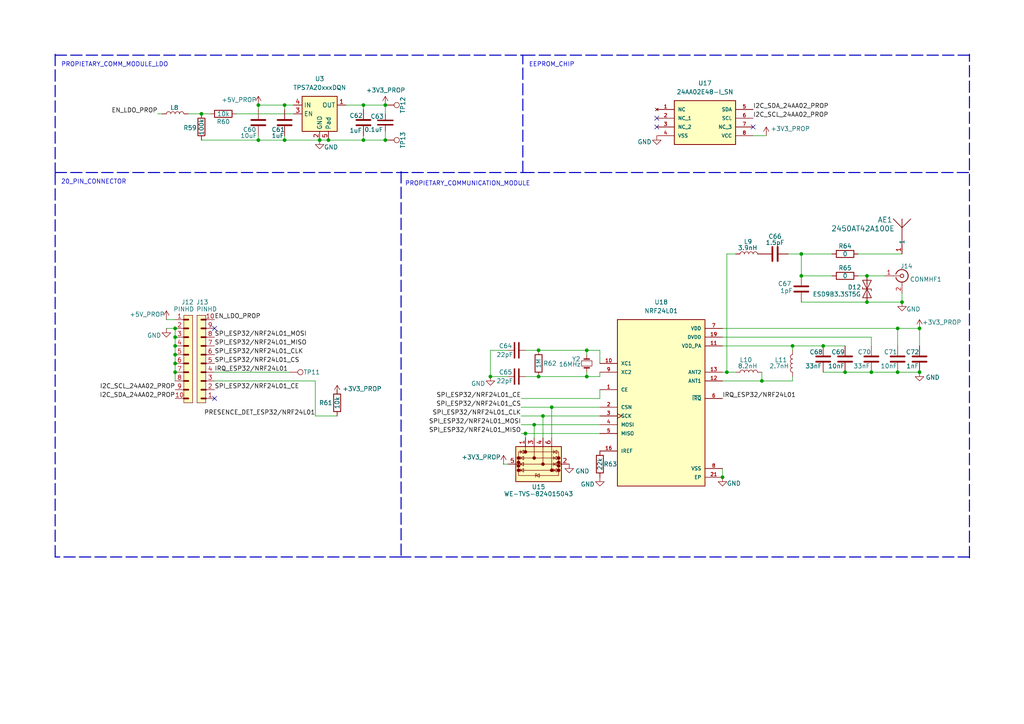
<source format=kicad_sch>
(kicad_sch
	(version 20250114)
	(generator "eeschema")
	(generator_version "9.0")
	(uuid "6294ed57-db90-4782-ac09-d02b794004dc")
	(paper "A4")
	(title_block
		(title "Multi-Protocol-Hub")
		(rev "Fredys Matos")
		(company "InGnia Technology")
	)
	(lib_symbols
		(symbol "0_Smart_Switch:2450AT42A100E"
			(pin_names
				(offset 0.254)
			)
			(exclude_from_sim no)
			(in_bom yes)
			(on_board yes)
			(property "Reference" "AE"
				(at 2.2606 6.985 0)
				(effects
					(font
						(size 1.524 1.524)
					)
				)
			)
			(property "Value" "2450AT42A100E"
				(at 2.2606 3.175 0)
				(effects
					(font
						(size 1.524 1.524)
					)
				)
			)
			(property "Footprint" "ANT_2450AT42A100E_JOT"
				(at 0 0 0)
				(effects
					(font
						(size 1.27 1.27)
						(italic yes)
					)
					(hide yes)
				)
			)
			(property "Datasheet" "2450AT42A100E"
				(at 0 0 0)
				(effects
					(font
						(size 1.27 1.27)
						(italic yes)
					)
					(hide yes)
				)
			)
			(property "Description" ""
				(at 0 0 0)
				(effects
					(font
						(size 1.27 1.27)
					)
					(hide yes)
				)
			)
			(property "ki_locked" ""
				(at 0 0 0)
				(effects
					(font
						(size 1.27 1.27)
					)
				)
			)
			(property "ki_keywords" "2450AT42A100E"
				(at 0 0 0)
				(effects
					(font
						(size 1.27 1.27)
					)
					(hide yes)
				)
			)
			(property "ki_fp_filters" "ANT_2450AT42A100E_JOT ANT_2450AT42A100E_JOT-M ANT_2450AT42A100E_JOT-L"
				(at 0 0 0)
				(effects
					(font
						(size 1.27 1.27)
					)
					(hide yes)
				)
			)
			(symbol "2450AT42A100E_0_1"
				(polyline
					(pts
						(xy -2.54 10.16) (xy 0 7.62)
					)
					(stroke
						(width 0.2032)
						(type default)
					)
					(fill
						(type none)
					)
				)
				(polyline
					(pts
						(xy 0 10.16) (xy 0 7.62)
					)
					(stroke
						(width 0.2032)
						(type default)
					)
					(fill
						(type none)
					)
				)
				(polyline
					(pts
						(xy 0 7.62) (xy 0 2.54)
					)
					(stroke
						(width 0.2032)
						(type default)
					)
					(fill
						(type none)
					)
				)
				(polyline
					(pts
						(xy 0 7.62) (xy 2.54 10.16)
					)
					(stroke
						(width 0.2032)
						(type default)
					)
					(fill
						(type none)
					)
				)
				(pin unspecified line
					(at 0 0 90)
					(length 2.54)
					(name "1"
						(effects
							(font
								(size 1.27 1.27)
							)
						)
					)
					(number "1"
						(effects
							(font
								(size 1.27 1.27)
							)
						)
					)
				)
			)
			(embedded_fonts no)
		)
		(symbol "0_Smart_Switch:24AA02E48-I_SN"
			(pin_names
				(offset 1.016)
			)
			(exclude_from_sim no)
			(in_bom yes)
			(on_board yes)
			(property "Reference" "U"
				(at 24.13 7.62 0)
				(effects
					(font
						(size 1.27 1.27)
					)
					(justify left)
				)
			)
			(property "Value" "24AA02E48-I_SN"
				(at 24.13 5.08 0)
				(effects
					(font
						(size 1.27 1.27)
					)
					(justify left)
				)
			)
			(property "Footprint" "24AA02E48-I_SN:SOIC127P600X175-8N"
				(at 0 0 0)
				(effects
					(font
						(size 1.27 1.27)
					)
					(justify bottom)
					(hide yes)
				)
			)
			(property "Datasheet" ""
				(at 0 0 0)
				(effects
					(font
						(size 1.27 1.27)
					)
					(hide yes)
				)
			)
			(property "Description" "2K 256X8 1.8V Ser. EEPROM,24AA02E48-I/SN"
				(at 0 0 0)
				(effects
					(font
						(size 1.27 1.27)
					)
					(justify bottom)
					(hide yes)
				)
			)
			(property "MANUFACTURER_NAME" "Microchip"
				(at 0 0 0)
				(effects
					(font
						(size 1.27 1.27)
					)
					(justify bottom)
					(hide yes)
				)
			)
			(property "MF" "Microchip"
				(at 0 0 0)
				(effects
					(font
						(size 1.27 1.27)
					)
					(justify bottom)
					(hide yes)
				)
			)
			(property "MOUSER_PRICE-STOCK" "https://www.mouser.com/Search/Refine.aspx?Keyword=579-24AA02E48ISN"
				(at 0 0 0)
				(effects
					(font
						(size 1.27 1.27)
					)
					(justify bottom)
					(hide yes)
				)
			)
			(property "MOUSER_PART_NUMBER" "579-24AA02E48ISN"
				(at 0 0 0)
				(effects
					(font
						(size 1.27 1.27)
					)
					(justify bottom)
					(hide yes)
				)
			)
			(property "Price" "None"
				(at 0 0 0)
				(effects
					(font
						(size 1.27 1.27)
					)
					(justify bottom)
					(hide yes)
				)
			)
			(property "Package" "SO-8 Microchip"
				(at 0 0 0)
				(effects
					(font
						(size 1.27 1.27)
					)
					(justify bottom)
					(hide yes)
				)
			)
			(property "Check_prices" "https://www.snapeda.com/parts/24AA02E48-I/SN/Microchip+Technology/view-part/?ref=eda"
				(at 0 0 0)
				(effects
					(font
						(size 1.27 1.27)
					)
					(justify bottom)
					(hide yes)
				)
			)
			(property "HEIGHT" "1.75mm"
				(at 0 0 0)
				(effects
					(font
						(size 1.27 1.27)
					)
					(justify bottom)
					(hide yes)
				)
			)
			(property "SnapEDA_Link" "https://www.snapeda.com/parts/24AA02E48-I/SN/Microchip+Technology/view-part/?ref=snap"
				(at 0 0 0)
				(effects
					(font
						(size 1.27 1.27)
					)
					(justify bottom)
					(hide yes)
				)
			)
			(property "MP" "24AA02E48-I/SN"
				(at 0 0 0)
				(effects
					(font
						(size 1.27 1.27)
					)
					(justify bottom)
					(hide yes)
				)
			)
			(property "Description_1" "Microchip 24AA02E48-I/SN Serial EEPROM Memory,2kb,3500ns,1.7 to 5.5V 8-Pin SOIC | Microchip Technology Inc. 24AA02E48-I/SN"
				(at 0 0 0)
				(effects
					(font
						(size 1.27 1.27)
					)
					(justify bottom)
					(hide yes)
				)
			)
			(property "Availability" "In Stock"
				(at 0 0 0)
				(effects
					(font
						(size 1.27 1.27)
					)
					(justify bottom)
					(hide yes)
				)
			)
			(property "MANUFACTURER_PART_NUMBER" "24AA02E48-I/SN"
				(at 0 0 0)
				(effects
					(font
						(size 1.27 1.27)
					)
					(justify bottom)
					(hide yes)
				)
			)
			(symbol "24AA02E48-I_SN_0_0"
				(rectangle
					(start 5.08 -10.16)
					(end 22.86 2.54)
					(stroke
						(width 0.254)
						(type default)
					)
					(fill
						(type background)
					)
				)
				(pin no_connect line
					(at 0 0 0)
					(length 5.08)
					(name "NC"
						(effects
							(font
								(size 1.016 1.016)
							)
						)
					)
					(number "1"
						(effects
							(font
								(size 1.016 1.016)
							)
						)
					)
				)
				(pin bidirectional line
					(at 0 -2.54 0)
					(length 5.08)
					(name "NC_1"
						(effects
							(font
								(size 1.016 1.016)
							)
						)
					)
					(number "2"
						(effects
							(font
								(size 1.016 1.016)
							)
						)
					)
				)
				(pin bidirectional line
					(at 0 -5.08 0)
					(length 5.08)
					(name "NC_2"
						(effects
							(font
								(size 1.016 1.016)
							)
						)
					)
					(number "3"
						(effects
							(font
								(size 1.016 1.016)
							)
						)
					)
				)
				(pin power_in line
					(at 0 -7.62 0)
					(length 5.08)
					(name "VSS"
						(effects
							(font
								(size 1.016 1.016)
							)
						)
					)
					(number "4"
						(effects
							(font
								(size 1.016 1.016)
							)
						)
					)
				)
				(pin bidirectional line
					(at 27.94 0 180)
					(length 5.08)
					(name "SDA"
						(effects
							(font
								(size 1.016 1.016)
							)
						)
					)
					(number "5"
						(effects
							(font
								(size 1.016 1.016)
							)
						)
					)
				)
				(pin bidirectional line
					(at 27.94 -2.54 180)
					(length 5.08)
					(name "SCL"
						(effects
							(font
								(size 1.016 1.016)
							)
						)
					)
					(number "6"
						(effects
							(font
								(size 1.016 1.016)
							)
						)
					)
				)
				(pin bidirectional line
					(at 27.94 -5.08 180)
					(length 5.08)
					(name "NC_3"
						(effects
							(font
								(size 1.016 1.016)
							)
						)
					)
					(number "7"
						(effects
							(font
								(size 1.016 1.016)
							)
						)
					)
				)
				(pin power_in line
					(at 27.94 -7.62 180)
					(length 5.08)
					(name "VCC"
						(effects
							(font
								(size 1.016 1.016)
							)
						)
					)
					(number "8"
						(effects
							(font
								(size 1.016 1.016)
							)
						)
					)
				)
			)
			(embedded_fonts no)
		)
		(symbol "0_Smart_Switch:NRF24L01"
			(pin_names
				(offset 1.016)
			)
			(exclude_from_sim no)
			(in_bom yes)
			(on_board yes)
			(property "Reference" "U"
				(at -12.7154 26.0665 0)
				(effects
					(font
						(size 1.27 1.27)
					)
					(justify left bottom)
				)
			)
			(property "Value" "NRF24L01"
				(at -12.7073 -25.4146 0)
				(effects
					(font
						(size 1.27 1.27)
					)
					(justify left bottom)
				)
			)
			(property "Footprint" "NRF24L01:QFN50P400X400X95-21N"
				(at 0 0 0)
				(effects
					(font
						(size 1.27 1.27)
					)
					(justify bottom)
					(hide yes)
				)
			)
			(property "Datasheet" ""
				(at 0 0 0)
				(effects
					(font
						(size 1.27 1.27)
					)
					(hide yes)
				)
			)
			(property "Description" ""
				(at 0 0 0)
				(effects
					(font
						(size 1.27 1.27)
					)
					(hide yes)
				)
			)
			(property "MF" "Nordic Semiconductor"
				(at 0 0 0)
				(effects
					(font
						(size 1.27 1.27)
					)
					(justify bottom)
					(hide yes)
				)
			)
			(property "Description_1" "IC RF TxRx Only General ISM > 1GHz - 2.4GHz 20-VFQFN Exposed Pad"
				(at 0 0 0)
				(effects
					(font
						(size 1.27 1.27)
					)
					(justify bottom)
					(hide yes)
				)
			)
			(property "PACKAGE" "QFN-20"
				(at 0 0 0)
				(effects
					(font
						(size 1.27 1.27)
					)
					(justify bottom)
					(hide yes)
				)
			)
			(property "Price" "None"
				(at 0 0 0)
				(effects
					(font
						(size 1.27 1.27)
					)
					(justify bottom)
					(hide yes)
				)
			)
			(property "Package" "VFQFN-20 Nordic Semiconductor"
				(at 0 0 0)
				(effects
					(font
						(size 1.27 1.27)
					)
					(justify bottom)
					(hide yes)
				)
			)
			(property "Check_prices" "https://www.snapeda.com/parts/NRF24L01-REEL7/Nordic+Power/view-part/?ref=eda"
				(at 0 0 0)
				(effects
					(font
						(size 1.27 1.27)
					)
					(justify bottom)
					(hide yes)
				)
			)
			(property "STANDARD" "IPC 7351B"
				(at 0 0 0)
				(effects
					(font
						(size 1.27 1.27)
					)
					(justify bottom)
					(hide yes)
				)
			)
			(property "PARTREV" "2.0"
				(at 0 0 0)
				(effects
					(font
						(size 1.27 1.27)
					)
					(justify bottom)
					(hide yes)
				)
			)
			(property "SnapEDA_Link" "https://www.snapeda.com/parts/NRF24L01-REEL7/Nordic+Power/view-part/?ref=snap"
				(at 0 0 0)
				(effects
					(font
						(size 1.27 1.27)
					)
					(justify bottom)
					(hide yes)
				)
			)
			(property "MP" "NRF24L01-REEL7"
				(at 0 0 0)
				(effects
					(font
						(size 1.27 1.27)
					)
					(justify bottom)
					(hide yes)
				)
			)
			(property "Availability" "In Stock"
				(at 0 0 0)
				(effects
					(font
						(size 1.27 1.27)
					)
					(justify bottom)
					(hide yes)
				)
			)
			(property "MANUFACTURER" "NORDIC SEMICONDUCTOR"
				(at 0 0 0)
				(effects
					(font
						(size 1.27 1.27)
					)
					(justify bottom)
					(hide yes)
				)
			)
			(symbol "NRF24L01_0_0"
				(rectangle
					(start -12.7 -22.86)
					(end 12.7 25.4)
					(stroke
						(width 0.254)
						(type default)
					)
					(fill
						(type background)
					)
				)
				(pin input line
					(at -17.78 12.7 0)
					(length 5.08)
					(name "XC1"
						(effects
							(font
								(size 1.016 1.016)
							)
						)
					)
					(number "10"
						(effects
							(font
								(size 1.016 1.016)
							)
						)
					)
				)
				(pin output line
					(at -17.78 10.16 0)
					(length 5.08)
					(name "XC2"
						(effects
							(font
								(size 1.016 1.016)
							)
						)
					)
					(number "9"
						(effects
							(font
								(size 1.016 1.016)
							)
						)
					)
				)
				(pin input line
					(at -17.78 5.08 0)
					(length 5.08)
					(name "CE"
						(effects
							(font
								(size 1.016 1.016)
							)
						)
					)
					(number "1"
						(effects
							(font
								(size 1.016 1.016)
							)
						)
					)
				)
				(pin input line
					(at -17.78 0 0)
					(length 5.08)
					(name "CSN"
						(effects
							(font
								(size 1.016 1.016)
							)
						)
					)
					(number "2"
						(effects
							(font
								(size 1.016 1.016)
							)
						)
					)
				)
				(pin input clock
					(at -17.78 -2.54 0)
					(length 5.08)
					(name "SCK"
						(effects
							(font
								(size 1.016 1.016)
							)
						)
					)
					(number "3"
						(effects
							(font
								(size 1.016 1.016)
							)
						)
					)
				)
				(pin input line
					(at -17.78 -5.08 0)
					(length 5.08)
					(name "MOSI"
						(effects
							(font
								(size 1.016 1.016)
							)
						)
					)
					(number "4"
						(effects
							(font
								(size 1.016 1.016)
							)
						)
					)
				)
				(pin output line
					(at -17.78 -7.62 0)
					(length 5.08)
					(name "MISO"
						(effects
							(font
								(size 1.016 1.016)
							)
						)
					)
					(number "5"
						(effects
							(font
								(size 1.016 1.016)
							)
						)
					)
				)
				(pin input line
					(at -17.78 -12.7 0)
					(length 5.08)
					(name "IREF"
						(effects
							(font
								(size 1.016 1.016)
							)
						)
					)
					(number "16"
						(effects
							(font
								(size 1.016 1.016)
							)
						)
					)
				)
				(pin power_in line
					(at 17.78 22.86 180)
					(length 5.08)
					(hide yes)
					(name "VDD"
						(effects
							(font
								(size 1.016 1.016)
							)
						)
					)
					(number "15"
						(effects
							(font
								(size 1.016 1.016)
							)
						)
					)
				)
				(pin power_in line
					(at 17.78 22.86 180)
					(length 5.08)
					(hide yes)
					(name "VDD"
						(effects
							(font
								(size 1.016 1.016)
							)
						)
					)
					(number "18"
						(effects
							(font
								(size 1.016 1.016)
							)
						)
					)
				)
				(pin power_in line
					(at 17.78 22.86 180)
					(length 5.08)
					(name "VDD"
						(effects
							(font
								(size 1.016 1.016)
							)
						)
					)
					(number "7"
						(effects
							(font
								(size 1.016 1.016)
							)
						)
					)
				)
				(pin power_in line
					(at 17.78 20.32 180)
					(length 5.08)
					(name "DVDD"
						(effects
							(font
								(size 1.016 1.016)
							)
						)
					)
					(number "19"
						(effects
							(font
								(size 1.016 1.016)
							)
						)
					)
				)
				(pin power_in line
					(at 17.78 17.78 180)
					(length 5.08)
					(name "VDD_PA"
						(effects
							(font
								(size 1.016 1.016)
							)
						)
					)
					(number "11"
						(effects
							(font
								(size 1.016 1.016)
							)
						)
					)
				)
				(pin bidirectional line
					(at 17.78 10.16 180)
					(length 5.08)
					(name "ANT2"
						(effects
							(font
								(size 1.016 1.016)
							)
						)
					)
					(number "13"
						(effects
							(font
								(size 1.016 1.016)
							)
						)
					)
				)
				(pin bidirectional line
					(at 17.78 7.62 180)
					(length 5.08)
					(name "ANT1"
						(effects
							(font
								(size 1.016 1.016)
							)
						)
					)
					(number "12"
						(effects
							(font
								(size 1.016 1.016)
							)
						)
					)
				)
				(pin output line
					(at 17.78 2.54 180)
					(length 5.08)
					(name "~{IRQ}"
						(effects
							(font
								(size 1.016 1.016)
							)
						)
					)
					(number "6"
						(effects
							(font
								(size 1.016 1.016)
							)
						)
					)
				)
				(pin power_in line
					(at 17.78 -17.78 180)
					(length 5.08)
					(hide yes)
					(name "VSS"
						(effects
							(font
								(size 1.016 1.016)
							)
						)
					)
					(number "14"
						(effects
							(font
								(size 1.016 1.016)
							)
						)
					)
				)
				(pin power_in line
					(at 17.78 -17.78 180)
					(length 5.08)
					(hide yes)
					(name "VSS"
						(effects
							(font
								(size 1.016 1.016)
							)
						)
					)
					(number "17"
						(effects
							(font
								(size 1.016 1.016)
							)
						)
					)
				)
				(pin power_in line
					(at 17.78 -17.78 180)
					(length 5.08)
					(hide yes)
					(name "VSS"
						(effects
							(font
								(size 1.016 1.016)
							)
						)
					)
					(number "20"
						(effects
							(font
								(size 1.016 1.016)
							)
						)
					)
				)
				(pin power_in line
					(at 17.78 -17.78 180)
					(length 5.08)
					(name "VSS"
						(effects
							(font
								(size 1.016 1.016)
							)
						)
					)
					(number "8"
						(effects
							(font
								(size 1.016 1.016)
							)
						)
					)
				)
				(pin power_in line
					(at 17.78 -20.32 180)
					(length 5.08)
					(name "EP"
						(effects
							(font
								(size 1.016 1.016)
							)
						)
					)
					(number "21"
						(effects
							(font
								(size 1.016 1.016)
							)
						)
					)
				)
			)
			(embedded_fonts no)
		)
		(symbol "Connector:Conn_Coaxial"
			(pin_names
				(offset 1.016)
				(hide yes)
			)
			(exclude_from_sim no)
			(in_bom yes)
			(on_board yes)
			(property "Reference" "J"
				(at 0.254 3.048 0)
				(effects
					(font
						(size 1.27 1.27)
					)
				)
			)
			(property "Value" "Conn_Coaxial"
				(at 2.921 0 90)
				(effects
					(font
						(size 1.27 1.27)
					)
				)
			)
			(property "Footprint" ""
				(at 0 0 0)
				(effects
					(font
						(size 1.27 1.27)
					)
					(hide yes)
				)
			)
			(property "Datasheet" "~"
				(at 0 0 0)
				(effects
					(font
						(size 1.27 1.27)
					)
					(hide yes)
				)
			)
			(property "Description" "coaxial connector (BNC, SMA, SMB, SMC, Cinch/RCA, LEMO, ...)"
				(at 0 0 0)
				(effects
					(font
						(size 1.27 1.27)
					)
					(hide yes)
				)
			)
			(property "ki_keywords" "BNC SMA SMB SMC LEMO coaxial connector CINCH RCA MCX MMCX U.FL UMRF"
				(at 0 0 0)
				(effects
					(font
						(size 1.27 1.27)
					)
					(hide yes)
				)
			)
			(property "ki_fp_filters" "*BNC* *SMA* *SMB* *SMC* *Cinch* *LEMO* *UMRF* *MCX* *U.FL*"
				(at 0 0 0)
				(effects
					(font
						(size 1.27 1.27)
					)
					(hide yes)
				)
			)
			(symbol "Conn_Coaxial_0_1"
				(polyline
					(pts
						(xy -2.54 0) (xy -0.508 0)
					)
					(stroke
						(width 0)
						(type default)
					)
					(fill
						(type none)
					)
				)
				(arc
					(start 1.778 0)
					(mid 0.222 -1.8079)
					(end -1.778 -0.508)
					(stroke
						(width 0.254)
						(type default)
					)
					(fill
						(type none)
					)
				)
				(arc
					(start -1.778 0.508)
					(mid 0.2221 1.8084)
					(end 1.778 0)
					(stroke
						(width 0.254)
						(type default)
					)
					(fill
						(type none)
					)
				)
				(circle
					(center 0 0)
					(radius 0.508)
					(stroke
						(width 0.2032)
						(type default)
					)
					(fill
						(type none)
					)
				)
				(polyline
					(pts
						(xy 0 -2.54) (xy 0 -1.778)
					)
					(stroke
						(width 0)
						(type default)
					)
					(fill
						(type none)
					)
				)
			)
			(symbol "Conn_Coaxial_1_1"
				(pin passive line
					(at -5.08 0 0)
					(length 2.54)
					(name "In"
						(effects
							(font
								(size 1.27 1.27)
							)
						)
					)
					(number "1"
						(effects
							(font
								(size 1.27 1.27)
							)
						)
					)
				)
				(pin passive line
					(at 0 -5.08 90)
					(length 2.54)
					(name "Ext"
						(effects
							(font
								(size 1.27 1.27)
							)
						)
					)
					(number "2"
						(effects
							(font
								(size 1.27 1.27)
							)
						)
					)
				)
			)
			(embedded_fonts no)
		)
		(symbol "Device:C"
			(pin_numbers
				(hide yes)
			)
			(pin_names
				(offset 0.254)
			)
			(exclude_from_sim no)
			(in_bom yes)
			(on_board yes)
			(property "Reference" "C"
				(at 0.635 2.54 0)
				(effects
					(font
						(size 1.27 1.27)
					)
					(justify left)
				)
			)
			(property "Value" "C"
				(at 0.635 -2.54 0)
				(effects
					(font
						(size 1.27 1.27)
					)
					(justify left)
				)
			)
			(property "Footprint" ""
				(at 0.9652 -3.81 0)
				(effects
					(font
						(size 1.27 1.27)
					)
					(hide yes)
				)
			)
			(property "Datasheet" "~"
				(at 0 0 0)
				(effects
					(font
						(size 1.27 1.27)
					)
					(hide yes)
				)
			)
			(property "Description" "Unpolarized capacitor"
				(at 0 0 0)
				(effects
					(font
						(size 1.27 1.27)
					)
					(hide yes)
				)
			)
			(property "ki_keywords" "cap capacitor"
				(at 0 0 0)
				(effects
					(font
						(size 1.27 1.27)
					)
					(hide yes)
				)
			)
			(property "ki_fp_filters" "C_*"
				(at 0 0 0)
				(effects
					(font
						(size 1.27 1.27)
					)
					(hide yes)
				)
			)
			(symbol "C_0_1"
				(polyline
					(pts
						(xy -2.032 0.762) (xy 2.032 0.762)
					)
					(stroke
						(width 0.508)
						(type default)
					)
					(fill
						(type none)
					)
				)
				(polyline
					(pts
						(xy -2.032 -0.762) (xy 2.032 -0.762)
					)
					(stroke
						(width 0.508)
						(type default)
					)
					(fill
						(type none)
					)
				)
			)
			(symbol "C_1_1"
				(pin passive line
					(at 0 3.81 270)
					(length 2.794)
					(name "~"
						(effects
							(font
								(size 1.27 1.27)
							)
						)
					)
					(number "1"
						(effects
							(font
								(size 1.27 1.27)
							)
						)
					)
				)
				(pin passive line
					(at 0 -3.81 90)
					(length 2.794)
					(name "~"
						(effects
							(font
								(size 1.27 1.27)
							)
						)
					)
					(number "2"
						(effects
							(font
								(size 1.27 1.27)
							)
						)
					)
				)
			)
			(embedded_fonts no)
		)
		(symbol "Device:L"
			(pin_numbers
				(hide yes)
			)
			(pin_names
				(offset 1.016)
				(hide yes)
			)
			(exclude_from_sim no)
			(in_bom yes)
			(on_board yes)
			(property "Reference" "L"
				(at -1.27 0 90)
				(effects
					(font
						(size 1.27 1.27)
					)
				)
			)
			(property "Value" "L"
				(at 1.905 0 90)
				(effects
					(font
						(size 1.27 1.27)
					)
				)
			)
			(property "Footprint" ""
				(at 0 0 0)
				(effects
					(font
						(size 1.27 1.27)
					)
					(hide yes)
				)
			)
			(property "Datasheet" "~"
				(at 0 0 0)
				(effects
					(font
						(size 1.27 1.27)
					)
					(hide yes)
				)
			)
			(property "Description" "Inductor"
				(at 0 0 0)
				(effects
					(font
						(size 1.27 1.27)
					)
					(hide yes)
				)
			)
			(property "ki_keywords" "inductor choke coil reactor magnetic"
				(at 0 0 0)
				(effects
					(font
						(size 1.27 1.27)
					)
					(hide yes)
				)
			)
			(property "ki_fp_filters" "Choke_* *Coil* Inductor_* L_*"
				(at 0 0 0)
				(effects
					(font
						(size 1.27 1.27)
					)
					(hide yes)
				)
			)
			(symbol "L_0_1"
				(arc
					(start 0 2.54)
					(mid 0.6323 1.905)
					(end 0 1.27)
					(stroke
						(width 0)
						(type default)
					)
					(fill
						(type none)
					)
				)
				(arc
					(start 0 1.27)
					(mid 0.6323 0.635)
					(end 0 0)
					(stroke
						(width 0)
						(type default)
					)
					(fill
						(type none)
					)
				)
				(arc
					(start 0 0)
					(mid 0.6323 -0.635)
					(end 0 -1.27)
					(stroke
						(width 0)
						(type default)
					)
					(fill
						(type none)
					)
				)
				(arc
					(start 0 -1.27)
					(mid 0.6323 -1.905)
					(end 0 -2.54)
					(stroke
						(width 0)
						(type default)
					)
					(fill
						(type none)
					)
				)
			)
			(symbol "L_1_1"
				(pin passive line
					(at 0 3.81 270)
					(length 1.27)
					(name "1"
						(effects
							(font
								(size 1.27 1.27)
							)
						)
					)
					(number "1"
						(effects
							(font
								(size 1.27 1.27)
							)
						)
					)
				)
				(pin passive line
					(at 0 -3.81 90)
					(length 1.27)
					(name "2"
						(effects
							(font
								(size 1.27 1.27)
							)
						)
					)
					(number "2"
						(effects
							(font
								(size 1.27 1.27)
							)
						)
					)
				)
			)
			(embedded_fonts no)
		)
		(symbol "Device:R"
			(pin_numbers
				(hide yes)
			)
			(pin_names
				(offset 0)
			)
			(exclude_from_sim no)
			(in_bom yes)
			(on_board yes)
			(property "Reference" "R"
				(at 2.032 0 90)
				(effects
					(font
						(size 1.27 1.27)
					)
				)
			)
			(property "Value" "R"
				(at 0 0 90)
				(effects
					(font
						(size 1.27 1.27)
					)
				)
			)
			(property "Footprint" ""
				(at -1.778 0 90)
				(effects
					(font
						(size 1.27 1.27)
					)
					(hide yes)
				)
			)
			(property "Datasheet" "~"
				(at 0 0 0)
				(effects
					(font
						(size 1.27 1.27)
					)
					(hide yes)
				)
			)
			(property "Description" "Resistor"
				(at 0 0 0)
				(effects
					(font
						(size 1.27 1.27)
					)
					(hide yes)
				)
			)
			(property "ki_keywords" "R res resistor"
				(at 0 0 0)
				(effects
					(font
						(size 1.27 1.27)
					)
					(hide yes)
				)
			)
			(property "ki_fp_filters" "R_*"
				(at 0 0 0)
				(effects
					(font
						(size 1.27 1.27)
					)
					(hide yes)
				)
			)
			(symbol "R_0_1"
				(rectangle
					(start -1.016 -2.54)
					(end 1.016 2.54)
					(stroke
						(width 0.254)
						(type default)
					)
					(fill
						(type none)
					)
				)
			)
			(symbol "R_1_1"
				(pin passive line
					(at 0 3.81 270)
					(length 1.27)
					(name "~"
						(effects
							(font
								(size 1.27 1.27)
							)
						)
					)
					(number "1"
						(effects
							(font
								(size 1.27 1.27)
							)
						)
					)
				)
				(pin passive line
					(at 0 -3.81 90)
					(length 1.27)
					(name "~"
						(effects
							(font
								(size 1.27 1.27)
							)
						)
					)
					(number "2"
						(effects
							(font
								(size 1.27 1.27)
							)
						)
					)
				)
			)
			(embedded_fonts no)
		)
		(symbol "Diode:ESD9B3.3ST5G"
			(pin_numbers
				(hide yes)
			)
			(pin_names
				(offset 1.016)
				(hide yes)
			)
			(exclude_from_sim no)
			(in_bom yes)
			(on_board yes)
			(property "Reference" "D"
				(at 0 2.54 0)
				(effects
					(font
						(size 1.27 1.27)
					)
				)
			)
			(property "Value" "ESD9B3.3ST5G"
				(at 0 -2.54 0)
				(effects
					(font
						(size 1.27 1.27)
					)
				)
			)
			(property "Footprint" "Diode_SMD:D_SOD-923"
				(at 0 0 0)
				(effects
					(font
						(size 1.27 1.27)
					)
					(hide yes)
				)
			)
			(property "Datasheet" "https://www.onsemi.com/pub/Collateral/ESD9B-D.PDF"
				(at 0 0 0)
				(effects
					(font
						(size 1.27 1.27)
					)
					(hide yes)
				)
			)
			(property "Description" "ESD protection diode, 3.3Vrwm, SOD-923"
				(at 0 0 0)
				(effects
					(font
						(size 1.27 1.27)
					)
					(hide yes)
				)
			)
			(property "ki_keywords" "diode TVS ESD"
				(at 0 0 0)
				(effects
					(font
						(size 1.27 1.27)
					)
					(hide yes)
				)
			)
			(property "ki_fp_filters" "D*SOD?923*"
				(at 0 0 0)
				(effects
					(font
						(size 1.27 1.27)
					)
					(hide yes)
				)
			)
			(symbol "ESD9B3.3ST5G_0_1"
				(polyline
					(pts
						(xy -2.54 -1.27) (xy 0 0) (xy -2.54 1.27) (xy -2.54 -1.27)
					)
					(stroke
						(width 0.2032)
						(type default)
					)
					(fill
						(type none)
					)
				)
				(polyline
					(pts
						(xy 0.508 1.27) (xy 0 1.27) (xy 0 -1.27) (xy -0.508 -1.27)
					)
					(stroke
						(width 0.2032)
						(type default)
					)
					(fill
						(type none)
					)
				)
				(polyline
					(pts
						(xy 1.27 0) (xy -1.27 0)
					)
					(stroke
						(width 0)
						(type default)
					)
					(fill
						(type none)
					)
				)
				(polyline
					(pts
						(xy 2.54 1.27) (xy 2.54 -1.27) (xy 0 0) (xy 2.54 1.27)
					)
					(stroke
						(width 0.2032)
						(type default)
					)
					(fill
						(type none)
					)
				)
			)
			(symbol "ESD9B3.3ST5G_1_1"
				(pin passive line
					(at -3.81 0 0)
					(length 2.54)
					(name "A1"
						(effects
							(font
								(size 1.27 1.27)
							)
						)
					)
					(number "1"
						(effects
							(font
								(size 1.27 1.27)
							)
						)
					)
				)
				(pin passive line
					(at 3.81 0 180)
					(length 2.54)
					(name "A2"
						(effects
							(font
								(size 1.27 1.27)
							)
						)
					)
					(number "2"
						(effects
							(font
								(size 1.27 1.27)
							)
						)
					)
				)
			)
			(embedded_fonts no)
		)
		(symbol "PCM_4ms_Inductor:FerriteBead_0603_1.5A"
			(pin_numbers
				(hide yes)
			)
			(pin_names
				(offset 1.016)
				(hide yes)
			)
			(exclude_from_sim no)
			(in_bom yes)
			(on_board yes)
			(property "Reference" "L"
				(at -1.27 0 90)
				(effects
					(font
						(size 1.27 1.27)
					)
				)
			)
			(property "Value" "FerriteBead_0603_1.5A"
				(at 0 6.35 0)
				(effects
					(font
						(size 1.27 1.27)
					)
					(hide yes)
				)
			)
			(property "Footprint" "4ms_Resistor:R_0603"
				(at 0 0 0)
				(effects
					(font
						(size 1.27 1.27)
					)
					(hide yes)
				)
			)
			(property "Datasheet" ""
				(at 0 0 0)
				(effects
					(font
						(size 1.27 1.27)
					)
					(hide yes)
				)
			)
			(property "Description" "Chip Bead, Ferrite Chip Bead, Z=30Ω @ 100MHz, RmaxDC=90mΩ, ImaxDC=1.5A"
				(at 0 0 0)
				(effects
					(font
						(size 1.27 1.27)
					)
					(hide yes)
				)
			)
			(property "Specifications" "Chip Bead, Ferrite Chip Bead, Z=30Ω @ 100MHz, RmaxDC=90mΩ, ImaxDC=1.5A"
				(at -2.54 -7.874 0)
				(effects
					(font
						(size 1.27 1.27)
					)
					(justify left)
					(hide yes)
				)
			)
			(property "Manufacturer" "Laird"
				(at -2.54 -9.398 0)
				(effects
					(font
						(size 1.27 1.27)
					)
					(justify left)
					(hide yes)
				)
			)
			(property "Part Number" "MI0603K300R-10"
				(at -2.54 -10.922 0)
				(effects
					(font
						(size 1.27 1.27)
					)
					(justify left)
					(hide yes)
				)
			)
			(property "Display" "Ferrite Bead"
				(at 2.54 1.27 90)
				(effects
					(font
						(size 1.524 1.524)
					)
				)
			)
			(property "ki_keywords" "FerriteBead_0603_1.5A"
				(at 0 0 0)
				(effects
					(font
						(size 1.27 1.27)
					)
					(hide yes)
				)
			)
			(property "ki_fp_filters" "Choke_* *Coil* Inductor_* L_*"
				(at 0 0 0)
				(effects
					(font
						(size 1.27 1.27)
					)
					(hide yes)
				)
			)
			(symbol "FerriteBead_0603_1.5A_0_1"
				(arc
					(start 0 2.54)
					(mid 0.6323 1.905)
					(end 0 1.27)
					(stroke
						(width 0)
						(type default)
					)
					(fill
						(type none)
					)
				)
				(arc
					(start 0 1.27)
					(mid 0.6323 0.635)
					(end 0 0)
					(stroke
						(width 0)
						(type default)
					)
					(fill
						(type none)
					)
				)
				(arc
					(start 0 0)
					(mid 0.6323 -0.635)
					(end 0 -1.27)
					(stroke
						(width 0)
						(type default)
					)
					(fill
						(type none)
					)
				)
				(arc
					(start 0 -1.27)
					(mid 0.6323 -1.905)
					(end 0 -2.54)
					(stroke
						(width 0)
						(type default)
					)
					(fill
						(type none)
					)
				)
			)
			(symbol "FerriteBead_0603_1.5A_1_1"
				(pin passive line
					(at 0 3.81 270)
					(length 1.27)
					(name "1"
						(effects
							(font
								(size 1.27 1.27)
							)
						)
					)
					(number "1"
						(effects
							(font
								(size 1.27 1.27)
							)
						)
					)
				)
				(pin passive line
					(at 0 -3.81 90)
					(length 1.27)
					(name "2"
						(effects
							(font
								(size 1.27 1.27)
							)
						)
					)
					(number "2"
						(effects
							(font
								(size 1.27 1.27)
							)
						)
					)
				)
			)
			(embedded_fonts no)
		)
		(symbol "PCM_4ms_Power-symbol:GND"
			(power)
			(pin_names
				(offset 0)
			)
			(exclude_from_sim no)
			(in_bom yes)
			(on_board yes)
			(property "Reference" "#PWR"
				(at 0 -6.35 0)
				(effects
					(font
						(size 1.27 1.27)
					)
					(hide yes)
				)
			)
			(property "Value" "GND"
				(at 0 -3.81 0)
				(effects
					(font
						(size 1.27 1.27)
					)
				)
			)
			(property "Footprint" ""
				(at 0 0 0)
				(effects
					(font
						(size 1.27 1.27)
					)
					(hide yes)
				)
			)
			(property "Datasheet" ""
				(at 0 0 0)
				(effects
					(font
						(size 1.27 1.27)
					)
					(hide yes)
				)
			)
			(property "Description" ""
				(at 0 0 0)
				(effects
					(font
						(size 1.27 1.27)
					)
					(hide yes)
				)
			)
			(symbol "GND_0_1"
				(polyline
					(pts
						(xy 0 0) (xy 0 -1.27) (xy 1.27 -1.27) (xy 0 -2.54) (xy -1.27 -1.27) (xy 0 -1.27)
					)
					(stroke
						(width 0)
						(type default)
					)
					(fill
						(type none)
					)
				)
			)
			(symbol "GND_1_1"
				(pin power_in line
					(at 0 0 270)
					(length 0)
					(hide yes)
					(name "GND"
						(effects
							(font
								(size 1.27 1.27)
							)
						)
					)
					(number "1"
						(effects
							(font
								(size 1.27 1.27)
							)
						)
					)
				)
			)
			(embedded_fonts no)
		)
		(symbol "PCM_SL_Devices:Capacitor_NP"
			(exclude_from_sim no)
			(in_bom yes)
			(on_board yes)
			(property "Reference" "C"
				(at 0 6.35 0)
				(effects
					(font
						(size 1.27 1.27)
					)
				)
			)
			(property "Value" "Capacitor_NP"
				(at 0 3.81 0)
				(effects
					(font
						(size 1.27 1.27)
					)
				)
			)
			(property "Footprint" "Capacitor_THT:C_Disc_D3.0mm_W2.0mm_P2.50mm"
				(at 0 -3.81 0)
				(effects
					(font
						(size 1.27 1.27)
					)
					(hide yes)
				)
			)
			(property "Datasheet" ""
				(at 0 0 0)
				(effects
					(font
						(size 1.27 1.27)
					)
					(hide yes)
				)
			)
			(property "Description" "Unpolarized Capacitor"
				(at 0 0 0)
				(effects
					(font
						(size 1.27 1.27)
					)
					(hide yes)
				)
			)
			(property "ki_keywords" "Capacitor"
				(at 0 0 0)
				(effects
					(font
						(size 1.27 1.27)
					)
					(hide yes)
				)
			)
			(property "ki_fp_filters" "Capacitor_THT:C_Rect_L7.0mm_W3.5mm_P5.00mm Capacitor_THT:C_Rect_L7.0mm_W4.5mm_P5.00mm Capacitor_THT:C_Rect_L29.0mm_W7.6mm_P27.50mm_MKT Capacitor_THT:C_Rect_L24.0mm_W7.0mm_P22.50mm_MKT Capacitor_THT:C_Rect_L11.5mm_W5.0mm_P10.00mm_MKT Capacitor_THT:C_Rect_L9.0mm_W3.6mm_P7.50mm_MKT"
				(at 0 0 0)
				(effects
					(font
						(size 1.27 1.27)
					)
					(hide yes)
				)
			)
			(symbol "Capacitor_NP_0_1"
				(rectangle
					(start -0.762 2.286)
					(end -0.508 -2.286)
					(stroke
						(width 0)
						(type default)
					)
					(fill
						(type outline)
					)
				)
				(rectangle
					(start 0.508 2.286)
					(end 0.762 -2.286)
					(stroke
						(width 0)
						(type default)
					)
					(fill
						(type outline)
					)
				)
			)
			(symbol "Capacitor_NP_1_1"
				(pin passive line
					(at -2.54 0 0)
					(length 2)
					(name "~"
						(effects
							(font
								(size 0 0)
							)
						)
					)
					(number "1"
						(effects
							(font
								(size 0 0)
							)
						)
					)
				)
				(pin input line
					(at 2.54 0 180)
					(length 2)
					(name "~"
						(effects
							(font
								(size 0 0)
							)
						)
					)
					(number "2"
						(effects
							(font
								(size 0 0)
							)
						)
					)
				)
			)
			(embedded_fonts no)
		)
		(symbol "PCM_SL_Pin_Headers:PINHD_1x10_Male"
			(exclude_from_sim no)
			(in_bom yes)
			(on_board yes)
			(property "Reference" "J"
				(at 0 16.51 0)
				(effects
					(font
						(size 1.27 1.27)
					)
				)
			)
			(property "Value" "PINHD_1x10_Male"
				(at 0 13.97 0)
				(effects
					(font
						(size 1.27 1.27)
					)
				)
			)
			(property "Footprint" "Connector_PinHeader_2.54mm:PinHeader_1x10_P2.54mm_Vertical"
				(at -1.27 19.05 0)
				(effects
					(font
						(size 1.27 1.27)
					)
					(hide yes)
				)
			)
			(property "Datasheet" ""
				(at 0 17.78 0)
				(effects
					(font
						(size 1.27 1.27)
					)
					(hide yes)
				)
			)
			(property "Description" "Pin Header male with pin space 2.54mm. Pin Count -10"
				(at 0 0 0)
				(effects
					(font
						(size 1.27 1.27)
					)
					(hide yes)
				)
			)
			(property "ki_keywords" "Pin Header"
				(at 0 0 0)
				(effects
					(font
						(size 1.27 1.27)
					)
					(hide yes)
				)
			)
			(property "ki_fp_filters" "PinHeader_1x10_P2.54mm*"
				(at 0 0 0)
				(effects
					(font
						(size 1.27 1.27)
					)
					(hide yes)
				)
			)
			(symbol "PINHD_1x10_Male_0_1"
				(rectangle
					(start -1.27 12.7)
					(end 1.27 -12.7)
					(stroke
						(width 0)
						(type default)
					)
					(fill
						(type background)
					)
				)
				(polyline
					(pts
						(xy -1.27 11.43) (xy 0 11.43)
					)
					(stroke
						(width 0.5)
						(type default)
					)
					(fill
						(type none)
					)
				)
				(polyline
					(pts
						(xy -1.27 8.89) (xy 0 8.89)
					)
					(stroke
						(width 0.3)
						(type default)
					)
					(fill
						(type none)
					)
				)
				(polyline
					(pts
						(xy -1.27 8.89) (xy 0 8.89)
					)
					(stroke
						(width 0.5)
						(type default)
					)
					(fill
						(type none)
					)
				)
				(polyline
					(pts
						(xy -1.27 6.35) (xy 0 6.35)
					)
					(stroke
						(width 0.3)
						(type default)
					)
					(fill
						(type none)
					)
				)
				(polyline
					(pts
						(xy -1.27 6.35) (xy 0 6.35)
					)
					(stroke
						(width 0.5)
						(type default)
					)
					(fill
						(type none)
					)
				)
				(polyline
					(pts
						(xy -1.27 3.81) (xy 0 3.81)
					)
					(stroke
						(width 0.3)
						(type default)
					)
					(fill
						(type none)
					)
				)
				(polyline
					(pts
						(xy -1.27 3.81) (xy 0 3.81)
					)
					(stroke
						(width 0.5)
						(type default)
					)
					(fill
						(type none)
					)
				)
				(polyline
					(pts
						(xy -1.27 1.27) (xy 0 1.27)
					)
					(stroke
						(width 0.3)
						(type default)
					)
					(fill
						(type none)
					)
				)
				(polyline
					(pts
						(xy -1.27 1.27) (xy 0 1.27)
					)
					(stroke
						(width 0.5)
						(type default)
					)
					(fill
						(type none)
					)
				)
				(polyline
					(pts
						(xy -1.27 -1.27) (xy 0 -1.27)
					)
					(stroke
						(width 0.3)
						(type default)
					)
					(fill
						(type none)
					)
				)
				(polyline
					(pts
						(xy -1.27 -1.27) (xy 0 -1.27)
					)
					(stroke
						(width 0.5)
						(type default)
					)
					(fill
						(type none)
					)
				)
				(polyline
					(pts
						(xy -1.27 -3.81) (xy 0 -3.81)
					)
					(stroke
						(width 0.3)
						(type default)
					)
					(fill
						(type none)
					)
				)
				(polyline
					(pts
						(xy -1.27 -3.81) (xy 0 -3.81)
					)
					(stroke
						(width 0.5)
						(type default)
					)
					(fill
						(type none)
					)
				)
				(polyline
					(pts
						(xy -1.27 -6.35) (xy 0 -6.35)
					)
					(stroke
						(width 0.3)
						(type default)
					)
					(fill
						(type none)
					)
				)
				(polyline
					(pts
						(xy -1.27 -6.35) (xy 0 -6.35)
					)
					(stroke
						(width 0.5)
						(type default)
					)
					(fill
						(type none)
					)
				)
				(polyline
					(pts
						(xy -1.27 -8.89) (xy 0 -8.89)
					)
					(stroke
						(width 0.3)
						(type default)
					)
					(fill
						(type none)
					)
				)
				(polyline
					(pts
						(xy -1.27 -8.89) (xy 0 -8.89)
					)
					(stroke
						(width 0.5)
						(type default)
					)
					(fill
						(type none)
					)
				)
				(polyline
					(pts
						(xy -1.27 -11.43) (xy 0 -11.43)
					)
					(stroke
						(width 0.3)
						(type default)
					)
					(fill
						(type none)
					)
				)
				(polyline
					(pts
						(xy -1.27 -11.43) (xy 0 -11.43)
					)
					(stroke
						(width 0.5)
						(type default)
					)
					(fill
						(type none)
					)
				)
			)
			(symbol "PINHD_1x10_Male_1_1"
				(pin passive line
					(at -3.81 11.43 0)
					(length 2.54)
					(name ""
						(effects
							(font
								(size 1.27 1.27)
							)
						)
					)
					(number "1"
						(effects
							(font
								(size 1.27 1.27)
							)
						)
					)
				)
				(pin passive line
					(at -3.81 8.89 0)
					(length 2.54)
					(name ""
						(effects
							(font
								(size 1.27 1.27)
							)
						)
					)
					(number "2"
						(effects
							(font
								(size 1.27 1.27)
							)
						)
					)
				)
				(pin passive line
					(at -3.81 6.35 0)
					(length 2.54)
					(name ""
						(effects
							(font
								(size 1.27 1.27)
							)
						)
					)
					(number "3"
						(effects
							(font
								(size 1.27 1.27)
							)
						)
					)
				)
				(pin passive line
					(at -3.81 3.81 0)
					(length 2.54)
					(name ""
						(effects
							(font
								(size 1.27 1.27)
							)
						)
					)
					(number "4"
						(effects
							(font
								(size 1.27 1.27)
							)
						)
					)
				)
				(pin passive line
					(at -3.81 1.27 0)
					(length 2.54)
					(name ""
						(effects
							(font
								(size 1.27 1.27)
							)
						)
					)
					(number "5"
						(effects
							(font
								(size 1.27 1.27)
							)
						)
					)
				)
				(pin passive line
					(at -3.81 -1.27 0)
					(length 2.54)
					(name ""
						(effects
							(font
								(size 1.27 1.27)
							)
						)
					)
					(number "6"
						(effects
							(font
								(size 1.27 1.27)
							)
						)
					)
				)
				(pin passive line
					(at -3.81 -3.81 0)
					(length 2.54)
					(name ""
						(effects
							(font
								(size 1.27 1.27)
							)
						)
					)
					(number "7"
						(effects
							(font
								(size 1.27 1.27)
							)
						)
					)
				)
				(pin passive line
					(at -3.81 -6.35 0)
					(length 2.54)
					(name ""
						(effects
							(font
								(size 1.27 1.27)
							)
						)
					)
					(number "8"
						(effects
							(font
								(size 1.27 1.27)
							)
						)
					)
				)
				(pin passive line
					(at -3.81 -8.89 0)
					(length 2.54)
					(name ""
						(effects
							(font
								(size 1.27 1.27)
							)
						)
					)
					(number "9"
						(effects
							(font
								(size 1.27 1.27)
							)
						)
					)
				)
				(pin passive line
					(at -3.81 -11.43 0)
					(length 2.54)
					(name ""
						(effects
							(font
								(size 1.27 1.27)
							)
						)
					)
					(number "10"
						(effects
							(font
								(size 1.27 1.27)
							)
						)
					)
				)
			)
			(embedded_fonts no)
		)
		(symbol "PCM_SparkFun-Clock:Crystal_16MHz_2.0x1.6mm"
			(pin_numbers
				(hide yes)
			)
			(pin_names
				(offset 1.016)
				(hide yes)
			)
			(exclude_from_sim no)
			(in_bom yes)
			(on_board yes)
			(property "Reference" "Y"
				(at 0 2.54 0)
				(effects
					(font
						(size 1.27 1.27)
					)
				)
			)
			(property "Value" "16MHz"
				(at 0 -2.54 0)
				(effects
					(font
						(size 1.27 1.27)
					)
				)
			)
			(property "Footprint" "PCM_SparkFun-Clock:Crystal_SMD_2.0x1.6mm"
				(at 0 -7.62 0)
				(effects
					(font
						(size 1.27 1.27)
					)
					(hide yes)
				)
			)
			(property "Datasheet" "https://www.murata.com/products/productdata/8801057112094/SPEC-XRCGB16M000FXN01R0.pdf"
				(at 0 -5.08 0)
				(effects
					(font
						(size 1.27 1.27)
					)
					(hide yes)
				)
			)
			(property "Description" "Crystal"
				(at 0 -12.7 0)
				(effects
					(font
						(size 1.27 1.27)
					)
					(hide yes)
				)
			)
			(property "PROD_ID" "XTAL-14681"
				(at 0 -10.16 0)
				(effects
					(font
						(size 1.27 1.27)
					)
					(hide yes)
				)
			)
			(property "ki_keywords" "SparkFun quartz ceramic resonator oscillator"
				(at 0 0 0)
				(effects
					(font
						(size 1.27 1.27)
					)
					(hide yes)
				)
			)
			(property "ki_fp_filters" "Crystal*"
				(at 0 0 0)
				(effects
					(font
						(size 1.27 1.27)
					)
					(hide yes)
				)
			)
			(symbol "Crystal_16MHz_2.0x1.6mm_0_1"
				(polyline
					(pts
						(xy -1.27 -0.762) (xy -1.27 0.762)
					)
					(stroke
						(width 0.381)
						(type default)
					)
					(fill
						(type none)
					)
				)
				(rectangle
					(start -0.762 -1.524)
					(end 0.762 1.524)
					(stroke
						(width 0)
						(type default)
					)
					(fill
						(type none)
					)
				)
				(polyline
					(pts
						(xy 1.27 -0.762) (xy 1.27 0.762)
					)
					(stroke
						(width 0.381)
						(type default)
					)
					(fill
						(type none)
					)
				)
			)
			(symbol "Crystal_16MHz_2.0x1.6mm_1_1"
				(pin passive line
					(at -2.54 0 0)
					(length 1.27)
					(name "1"
						(effects
							(font
								(size 1.27 1.27)
							)
						)
					)
					(number "1"
						(effects
							(font
								(size 1.27 1.27)
							)
						)
					)
				)
				(pin passive line
					(at 2.54 0 180)
					(length 1.27)
					(name "2"
						(effects
							(font
								(size 1.27 1.27)
							)
						)
					)
					(number "2"
						(effects
							(font
								(size 1.27 1.27)
							)
						)
					)
				)
			)
			(embedded_fonts no)
		)
		(symbol "PCM_SparkFun-Connector:TestPoint_0.5mm"
			(pin_numbers
				(hide yes)
			)
			(pin_names
				(offset 0.762)
				(hide yes)
			)
			(exclude_from_sim no)
			(in_bom yes)
			(on_board yes)
			(property "Reference" "TP"
				(at 0 5.08 0)
				(do_not_autoplace)
				(effects
					(font
						(size 1.27 1.27)
					)
				)
			)
			(property "Value" "0.5mm"
				(at 0 -3.81 0)
				(effects
					(font
						(size 1.27 1.27)
					)
					(hide yes)
				)
			)
			(property "Footprint" "PCM_SparkFun-Connector:TestPoint-0.5mm"
				(at 0 -6.35 0)
				(effects
					(font
						(size 1.27 1.27)
					)
					(hide yes)
				)
			)
			(property "Datasheet" "~"
				(at 0 -7.62 0)
				(effects
					(font
						(size 1.27 1.27)
					)
					(hide yes)
				)
			)
			(property "Description" "Test Point"
				(at 0 -10.16 0)
				(effects
					(font
						(size 1.27 1.27)
					)
					(hide yes)
				)
			)
			(property "ki_fp_filters" "Pin* Test*"
				(at 0 0 0)
				(effects
					(font
						(size 1.27 1.27)
					)
					(hide yes)
				)
			)
			(symbol "TestPoint_0.5mm_0_1"
				(circle
					(center 0 3.302)
					(radius 0.762)
					(stroke
						(width 0)
						(type default)
					)
					(fill
						(type none)
					)
				)
			)
			(symbol "TestPoint_0.5mm_1_1"
				(pin passive line
					(at 0 0 90)
					(length 2.54)
					(name "1"
						(effects
							(font
								(size 1.27 1.27)
							)
						)
					)
					(number "1"
						(effects
							(font
								(size 1.27 1.27)
							)
						)
					)
				)
			)
			(embedded_fonts no)
		)
		(symbol "Power_Protection:WE-TVS-824015043"
			(pin_names
				(hide yes)
			)
			(exclude_from_sim no)
			(in_bom yes)
			(on_board yes)
			(property "Reference" "U"
				(at 0 12.7 0)
				(effects
					(font
						(size 1.27 1.27)
					)
				)
			)
			(property "Value" "WE-TVS-824015043"
				(at 0 10.16 0)
				(effects
					(font
						(size 1.27 1.27)
					)
				)
			)
			(property "Footprint" "Package_TO_SOT_SMD:SOT-23-6"
				(at 1.27 -8.89 0)
				(effects
					(font
						(size 1.27 1.27)
					)
					(hide yes)
				)
			)
			(property "Datasheet" "https://www.we-online.com/components/products/datasheet/824015043.pdf"
				(at 1.27 -10.16 0)
				(effects
					(font
						(size 1.27 1.27)
					)
					(hide yes)
				)
			)
			(property "Description" "Low Capacitance TVS Diode Array, 2 Channels, SOT-23-6"
				(at 0 0 0)
				(effects
					(font
						(size 1.27 1.27)
					)
					(hide yes)
				)
			)
			(property "ki_keywords" "ESD Protection TVS High-speed USB"
				(at 0 0 0)
				(effects
					(font
						(size 1.27 1.27)
					)
					(hide yes)
				)
			)
			(property "ki_fp_filters" "SOT?23*"
				(at 0 0 0)
				(effects
					(font
						(size 1.27 1.27)
					)
					(hide yes)
				)
			)
			(symbol "WE-TVS-824015043_0_0"
				(circle
					(center -3.556 2.54)
					(radius 0.0001)
					(stroke
						(width 0.508)
						(type default)
					)
					(fill
						(type none)
					)
				)
				(circle
					(center -1.778 4.572)
					(radius 0.0001)
					(stroke
						(width 0.508)
						(type default)
					)
					(fill
						(type none)
					)
				)
				(circle
					(center -1.778 0)
					(radius 0.0001)
					(stroke
						(width 0.508)
						(type default)
					)
					(fill
						(type none)
					)
				)
				(circle
					(center -1.778 -7.112)
					(radius 0.0001)
					(stroke
						(width 0.508)
						(type default)
					)
					(fill
						(type none)
					)
				)
				(circle
					(center -0.508 4.572)
					(radius 0.0001)
					(stroke
						(width 0.508)
						(type default)
					)
					(fill
						(type none)
					)
				)
				(circle
					(center -0.508 -7.112)
					(radius 0.0001)
					(stroke
						(width 0.508)
						(type default)
					)
					(fill
						(type none)
					)
				)
				(circle
					(center 0 -2.54)
					(radius 0.0001)
					(stroke
						(width 0.508)
						(type default)
					)
					(fill
						(type none)
					)
				)
				(circle
					(center 0.508 4.572)
					(radius 0.0001)
					(stroke
						(width 0.508)
						(type default)
					)
					(fill
						(type none)
					)
				)
				(circle
					(center 0.508 -7.112)
					(radius 0.0001)
					(stroke
						(width 0.508)
						(type default)
					)
					(fill
						(type none)
					)
				)
				(circle
					(center 1.778 4.572)
					(radius 0.0001)
					(stroke
						(width 0.508)
						(type default)
					)
					(fill
						(type none)
					)
				)
				(circle
					(center 1.778 -5.08)
					(radius 0.0001)
					(stroke
						(width 0.508)
						(type default)
					)
					(fill
						(type none)
					)
				)
				(circle
					(center 1.778 -7.112)
					(radius 0.0001)
					(stroke
						(width 0.508)
						(type default)
					)
					(fill
						(type none)
					)
				)
			)
			(symbol "WE-TVS-824015043_0_1"
				(polyline
					(pts
						(xy -5.08 2.54) (xy -3.556 2.54)
					)
					(stroke
						(width 0)
						(type default)
					)
					(fill
						(type none)
					)
				)
				(polyline
					(pts
						(xy -5.08 0) (xy -1.778 0)
					)
					(stroke
						(width 0)
						(type default)
					)
					(fill
						(type none)
					)
				)
				(polyline
					(pts
						(xy -5.08 -2.54) (xy 0 -2.54)
					)
					(stroke
						(width 0)
						(type default)
					)
					(fill
						(type none)
					)
				)
				(polyline
					(pts
						(xy -5.08 -5.08) (xy 1.778 -5.08)
					)
					(stroke
						(width 0)
						(type default)
					)
					(fill
						(type none)
					)
				)
				(polyline
					(pts
						(xy -4.064 3.048) (xy -3.048 3.048) (xy -3.556 4.064) (xy -4.064 3.048)
					)
					(stroke
						(width 0)
						(type default)
					)
					(fill
						(type none)
					)
				)
				(polyline
					(pts
						(xy -4.064 -5.588) (xy -3.048 -5.588)
					)
					(stroke
						(width 0)
						(type default)
					)
					(fill
						(type none)
					)
				)
				(polyline
					(pts
						(xy -3.048 4.064) (xy -4.064 4.064)
					)
					(stroke
						(width 0)
						(type default)
					)
					(fill
						(type none)
					)
				)
				(polyline
					(pts
						(xy -3.048 -6.604) (xy -4.064 -6.604) (xy -3.556 -5.588) (xy -3.048 -6.604)
					)
					(stroke
						(width 0)
						(type default)
					)
					(fill
						(type none)
					)
				)
				(polyline
					(pts
						(xy -2.286 4.064) (xy -1.27 4.064)
					)
					(stroke
						(width 0)
						(type default)
					)
					(fill
						(type none)
					)
				)
				(polyline
					(pts
						(xy -2.286 -5.588) (xy -1.27 -5.588)
					)
					(stroke
						(width 0)
						(type default)
					)
					(fill
						(type none)
					)
				)
				(polyline
					(pts
						(xy -1.27 3.048) (xy -2.286 3.048) (xy -1.778 4.064) (xy -1.27 3.048)
					)
					(stroke
						(width 0)
						(type default)
					)
					(fill
						(type none)
					)
				)
				(polyline
					(pts
						(xy -1.27 -6.604) (xy -2.286 -6.604) (xy -1.778 -5.588) (xy -1.27 -6.604)
					)
					(stroke
						(width 0)
						(type default)
					)
					(fill
						(type none)
					)
				)
				(polyline
					(pts
						(xy -0.508 3.048) (xy 0.508 3.048) (xy 0 4.064) (xy -0.508 3.048)
					)
					(stroke
						(width 0)
						(type default)
					)
					(fill
						(type none)
					)
				)
				(polyline
					(pts
						(xy -0.508 -5.588) (xy 0.508 -5.588)
					)
					(stroke
						(width 0)
						(type default)
					)
					(fill
						(type none)
					)
				)
				(polyline
					(pts
						(xy -0.508 -6.604) (xy 0.508 -6.604) (xy 0 -5.588) (xy -0.508 -6.604)
					)
					(stroke
						(width 0)
						(type default)
					)
					(fill
						(type none)
					)
				)
				(polyline
					(pts
						(xy 0 5.08) (xy 0.508 4.572)
					)
					(stroke
						(width 0)
						(type default)
					)
					(fill
						(type none)
					)
				)
				(polyline
					(pts
						(xy 0.508 4.064) (xy -0.508 4.064)
					)
					(stroke
						(width 0)
						(type default)
					)
					(fill
						(type none)
					)
				)
				(polyline
					(pts
						(xy 0.508 -7.112) (xy -0.508 -7.112)
					)
					(stroke
						(width 0)
						(type default)
					)
					(fill
						(type none)
					)
				)
				(polyline
					(pts
						(xy 1.27 4.064) (xy 2.286 4.064)
					)
					(stroke
						(width 0)
						(type default)
					)
					(fill
						(type none)
					)
				)
				(polyline
					(pts
						(xy 1.27 -6.604) (xy 2.286 -6.604) (xy 1.778 -5.588) (xy 1.27 -6.604)
					)
					(stroke
						(width 0)
						(type default)
					)
					(fill
						(type none)
					)
				)
				(polyline
					(pts
						(xy 1.778 4.572) (xy 3.302 4.572) (xy 3.302 -7.112) (xy 1.778 -7.112)
					)
					(stroke
						(width 0)
						(type default)
					)
					(fill
						(type none)
					)
				)
				(polyline
					(pts
						(xy 2.286 3.048) (xy 1.27 3.048) (xy 1.778 4.064) (xy 2.286 3.048)
					)
					(stroke
						(width 0)
						(type default)
					)
					(fill
						(type none)
					)
				)
				(polyline
					(pts
						(xy 2.286 -5.588) (xy 1.27 -5.588)
					)
					(stroke
						(width 0)
						(type default)
					)
					(fill
						(type none)
					)
				)
				(polyline
					(pts
						(xy 2.794 -0.762) (xy 2.794 -0.381) (xy 3.81 -0.381)
					)
					(stroke
						(width 0)
						(type default)
					)
					(fill
						(type none)
					)
				)
				(polyline
					(pts
						(xy 3.81 -1.524) (xy 2.794 -1.524) (xy 3.302 -0.508) (xy 3.81 -1.524)
					)
					(stroke
						(width 0)
						(type default)
					)
					(fill
						(type none)
					)
				)
			)
			(symbol "WE-TVS-824015043_1_1"
				(rectangle
					(start -5.08 5.334)
					(end 5.08 -7.874)
					(stroke
						(width 0.254)
						(type default)
					)
					(fill
						(type background)
					)
				)
				(polyline
					(pts
						(xy -1.778 4.572) (xy -3.556 4.572) (xy -3.556 -7.112) (xy -1.778 -7.112)
					)
					(stroke
						(width 0)
						(type default)
					)
					(fill
						(type none)
					)
				)
				(polyline
					(pts
						(xy -0.508 4.572) (xy 1.778 4.572) (xy 1.778 -7.112) (xy 0.508 -7.112)
					)
					(stroke
						(width 0)
						(type default)
					)
					(fill
						(type none)
					)
				)
				(polyline
					(pts
						(xy 0 -7.62) (xy -0.508 -7.112) (xy -1.778 -7.112) (xy -1.778 4.572) (xy -0.508 4.572)
					)
					(stroke
						(width 0)
						(type default)
					)
					(fill
						(type none)
					)
				)
				(polyline
					(pts
						(xy 0.508 -7.112) (xy 0 -6.604) (xy 0 4.064) (xy -0.508 4.572)
					)
					(stroke
						(width 0)
						(type default)
					)
					(fill
						(type none)
					)
				)
				(pin passive line
					(at -7.62 2.54 0)
					(length 2.54)
					(name "I/O1"
						(effects
							(font
								(size 1.27 1.27)
							)
						)
					)
					(number "1"
						(effects
							(font
								(size 1.27 1.27)
							)
						)
					)
				)
				(pin passive line
					(at -7.62 0 0)
					(length 2.54)
					(name "I/O2"
						(effects
							(font
								(size 1.27 1.27)
							)
						)
					)
					(number "3"
						(effects
							(font
								(size 1.27 1.27)
							)
						)
					)
				)
				(pin passive line
					(at -7.62 -2.54 0)
					(length 2.54)
					(name "I/O3"
						(effects
							(font
								(size 1.27 1.27)
							)
						)
					)
					(number "4"
						(effects
							(font
								(size 1.27 1.27)
							)
						)
					)
				)
				(pin passive line
					(at -7.62 -5.08 0)
					(length 2.54)
					(name "I/O4"
						(effects
							(font
								(size 1.27 1.27)
							)
						)
					)
					(number "6"
						(effects
							(font
								(size 1.27 1.27)
							)
						)
					)
				)
				(pin passive line
					(at 0 7.62 270)
					(length 2.54)
					(name "VBUS"
						(effects
							(font
								(size 1.27 1.27)
							)
						)
					)
					(number "5"
						(effects
							(font
								(size 1.27 1.27)
							)
						)
					)
				)
				(pin passive line
					(at 0 -10.16 90)
					(length 2.54)
					(name "GND"
						(effects
							(font
								(size 1.27 1.27)
							)
						)
					)
					(number "2"
						(effects
							(font
								(size 1.27 1.27)
							)
						)
					)
				)
			)
			(embedded_fonts no)
		)
		(symbol "Regulator_Linear:TPS7A20xxxDQN"
			(exclude_from_sim no)
			(in_bom yes)
			(on_board yes)
			(property "Reference" "U"
				(at -3.81 6.35 0)
				(effects
					(font
						(size 1.27 1.27)
					)
				)
			)
			(property "Value" "TPS7A20xxxDQN"
				(at 6.35 6.35 0)
				(effects
					(font
						(size 1.27 1.27)
					)
				)
			)
			(property "Footprint" "Package_SON:Texas_X2SON-4_1x1mm_P0.65mm"
				(at 0 8.89 0)
				(effects
					(font
						(size 1.27 1.27)
					)
					(hide yes)
				)
			)
			(property "Datasheet" "https://www.ti.com/lit/ds/symlink/tps7a20.pdf"
				(at 0 12.7 0)
				(effects
					(font
						(size 1.27 1.27)
					)
					(hide yes)
				)
			)
			(property "Description" "300 mA Low Dropout Voltage Regulator, Fixed Output, 1.6..6.0Vin, Low-Noise (7μV RMS), 6.5μA IQ LDO, X2SON-5"
				(at 0 0 0)
				(effects
					(font
						(size 1.27 1.27)
					)
					(hide yes)
				)
			)
			(property "ki_keywords" "Single Output LDO Texas-Instruments"
				(at 0 0 0)
				(effects
					(font
						(size 1.27 1.27)
					)
					(hide yes)
				)
			)
			(property "ki_fp_filters" "*X2SON*1x1mm*P0.65mm*"
				(at 0 0 0)
				(effects
					(font
						(size 1.27 1.27)
					)
					(hide yes)
				)
			)
			(symbol "TPS7A20xxxDQN_0_1"
				(rectangle
					(start -5.08 5.08)
					(end 5.08 -5.08)
					(stroke
						(width 0.254)
						(type default)
					)
					(fill
						(type background)
					)
				)
				(pin power_in line
					(at -7.62 2.54 0)
					(length 2.54)
					(name "IN"
						(effects
							(font
								(size 1.27 1.27)
							)
						)
					)
					(number "4"
						(effects
							(font
								(size 1.27 1.27)
							)
						)
					)
				)
				(pin input line
					(at -7.62 0 0)
					(length 2.54)
					(name "EN"
						(effects
							(font
								(size 1.27 1.27)
							)
						)
					)
					(number "3"
						(effects
							(font
								(size 1.27 1.27)
							)
						)
					)
				)
				(pin power_in line
					(at 0 -7.62 90)
					(length 2.54)
					(name "GND"
						(effects
							(font
								(size 1.27 1.27)
							)
						)
					)
					(number "2"
						(effects
							(font
								(size 1.27 1.27)
							)
						)
					)
				)
				(pin power_out line
					(at 7.62 2.54 180)
					(length 2.54)
					(name "OUT"
						(effects
							(font
								(size 1.27 1.27)
							)
						)
					)
					(number "1"
						(effects
							(font
								(size 1.27 1.27)
							)
						)
					)
				)
			)
			(symbol "TPS7A20xxxDQN_1_1"
				(pin passive line
					(at 2.54 -7.62 90)
					(length 2.54)
					(name "Pad"
						(effects
							(font
								(size 1.27 1.27)
							)
						)
					)
					(number "5"
						(effects
							(font
								(size 1.27 1.27)
							)
						)
					)
				)
			)
			(embedded_fonts no)
		)
		(symbol "power:+3V3"
			(power)
			(pin_numbers
				(hide yes)
			)
			(pin_names
				(offset 0)
				(hide yes)
			)
			(exclude_from_sim no)
			(in_bom yes)
			(on_board yes)
			(property "Reference" "#PWR"
				(at 0 -3.81 0)
				(effects
					(font
						(size 1.27 1.27)
					)
					(hide yes)
				)
			)
			(property "Value" "+3V3"
				(at 0 3.556 0)
				(effects
					(font
						(size 1.27 1.27)
					)
				)
			)
			(property "Footprint" ""
				(at 0 0 0)
				(effects
					(font
						(size 1.27 1.27)
					)
					(hide yes)
				)
			)
			(property "Datasheet" ""
				(at 0 0 0)
				(effects
					(font
						(size 1.27 1.27)
					)
					(hide yes)
				)
			)
			(property "Description" "Power symbol creates a global label with name \"+3V3\""
				(at 0 0 0)
				(effects
					(font
						(size 1.27 1.27)
					)
					(hide yes)
				)
			)
			(property "ki_keywords" "global power"
				(at 0 0 0)
				(effects
					(font
						(size 1.27 1.27)
					)
					(hide yes)
				)
			)
			(symbol "+3V3_0_1"
				(polyline
					(pts
						(xy -0.762 1.27) (xy 0 2.54)
					)
					(stroke
						(width 0)
						(type default)
					)
					(fill
						(type none)
					)
				)
				(polyline
					(pts
						(xy 0 2.54) (xy 0.762 1.27)
					)
					(stroke
						(width 0)
						(type default)
					)
					(fill
						(type none)
					)
				)
				(polyline
					(pts
						(xy 0 0) (xy 0 2.54)
					)
					(stroke
						(width 0)
						(type default)
					)
					(fill
						(type none)
					)
				)
			)
			(symbol "+3V3_1_1"
				(pin power_in line
					(at 0 0 90)
					(length 0)
					(name "~"
						(effects
							(font
								(size 1.27 1.27)
							)
						)
					)
					(number "1"
						(effects
							(font
								(size 1.27 1.27)
							)
						)
					)
				)
			)
			(embedded_fonts no)
		)
		(symbol "power:+5V"
			(power)
			(pin_numbers
				(hide yes)
			)
			(pin_names
				(offset 0)
				(hide yes)
			)
			(exclude_from_sim no)
			(in_bom yes)
			(on_board yes)
			(property "Reference" "#PWR"
				(at 0 -3.81 0)
				(effects
					(font
						(size 1.27 1.27)
					)
					(hide yes)
				)
			)
			(property "Value" "+5V"
				(at 0 3.556 0)
				(effects
					(font
						(size 1.27 1.27)
					)
				)
			)
			(property "Footprint" ""
				(at 0 0 0)
				(effects
					(font
						(size 1.27 1.27)
					)
					(hide yes)
				)
			)
			(property "Datasheet" ""
				(at 0 0 0)
				(effects
					(font
						(size 1.27 1.27)
					)
					(hide yes)
				)
			)
			(property "Description" "Power symbol creates a global label with name \"+5V\""
				(at 0 0 0)
				(effects
					(font
						(size 1.27 1.27)
					)
					(hide yes)
				)
			)
			(property "ki_keywords" "global power"
				(at 0 0 0)
				(effects
					(font
						(size 1.27 1.27)
					)
					(hide yes)
				)
			)
			(symbol "+5V_0_1"
				(polyline
					(pts
						(xy -0.762 1.27) (xy 0 2.54)
					)
					(stroke
						(width 0)
						(type default)
					)
					(fill
						(type none)
					)
				)
				(polyline
					(pts
						(xy 0 2.54) (xy 0.762 1.27)
					)
					(stroke
						(width 0)
						(type default)
					)
					(fill
						(type none)
					)
				)
				(polyline
					(pts
						(xy 0 0) (xy 0 2.54)
					)
					(stroke
						(width 0)
						(type default)
					)
					(fill
						(type none)
					)
				)
			)
			(symbol "+5V_1_1"
				(pin power_in line
					(at 0 0 90)
					(length 0)
					(name "~"
						(effects
							(font
								(size 1.27 1.27)
							)
						)
					)
					(number "1"
						(effects
							(font
								(size 1.27 1.27)
							)
						)
					)
				)
			)
			(embedded_fonts no)
		)
		(symbol "power:GND"
			(power)
			(pin_numbers
				(hide yes)
			)
			(pin_names
				(offset 0)
				(hide yes)
			)
			(exclude_from_sim no)
			(in_bom yes)
			(on_board yes)
			(property "Reference" "#PWR"
				(at 0 -6.35 0)
				(effects
					(font
						(size 1.27 1.27)
					)
					(hide yes)
				)
			)
			(property "Value" "GND"
				(at 0 -3.81 0)
				(effects
					(font
						(size 1.27 1.27)
					)
				)
			)
			(property "Footprint" ""
				(at 0 0 0)
				(effects
					(font
						(size 1.27 1.27)
					)
					(hide yes)
				)
			)
			(property "Datasheet" ""
				(at 0 0 0)
				(effects
					(font
						(size 1.27 1.27)
					)
					(hide yes)
				)
			)
			(property "Description" "Power symbol creates a global label with name \"GND\" , ground"
				(at 0 0 0)
				(effects
					(font
						(size 1.27 1.27)
					)
					(hide yes)
				)
			)
			(property "ki_keywords" "global power"
				(at 0 0 0)
				(effects
					(font
						(size 1.27 1.27)
					)
					(hide yes)
				)
			)
			(symbol "GND_0_1"
				(polyline
					(pts
						(xy 0 0) (xy 0 -1.27) (xy 1.27 -1.27) (xy 0 -2.54) (xy -1.27 -1.27) (xy 0 -1.27)
					)
					(stroke
						(width 0)
						(type default)
					)
					(fill
						(type none)
					)
				)
			)
			(symbol "GND_1_1"
				(pin power_in line
					(at 0 0 270)
					(length 0)
					(name "~"
						(effects
							(font
								(size 1.27 1.27)
							)
						)
					)
					(number "1"
						(effects
							(font
								(size 1.27 1.27)
							)
						)
					)
				)
			)
			(embedded_fonts no)
		)
	)
	(text "PROPIETARY_COMMUNICATION_MODULE"
		(exclude_from_sim no)
		(at 135.636 53.34 0)
		(effects
			(font
				(size 1.27 1.27)
			)
		)
		(uuid "8f6d46a1-db5f-4339-afa5-23b29bddb6df")
	)
	(text "EEPROM_CHIP"
		(exclude_from_sim no)
		(at 160.02 18.796 0)
		(effects
			(font
				(size 1.27 1.27)
			)
		)
		(uuid "ac402d31-92a4-4ac6-88f8-278640e5a0de")
	)
	(text "PROPIETARY_COMM_MODULE_LDO"
		(exclude_from_sim no)
		(at 33.274 18.796 0)
		(effects
			(font
				(size 1.27 1.27)
			)
		)
		(uuid "d0a4de6c-75cb-40c7-bd2d-042cb288b050")
	)
	(text "20_PIN_CONNECTOR"
		(exclude_from_sim no)
		(at 27.178 52.832 0)
		(effects
			(font
				(size 1.27 1.27)
			)
		)
		(uuid "dda996c8-ee94-450c-95d3-2011d8aed50a")
	)
	(junction
		(at 154.94 123.19)
		(diameter 0)
		(color 0 0 0 0)
		(uuid "011ceaa0-ebdf-4da0-940f-f52f97468df0")
	)
	(junction
		(at 82.55 30.48)
		(diameter 0)
		(color 0 0 0 0)
		(uuid "043a10d3-4442-4e7d-9943-8cc08f0bc51a")
	)
	(junction
		(at 160.02 118.11)
		(diameter 0)
		(color 0 0 0 0)
		(uuid "08c9d53a-122c-4783-a65a-881272e9c54a")
	)
	(junction
		(at 232.41 80.01)
		(diameter 0)
		(color 0 0 0 0)
		(uuid "0921e641-1a1f-477a-9a78-6344a6c07c38")
	)
	(junction
		(at 74.93 40.64)
		(diameter 0)
		(color 0 0 0 0)
		(uuid "0bab728d-838d-4803-b2dd-258ca8b53bd0")
	)
	(junction
		(at 209.55 138.43)
		(diameter 0)
		(color 0 0 0 0)
		(uuid "10f65ce6-b5c6-4bf5-8de0-48cfa59e722f")
	)
	(junction
		(at 170.18 101.6)
		(diameter 0)
		(color 0 0 0 0)
		(uuid "15976f4b-0745-452d-ad40-ecdd373b9018")
	)
	(junction
		(at 245.11 107.95)
		(diameter 0)
		(color 0 0 0 0)
		(uuid "24bf2560-99ac-4500-85cc-b108d606401a")
	)
	(junction
		(at 156.21 101.6)
		(diameter 0)
		(color 0 0 0 0)
		(uuid "27f50a74-55b2-4029-9ce1-010a16094f96")
	)
	(junction
		(at 50.8 100.33)
		(diameter 0)
		(color 0 0 0 0)
		(uuid "2e18b9b6-46ea-40ea-8b60-b33fa6cab165")
	)
	(junction
		(at 92.71 40.64)
		(diameter 0)
		(color 0 0 0 0)
		(uuid "3f100d1b-c6be-4730-b0a2-7d763a5536fc")
	)
	(junction
		(at 266.7 107.95)
		(diameter 0)
		(color 0 0 0 0)
		(uuid "4f432f79-ec3b-4a9b-a643-d12f98a27551")
	)
	(junction
		(at 105.41 40.64)
		(diameter 0)
		(color 0 0 0 0)
		(uuid "4f71d4fd-5f8f-4931-95f7-6bf1b2a90a20")
	)
	(junction
		(at 266.7 95.25)
		(diameter 0)
		(color 0 0 0 0)
		(uuid "513dda79-e183-4d01-81c4-749a029f5223")
	)
	(junction
		(at 74.93 30.48)
		(diameter 0)
		(color 0 0 0 0)
		(uuid "516d72ae-e22b-41c4-8633-9a82093c17e9")
	)
	(junction
		(at 82.55 40.64)
		(diameter 0)
		(color 0 0 0 0)
		(uuid "569d01b5-12a5-4eb1-a236-5db5343317df")
	)
	(junction
		(at 238.76 100.33)
		(diameter 0)
		(color 0 0 0 0)
		(uuid "5b1ae190-06e9-4e7a-afe6-b74ac98cb00c")
	)
	(junction
		(at 50.8 95.25)
		(diameter 0)
		(color 0 0 0 0)
		(uuid "660b17c8-e18a-432b-834b-f38ec15670cb")
	)
	(junction
		(at 111.76 30.48)
		(diameter 0)
		(color 0 0 0 0)
		(uuid "683a137b-d64e-44bb-9857-b30ada4ce327")
	)
	(junction
		(at 260.35 107.95)
		(diameter 0)
		(color 0 0 0 0)
		(uuid "70336130-5ec2-43b1-b33b-fe6c054512b7")
	)
	(junction
		(at 232.41 73.66)
		(diameter 0)
		(color 0 0 0 0)
		(uuid "72800b9d-1b11-460a-9607-b6df2b8717d3")
	)
	(junction
		(at 229.87 100.33)
		(diameter 0)
		(color 0 0 0 0)
		(uuid "73b4d039-080a-49eb-be81-fb13bab3fbef")
	)
	(junction
		(at 95.25 40.64)
		(diameter 0)
		(color 0 0 0 0)
		(uuid "78c88347-5ed7-4d61-9a49-d47719216bab")
	)
	(junction
		(at 210.82 107.95)
		(diameter 0)
		(color 0 0 0 0)
		(uuid "7aac2892-cfd7-4df1-aa41-593ab2ae9797")
	)
	(junction
		(at 50.8 97.79)
		(diameter 0)
		(color 0 0 0 0)
		(uuid "80025b04-1180-4966-b701-331726796661")
	)
	(junction
		(at 142.24 109.22)
		(diameter 0)
		(color 0 0 0 0)
		(uuid "872582d6-c231-4547-9153-39c17c4e0f17")
	)
	(junction
		(at 50.8 107.95)
		(diameter 0)
		(color 0 0 0 0)
		(uuid "8c3c6677-b836-48af-b183-da26b7bafb36")
	)
	(junction
		(at 50.8 105.41)
		(diameter 0)
		(color 0 0 0 0)
		(uuid "a66b9d7f-901a-4cfb-a126-9ae642c5e5c2")
	)
	(junction
		(at 252.73 107.95)
		(diameter 0)
		(color 0 0 0 0)
		(uuid "a8d92ac6-156d-4925-b84d-c8a58db1a95f")
	)
	(junction
		(at 251.46 87.63)
		(diameter 0)
		(color 0 0 0 0)
		(uuid "ba5b8857-3b31-4d11-aed1-63fc1f015dc4")
	)
	(junction
		(at 251.46 80.01)
		(diameter 0)
		(color 0 0 0 0)
		(uuid "bc1e4315-23f8-4677-af43-45831cbb653e")
	)
	(junction
		(at 170.18 109.22)
		(diameter 0)
		(color 0 0 0 0)
		(uuid "c73a1ad5-08fd-4dfb-9242-6d6616558e40")
	)
	(junction
		(at 111.76 40.64)
		(diameter 0)
		(color 0 0 0 0)
		(uuid "c8c38af1-c342-435f-bee9-512b65180fe9")
	)
	(junction
		(at 156.21 109.22)
		(diameter 0)
		(color 0 0 0 0)
		(uuid "c9f3d9fb-e2d3-49f7-be18-3ff157577c48")
	)
	(junction
		(at 105.41 30.48)
		(diameter 0)
		(color 0 0 0 0)
		(uuid "cad91217-2dc3-45e7-950c-a47145d8a78c")
	)
	(junction
		(at 50.8 102.87)
		(diameter 0)
		(color 0 0 0 0)
		(uuid "cbd4a8f8-41d9-4933-ad62-a3bd466f96a7")
	)
	(junction
		(at 157.48 120.65)
		(diameter 0)
		(color 0 0 0 0)
		(uuid "ceaa6710-fefe-4e42-ae41-69f448dcf552")
	)
	(junction
		(at 261.62 87.63)
		(diameter 0)
		(color 0 0 0 0)
		(uuid "d01221d4-df1f-49f9-ace4-05284237398d")
	)
	(junction
		(at 58.42 33.02)
		(diameter 0)
		(color 0 0 0 0)
		(uuid "e9e29920-726a-4a02-b725-aba2c2bdc0cc")
	)
	(junction
		(at 260.35 95.25)
		(diameter 0)
		(color 0 0 0 0)
		(uuid "eb1a0e14-9511-4444-9aab-21228c59f99f")
	)
	(junction
		(at 152.4 125.73)
		(diameter 0)
		(color 0 0 0 0)
		(uuid "ebe6db19-f973-48ea-b3cb-9d71432af403")
	)
	(junction
		(at 220.98 110.49)
		(diameter 0)
		(color 0 0 0 0)
		(uuid "faf68c02-b307-46c6-8eed-b4bd7da459fd")
	)
	(no_connect
		(at 190.5 34.29)
		(uuid "10eb9673-a450-40dc-8d47-c1b7486ce8a6")
	)
	(no_connect
		(at 62.23 115.57)
		(uuid "408de4fe-c26a-4bb5-9bff-6a15bb48a0e9")
	)
	(no_connect
		(at 62.23 95.25)
		(uuid "6f949854-1817-461d-aa11-371895b6b13d")
	)
	(no_connect
		(at 190.5 36.83)
		(uuid "7dd207a1-c98f-400e-b9cd-aba9ff1179c2")
	)
	(no_connect
		(at 218.44 36.83)
		(uuid "94a1aa29-b8ef-45d3-bcbf-d76c03c203f7")
	)
	(wire
		(pts
			(xy 173.99 101.6) (xy 173.99 105.41)
		)
		(stroke
			(width 0)
			(type default)
		)
		(uuid "0185b684-95d1-4be1-9dca-6efae397bad5")
	)
	(wire
		(pts
			(xy 54.61 33.02) (xy 58.42 33.02)
		)
		(stroke
			(width 0)
			(type default)
		)
		(uuid "01da995f-e936-4485-986f-a2c091b70c31")
	)
	(wire
		(pts
			(xy 210.82 107.95) (xy 213.36 107.95)
		)
		(stroke
			(width 0)
			(type default)
		)
		(uuid "02f4a44c-9683-4fb4-be50-3e6d0f6bfa76")
	)
	(wire
		(pts
			(xy 82.55 30.48) (xy 85.09 30.48)
		)
		(stroke
			(width 0)
			(type default)
		)
		(uuid "03884e0e-8d7d-4b65-8939-887a39e5d5b3")
	)
	(wire
		(pts
			(xy 160.02 118.11) (xy 160.02 127)
		)
		(stroke
			(width 0)
			(type default)
		)
		(uuid "06678d63-ad53-41e9-8586-e81be60d747f")
	)
	(polyline
		(pts
			(xy 281.178 161.798) (xy 281.178 15.748)
		)
		(stroke
			(width 0.3)
			(type dash)
		)
		(uuid "07454146-b34a-4d79-9cf0-3414c0ddf45b")
	)
	(wire
		(pts
			(xy 260.35 95.25) (xy 266.7 95.25)
		)
		(stroke
			(width 0)
			(type default)
		)
		(uuid "0c1df4f4-4330-4a2a-8142-68cb5c4b69dd")
	)
	(wire
		(pts
			(xy 151.13 120.65) (xy 157.48 120.65)
		)
		(stroke
			(width 0)
			(type default)
		)
		(uuid "103af603-d539-4ffa-bc13-7ddc38a8acea")
	)
	(wire
		(pts
			(xy 260.35 107.95) (xy 266.7 107.95)
		)
		(stroke
			(width 0)
			(type default)
		)
		(uuid "10700536-f6fb-4edb-adfc-69e9c792f46a")
	)
	(wire
		(pts
			(xy 156.21 109.22) (xy 170.18 109.22)
		)
		(stroke
			(width 0)
			(type default)
		)
		(uuid "12e8a074-aa61-4ca7-9c4c-0cd3649cff28")
	)
	(polyline
		(pts
			(xy 116.332 49.784) (xy 116.332 161.544)
		)
		(stroke
			(width 0.3)
			(type dash)
		)
		(uuid "133f96a0-eda4-4264-af04-b8a2f22108b4")
	)
	(wire
		(pts
			(xy 209.55 110.49) (xy 220.98 110.49)
		)
		(stroke
			(width 0)
			(type default)
		)
		(uuid "1477c770-c412-4e8b-b193-86020d6b1708")
	)
	(polyline
		(pts
			(xy 281.178 16.002) (xy 151.638 16.002)
		)
		(stroke
			(width 0.3)
			(type dash)
		)
		(uuid "192a8ad4-be7b-4319-8cd9-277ebf1f7775")
	)
	(wire
		(pts
			(xy 50.8 107.95) (xy 50.8 110.49)
		)
		(stroke
			(width 0)
			(type default)
		)
		(uuid "196c61b2-d6f7-4e30-bce4-211403caa8f8")
	)
	(wire
		(pts
			(xy 222.25 39.37) (xy 218.44 39.37)
		)
		(stroke
			(width 0)
			(type default)
		)
		(uuid "1ab8095c-5a0e-49f4-b068-a78b02de2af4")
	)
	(wire
		(pts
			(xy 156.21 101.6) (xy 170.18 101.6)
		)
		(stroke
			(width 0)
			(type default)
		)
		(uuid "1e25935d-e902-4b4b-8765-1839fb643727")
	)
	(polyline
		(pts
			(xy 16.002 50.038) (xy 151.638 50.038)
		)
		(stroke
			(width 0.3)
			(type dash)
		)
		(uuid "20c23e17-c1cc-4816-865d-479293f672e1")
	)
	(wire
		(pts
			(xy 209.55 97.79) (xy 252.73 97.79)
		)
		(stroke
			(width 0)
			(type default)
		)
		(uuid "2ee95c62-b4a7-4d32-aa47-4f9f8181b169")
	)
	(wire
		(pts
			(xy 154.94 123.19) (xy 154.94 127)
		)
		(stroke
			(width 0)
			(type default)
		)
		(uuid "2f1058be-ab55-46a1-bfa0-50adce30e832")
	)
	(wire
		(pts
			(xy 91.44 110.49) (xy 91.44 120.65)
		)
		(stroke
			(width 0)
			(type default)
		)
		(uuid "3249bc0b-4175-4fb8-9d71-69ee526e0f9b")
	)
	(wire
		(pts
			(xy 74.93 30.48) (xy 74.93 31.75)
		)
		(stroke
			(width 0)
			(type default)
		)
		(uuid "34bb3ce1-86cc-4a85-a93d-b21b027aba06")
	)
	(polyline
		(pts
			(xy 116.332 161.544) (xy 16.002 161.544)
		)
		(stroke
			(width 0.3)
			(type dash)
		)
		(uuid "38be8fca-0bce-489b-8a8a-3298bd137e7f")
	)
	(wire
		(pts
			(xy 111.76 40.64) (xy 105.41 40.64)
		)
		(stroke
			(width 0)
			(type default)
		)
		(uuid "392df7f3-b689-45e2-8a49-39a2d00ffde0")
	)
	(wire
		(pts
			(xy 232.41 80.01) (xy 241.3 80.01)
		)
		(stroke
			(width 0)
			(type default)
		)
		(uuid "3d849057-a91d-4253-9e35-cf88f986e21e")
	)
	(wire
		(pts
			(xy 82.55 40.64) (xy 92.71 40.64)
		)
		(stroke
			(width 0)
			(type default)
		)
		(uuid "43dd512b-fc5b-4987-a4c2-2b4bc6eb8a89")
	)
	(polyline
		(pts
			(xy 16.002 161.544) (xy 16.002 50.038)
		)
		(stroke
			(width 0.3)
			(type dash)
		)
		(uuid "43fde547-4d96-4c2e-9751-bcc198af288c")
	)
	(wire
		(pts
			(xy 229.87 109.22) (xy 229.87 110.49)
		)
		(stroke
			(width 0)
			(type default)
		)
		(uuid "461cabc5-be8d-4e19-80ed-ac566df7f9ce")
	)
	(wire
		(pts
			(xy 48.26 95.25) (xy 50.8 95.25)
		)
		(stroke
			(width 0)
			(type default)
		)
		(uuid "495edf10-1fc0-4afe-93dc-30e784350771")
	)
	(wire
		(pts
			(xy 62.23 107.95) (xy 83.82 107.95)
		)
		(stroke
			(width 0)
			(type default)
		)
		(uuid "4f68a676-ed67-4603-bbfb-ddf099a7918f")
	)
	(wire
		(pts
			(xy 245.11 107.95) (xy 252.73 107.95)
		)
		(stroke
			(width 0)
			(type default)
		)
		(uuid "54bcd03e-9a5c-4b4f-a542-e6ea1d8554a3")
	)
	(wire
		(pts
			(xy 82.55 39.37) (xy 82.55 40.64)
		)
		(stroke
			(width 0)
			(type default)
		)
		(uuid "5589bb91-ade5-476b-9708-bdc027488569")
	)
	(wire
		(pts
			(xy 92.71 40.64) (xy 95.25 40.64)
		)
		(stroke
			(width 0)
			(type default)
		)
		(uuid "55e43308-a77b-40da-902b-c3514491af58")
	)
	(wire
		(pts
			(xy 170.18 109.22) (xy 170.18 107.95)
		)
		(stroke
			(width 0)
			(type default)
		)
		(uuid "5735fa34-e946-4f2c-aff6-5a061019d0a7")
	)
	(wire
		(pts
			(xy 232.41 73.66) (xy 232.41 80.01)
		)
		(stroke
			(width 0)
			(type default)
		)
		(uuid "58732317-15d5-4d90-a7b2-011526fc22d6")
	)
	(wire
		(pts
			(xy 266.7 100.33) (xy 266.7 95.25)
		)
		(stroke
			(width 0)
			(type default)
		)
		(uuid "5f7c28b4-edbf-4617-947b-31e9ea31afc2")
	)
	(wire
		(pts
			(xy 50.8 102.87) (xy 50.8 105.41)
		)
		(stroke
			(width 0)
			(type default)
		)
		(uuid "64436558-4a0e-4b2d-8bab-3ba7a9663a00")
	)
	(wire
		(pts
			(xy 111.76 38.1) (xy 111.76 40.64)
		)
		(stroke
			(width 0)
			(type default)
		)
		(uuid "65a956d9-761e-41e4-a370-8e3cb8f9754e")
	)
	(wire
		(pts
			(xy 209.55 100.33) (xy 229.87 100.33)
		)
		(stroke
			(width 0)
			(type default)
		)
		(uuid "6845c334-408b-4b53-a0f3-a752304b8c77")
	)
	(wire
		(pts
			(xy 46.99 33.02) (xy 45.72 33.02)
		)
		(stroke
			(width 0)
			(type default)
		)
		(uuid "693ce4f9-83e8-44aa-908d-6efbb722f4a4")
	)
	(wire
		(pts
			(xy 58.42 33.02) (xy 60.96 33.02)
		)
		(stroke
			(width 0)
			(type default)
		)
		(uuid "6b474b8d-062f-46eb-8e90-26a994b8ae91")
	)
	(wire
		(pts
			(xy 248.92 80.01) (xy 251.46 80.01)
		)
		(stroke
			(width 0)
			(type default)
		)
		(uuid "6cdee7af-96ed-48ce-82f7-bda0eb26eeff")
	)
	(polyline
		(pts
			(xy 281.178 161.544) (xy 116.332 161.544)
		)
		(stroke
			(width 0.3)
			(type dash)
		)
		(uuid "6fafab9f-b74b-4c8b-86cd-263ef04f6834")
	)
	(wire
		(pts
			(xy 50.8 95.25) (xy 50.8 97.79)
		)
		(stroke
			(width 0)
			(type default)
		)
		(uuid "70035f57-46c1-4041-bfcc-829b4e0e32b4")
	)
	(wire
		(pts
			(xy 160.02 118.11) (xy 173.99 118.11)
		)
		(stroke
			(width 0)
			(type default)
		)
		(uuid "76720bcd-7cba-412e-89df-31e7475c4e5e")
	)
	(wire
		(pts
			(xy 111.76 30.48) (xy 105.41 30.48)
		)
		(stroke
			(width 0)
			(type default)
		)
		(uuid "789e0ece-6b86-4dba-913d-b15724f0c2d3")
	)
	(wire
		(pts
			(xy 142.24 101.6) (xy 142.24 109.22)
		)
		(stroke
			(width 0)
			(type default)
		)
		(uuid "7982a8c8-18ea-4ba7-9ead-16d5b6f42b08")
	)
	(wire
		(pts
			(xy 151.13 125.73) (xy 152.4 125.73)
		)
		(stroke
			(width 0)
			(type default)
		)
		(uuid "7d866f6f-fdf4-4f47-aea1-353b39242dee")
	)
	(wire
		(pts
			(xy 152.4 125.73) (xy 173.99 125.73)
		)
		(stroke
			(width 0)
			(type default)
		)
		(uuid "806db544-5884-4c64-af5b-c7cfa4b2f45c")
	)
	(wire
		(pts
			(xy 50.8 100.33) (xy 50.8 102.87)
		)
		(stroke
			(width 0)
			(type default)
		)
		(uuid "80de2a51-4edd-4bc1-9a8a-92def216b8de")
	)
	(wire
		(pts
			(xy 154.94 123.19) (xy 173.99 123.19)
		)
		(stroke
			(width 0)
			(type default)
		)
		(uuid "80ef48ca-5c6b-47c7-98c4-dd1dca95f997")
	)
	(wire
		(pts
			(xy 232.41 73.66) (xy 228.6 73.66)
		)
		(stroke
			(width 0)
			(type default)
		)
		(uuid "81ed2b68-a39a-4f6c-b4a8-b3d6342066b5")
	)
	(polyline
		(pts
			(xy 151.638 50.038) (xy 280.924 50.038)
		)
		(stroke
			(width 0.3)
			(type dash)
		)
		(uuid "82a38215-63ba-48f5-b95f-1b89d4b55a84")
	)
	(wire
		(pts
			(xy 105.41 31.75) (xy 105.41 30.48)
		)
		(stroke
			(width 0)
			(type default)
		)
		(uuid "82b1d1ef-2b85-4531-8ddb-07124d62eb95")
	)
	(wire
		(pts
			(xy 173.99 113.03) (xy 173.99 115.57)
		)
		(stroke
			(width 0)
			(type default)
		)
		(uuid "87e28f20-9080-4607-b2b0-dd3fe49e76f2")
	)
	(wire
		(pts
			(xy 147.32 101.6) (xy 142.24 101.6)
		)
		(stroke
			(width 0)
			(type default)
		)
		(uuid "8a0881f2-1a20-45ff-959e-d3288f1228dc")
	)
	(wire
		(pts
			(xy 50.8 97.79) (xy 50.8 100.33)
		)
		(stroke
			(width 0)
			(type default)
		)
		(uuid "8ac9c355-9ade-4b47-92c9-bed4e61d469d")
	)
	(wire
		(pts
			(xy 62.23 110.49) (xy 91.44 110.49)
		)
		(stroke
			(width 0)
			(type default)
		)
		(uuid "8e6f7e64-4e46-4ed0-8b1e-c349c64a32fc")
	)
	(wire
		(pts
			(xy 213.36 73.66) (xy 210.82 73.66)
		)
		(stroke
			(width 0)
			(type default)
		)
		(uuid "8e7d374b-ef49-40cd-aaf8-ba4e0694bb4b")
	)
	(wire
		(pts
			(xy 82.55 31.75) (xy 82.55 30.48)
		)
		(stroke
			(width 0)
			(type default)
		)
		(uuid "901a0992-db4a-4c38-8ff9-f33b6c5ce4dc")
	)
	(wire
		(pts
			(xy 173.99 115.57) (xy 151.13 115.57)
		)
		(stroke
			(width 0)
			(type default)
		)
		(uuid "909b7369-3229-4a2f-b4bd-f989c31580f5")
	)
	(wire
		(pts
			(xy 97.79 120.65) (xy 91.44 120.65)
		)
		(stroke
			(width 0)
			(type default)
		)
		(uuid "92ee85de-ba55-4a49-9fd5-bb2868318cf3")
	)
	(wire
		(pts
			(xy 238.76 100.33) (xy 245.11 100.33)
		)
		(stroke
			(width 0)
			(type default)
		)
		(uuid "938a8f06-3b0e-4b91-b50d-54c7f635cdca")
	)
	(wire
		(pts
			(xy 68.58 33.02) (xy 85.09 33.02)
		)
		(stroke
			(width 0)
			(type default)
		)
		(uuid "9406494d-821c-4b2e-9407-c1c6c0f2c8ee")
	)
	(wire
		(pts
			(xy 261.62 85.09) (xy 261.62 87.63)
		)
		(stroke
			(width 0)
			(type default)
		)
		(uuid "98c3236c-3daa-4311-91f7-89c4b54d67ca")
	)
	(wire
		(pts
			(xy 209.55 107.95) (xy 210.82 107.95)
		)
		(stroke
			(width 0)
			(type default)
		)
		(uuid "992e33ab-d6d1-48af-ba7e-1057c009a7f2")
	)
	(wire
		(pts
			(xy 111.76 30.48) (xy 111.76 33.02)
		)
		(stroke
			(width 0)
			(type default)
		)
		(uuid "9be895cd-34c5-4a94-8a08-26d4416bd924")
	)
	(wire
		(pts
			(xy 157.48 120.65) (xy 157.48 127)
		)
		(stroke
			(width 0)
			(type default)
		)
		(uuid "9d4ef2ac-e9e5-490e-be52-d8d425f640f6")
	)
	(wire
		(pts
			(xy 209.55 135.89) (xy 209.55 138.43)
		)
		(stroke
			(width 0)
			(type default)
		)
		(uuid "a13961c8-00d3-4af2-bdf9-303e3b20eaec")
	)
	(wire
		(pts
			(xy 210.82 73.66) (xy 210.82 107.95)
		)
		(stroke
			(width 0)
			(type default)
		)
		(uuid "a27c690c-bfa8-4ad9-a7b0-7f83c2a42989")
	)
	(wire
		(pts
			(xy 95.25 40.64) (xy 105.41 40.64)
		)
		(stroke
			(width 0)
			(type default)
		)
		(uuid "a332b1dc-c3a3-4535-b0f1-0982b2c7f65b")
	)
	(wire
		(pts
			(xy 241.3 73.66) (xy 232.41 73.66)
		)
		(stroke
			(width 0)
			(type default)
		)
		(uuid "a673119a-aa03-4c9f-b1f8-9c4bbbc424b8")
	)
	(wire
		(pts
			(xy 74.93 40.64) (xy 82.55 40.64)
		)
		(stroke
			(width 0)
			(type default)
		)
		(uuid "a7686264-846f-49ae-ba13-d801b53bc30f")
	)
	(wire
		(pts
			(xy 146.05 134.62) (xy 147.32 134.62)
		)
		(stroke
			(width 0)
			(type default)
		)
		(uuid "a8e29fdf-8f0c-4889-b667-a8c29ece2084")
	)
	(wire
		(pts
			(xy 142.24 109.22) (xy 147.32 109.22)
		)
		(stroke
			(width 0)
			(type default)
		)
		(uuid "b8d7194b-8003-45bb-8fcf-74bb15beeb45")
	)
	(wire
		(pts
			(xy 173.99 109.22) (xy 173.99 107.95)
		)
		(stroke
			(width 0)
			(type default)
		)
		(uuid "b8f2ec44-8135-452e-91df-505f0b68876f")
	)
	(wire
		(pts
			(xy 157.48 120.65) (xy 173.99 120.65)
		)
		(stroke
			(width 0)
			(type default)
		)
		(uuid "b91b3744-7312-47dc-8408-22ea187d9dbc")
	)
	(wire
		(pts
			(xy 229.87 101.6) (xy 229.87 100.33)
		)
		(stroke
			(width 0)
			(type default)
		)
		(uuid "bab4b3d6-393a-4393-bca7-6d63986073d7")
	)
	(wire
		(pts
			(xy 105.41 30.48) (xy 100.33 30.48)
		)
		(stroke
			(width 0)
			(type default)
		)
		(uuid "bb25cc52-8bc5-442e-97a5-2b61197adad1")
	)
	(wire
		(pts
			(xy 105.41 40.64) (xy 105.41 39.37)
		)
		(stroke
			(width 0)
			(type default)
		)
		(uuid "bd7be8ce-e294-40ef-9c6a-2264e9c1582b")
	)
	(wire
		(pts
			(xy 238.76 107.95) (xy 245.11 107.95)
		)
		(stroke
			(width 0)
			(type default)
		)
		(uuid "bd901997-af6a-4637-945c-5f6e6d08b6ba")
	)
	(wire
		(pts
			(xy 152.4 101.6) (xy 156.21 101.6)
		)
		(stroke
			(width 0)
			(type default)
		)
		(uuid "c0af1c0f-815d-44c6-9ddb-f440759c429b")
	)
	(wire
		(pts
			(xy 58.42 40.64) (xy 74.93 40.64)
		)
		(stroke
			(width 0)
			(type default)
		)
		(uuid "c704dda3-5bb2-4a57-9022-962adfe47afa")
	)
	(wire
		(pts
			(xy 152.4 125.73) (xy 152.4 127)
		)
		(stroke
			(width 0)
			(type default)
		)
		(uuid "ce9256bb-8644-4e33-8697-f1edf96e7bcc")
	)
	(wire
		(pts
			(xy 48.26 92.71) (xy 50.8 92.71)
		)
		(stroke
			(width 0)
			(type default)
		)
		(uuid "d0fd00f9-de20-4385-bc03-d48ca1e5b1c9")
	)
	(wire
		(pts
			(xy 97.79 113.03) (xy 97.79 114.3)
		)
		(stroke
			(width 0)
			(type default)
		)
		(uuid "d1912658-15d2-47b4-9d6b-f0423a80862e")
	)
	(wire
		(pts
			(xy 170.18 102.87) (xy 170.18 101.6)
		)
		(stroke
			(width 0)
			(type default)
		)
		(uuid "d6e5b920-f97f-487e-b3bd-4ae19e10519d")
	)
	(wire
		(pts
			(xy 74.93 39.37) (xy 74.93 40.64)
		)
		(stroke
			(width 0)
			(type default)
		)
		(uuid "dbc483b6-52a5-4706-8f97-5d062290730c")
	)
	(wire
		(pts
			(xy 252.73 100.33) (xy 252.73 97.79)
		)
		(stroke
			(width 0)
			(type default)
		)
		(uuid "dc507fcc-9ccd-4901-9b56-3acf0f46652f")
	)
	(wire
		(pts
			(xy 151.13 118.11) (xy 160.02 118.11)
		)
		(stroke
			(width 0)
			(type default)
		)
		(uuid "dce1a7a4-f305-4772-b04c-9201193f8e54")
	)
	(wire
		(pts
			(xy 152.4 109.22) (xy 156.21 109.22)
		)
		(stroke
			(width 0)
			(type default)
		)
		(uuid "dd67c5b0-d4b8-4910-b4a9-f4d59536f8cf")
	)
	(polyline
		(pts
			(xy 16.002 15.748) (xy 16.002 49.784)
		)
		(stroke
			(width 0.3)
			(type dash)
		)
		(uuid "df45de2e-bd79-46a7-8c73-87b8b41b5101")
	)
	(wire
		(pts
			(xy 251.46 80.01) (xy 256.54 80.01)
		)
		(stroke
			(width 0)
			(type default)
		)
		(uuid "e0a27911-0327-4416-8655-e0e47811baf9")
	)
	(wire
		(pts
			(xy 170.18 101.6) (xy 173.99 101.6)
		)
		(stroke
			(width 0)
			(type default)
		)
		(uuid "e2694c90-d915-4043-9d52-7939f8d28a25")
	)
	(wire
		(pts
			(xy 260.35 100.33) (xy 260.35 95.25)
		)
		(stroke
			(width 0)
			(type default)
		)
		(uuid "e6329856-470a-48f7-b9ca-91bcf66f6b49")
	)
	(wire
		(pts
			(xy 251.46 87.63) (xy 261.62 87.63)
		)
		(stroke
			(width 0)
			(type default)
		)
		(uuid "e6496e15-6eed-487d-8a6b-aaa7eb32bd1e")
	)
	(polyline
		(pts
			(xy 16.002 16.002) (xy 151.638 16.002)
		)
		(stroke
			(width 0.3)
			(type dash)
		)
		(uuid "e699eb40-9a6a-4ddc-8a96-9e2ba61422f2")
	)
	(wire
		(pts
			(xy 50.8 105.41) (xy 50.8 107.95)
		)
		(stroke
			(width 0)
			(type default)
		)
		(uuid "e8e7efe9-53eb-464a-9f1c-433e7f5b9f29")
	)
	(wire
		(pts
			(xy 252.73 107.95) (xy 260.35 107.95)
		)
		(stroke
			(width 0)
			(type default)
		)
		(uuid "eab5422f-9257-41fb-b757-f79055234560")
	)
	(wire
		(pts
			(xy 220.98 107.95) (xy 220.98 110.49)
		)
		(stroke
			(width 0)
			(type default)
		)
		(uuid "ece2dca0-db0f-478d-af02-0e0e672b01b2")
	)
	(wire
		(pts
			(xy 248.92 73.66) (xy 261.62 73.66)
		)
		(stroke
			(width 0)
			(type default)
		)
		(uuid "f2efa4fc-2455-47e7-905b-30da69ddd196")
	)
	(wire
		(pts
			(xy 170.18 109.22) (xy 173.99 109.22)
		)
		(stroke
			(width 0)
			(type default)
		)
		(uuid "f48d99b4-0f38-4d9c-9e3d-0dd8b5116774")
	)
	(wire
		(pts
			(xy 151.13 123.19) (xy 154.94 123.19)
		)
		(stroke
			(width 0)
			(type default)
		)
		(uuid "f4c76802-e1da-4932-afd4-fd9025f76bd0")
	)
	(polyline
		(pts
			(xy 151.638 50.038) (xy 151.638 16.002)
		)
		(stroke
			(width 0.3)
			(type dash)
		)
		(uuid "f6c964fd-2dd2-4a2f-a0bb-cf055853cf01")
	)
	(wire
		(pts
			(xy 220.98 110.49) (xy 229.87 110.49)
		)
		(stroke
			(width 0)
			(type default)
		)
		(uuid "f6e6681c-7b38-473d-92b2-a08260d09077")
	)
	(wire
		(pts
			(xy 232.41 87.63) (xy 251.46 87.63)
		)
		(stroke
			(width 0)
			(type default)
		)
		(uuid "f794d73a-663d-4081-8382-d78376a94932")
	)
	(wire
		(pts
			(xy 209.55 95.25) (xy 260.35 95.25)
		)
		(stroke
			(width 0)
			(type default)
		)
		(uuid "f924f69f-b06f-4fe6-af91-c01c6fd674f5")
	)
	(wire
		(pts
			(xy 74.93 30.48) (xy 82.55 30.48)
		)
		(stroke
			(width 0)
			(type default)
		)
		(uuid "fa7440e6-21bf-48ee-a3c2-83029be1b7de")
	)
	(wire
		(pts
			(xy 229.87 100.33) (xy 238.76 100.33)
		)
		(stroke
			(width 0)
			(type default)
		)
		(uuid "fc199a0d-d4b5-4827-bcba-8d491d3aa3a5")
	)
	(label "SPI_ESP32{slash}NRF24L01_CE"
		(at 62.23 113.03 0)
		(effects
			(font
				(size 1.27 1.27)
			)
			(justify left bottom)
		)
		(uuid "04c49761-02f5-40be-9a20-37185a6775a7")
	)
	(label "SPI_ESP32{slash}NRF24L01_MISO"
		(at 151.13 125.73 180)
		(effects
			(font
				(size 1.27 1.27)
			)
			(justify right bottom)
		)
		(uuid "1235f0fc-e52c-452d-ba97-83a91c254898")
	)
	(label "SPI_ESP32{slash}NRF24L01_CE"
		(at 151.13 115.57 180)
		(effects
			(font
				(size 1.27 1.27)
			)
			(justify right bottom)
		)
		(uuid "3fba42af-594e-4f0f-b991-1f288862b0a2")
	)
	(label "I2C_SDA_24AA02_PROP"
		(at 50.8 115.57 180)
		(effects
			(font
				(size 1.27 1.27)
			)
			(justify right bottom)
		)
		(uuid "4fb0ec69-5a6e-4fd7-af57-25a7497262aa")
	)
	(label "IRQ_ESP32{slash}NRF24L01"
		(at 62.23 107.95 0)
		(effects
			(font
				(size 1.27 1.27)
			)
			(justify left bottom)
		)
		(uuid "67e08cd8-4bf6-43c0-b1b2-a90555b8371a")
	)
	(label "EN_LDO_PROP"
		(at 45.72 33.02 180)
		(effects
			(font
				(size 1.27 1.27)
			)
			(justify right bottom)
		)
		(uuid "913acec9-3b79-42f5-a159-ead7848ae881")
	)
	(label "IRQ_ESP32{slash}NRF24L01"
		(at 209.55 115.57 0)
		(effects
			(font
				(size 1.27 1.27)
			)
			(justify left bottom)
		)
		(uuid "9f743eae-f522-450a-8e60-8f1cf95e3ec4")
	)
	(label "SPI_ESP32{slash}NRF24L01_MOSI"
		(at 62.23 97.79 0)
		(effects
			(font
				(size 1.27 1.27)
			)
			(justify left bottom)
		)
		(uuid "a70efaf8-67dd-4d8f-9f60-5a65dff14249")
	)
	(label "SPI_ESP32{slash}NRF24L01_CLK"
		(at 62.23 102.87 0)
		(effects
			(font
				(size 1.27 1.27)
			)
			(justify left bottom)
		)
		(uuid "b2790501-5a86-422a-94a0-29a3409827f0")
	)
	(label "SPI_ESP32{slash}NRF24L01_CS"
		(at 62.23 105.41 0)
		(effects
			(font
				(size 1.27 1.27)
			)
			(justify left bottom)
		)
		(uuid "b87a459a-f421-4e49-a5d3-c26e56ac0fb5")
	)
	(label "SPI_ESP32{slash}NRF24L01_MISO"
		(at 62.23 100.33 0)
		(effects
			(font
				(size 1.27 1.27)
			)
			(justify left bottom)
		)
		(uuid "b95b97a9-b9d4-45a9-afa2-25d31c770e8d")
	)
	(label "I2C_SCL_24AA02_PROP"
		(at 218.44 34.29 0)
		(effects
			(font
				(size 1.27 1.27)
			)
			(justify left bottom)
		)
		(uuid "cf76f4c6-41c7-4bf6-bbc9-e5a697fe012d")
	)
	(label "I2C_SDA_24AA02_PROP"
		(at 218.44 31.75 0)
		(effects
			(font
				(size 1.27 1.27)
			)
			(justify left bottom)
		)
		(uuid "d01cf47b-144c-4601-b608-ea753a60d7d2")
	)
	(label "SPI_ESP32{slash}NRF24L01_CS"
		(at 151.13 118.11 180)
		(effects
			(font
				(size 1.27 1.27)
			)
			(justify right bottom)
		)
		(uuid "d806f1e9-7ab1-4d5f-ae6f-7e52c439588b")
	)
	(label "SPI_ESP32{slash}NRF24L01_CLK"
		(at 151.13 120.65 180)
		(effects
			(font
				(size 1.27 1.27)
			)
			(justify right bottom)
		)
		(uuid "db5f225b-9251-4e24-b656-36605e51a752")
	)
	(label "I2C_SCL_24AA02_PROP"
		(at 50.8 113.03 180)
		(effects
			(font
				(size 1.27 1.27)
			)
			(justify right bottom)
		)
		(uuid "dd7b60b8-5de1-41c7-82a3-029c71a77553")
	)
	(label "EN_LDO_PROP"
		(at 62.23 92.71 0)
		(effects
			(font
				(size 1.27 1.27)
			)
			(justify left bottom)
		)
		(uuid "ecbfb9e5-a99f-44fc-9dcc-fe38c05cb527")
	)
	(label "SPI_ESP32{slash}NRF24L01_MOSI"
		(at 151.13 123.19 180)
		(effects
			(font
				(size 1.27 1.27)
			)
			(justify right bottom)
		)
		(uuid "f4586b57-6de4-4662-802c-93838be9bcb3")
	)
	(label "PRESENCE_DET_ESP32{slash}NRF24L01"
		(at 91.44 120.65 180)
		(effects
			(font
				(size 1.27 1.27)
			)
			(justify right bottom)
		)
		(uuid "fc57d33e-ceb0-4d92-86e0-ed1d0438c02c")
	)
	(symbol
		(lib_id "Device:C")
		(at 238.76 104.14 180)
		(unit 1)
		(exclude_from_sim no)
		(in_bom yes)
		(on_board yes)
		(dnp no)
		(uuid "00a7d15c-f7c3-44bb-a73d-6733db75fe1a")
		(property "Reference" "C68"
			(at 236.728 102.108 0)
			(effects
				(font
					(size 1.27 1.27)
				)
			)
		)
		(property "Value" "33nF"
			(at 235.966 106.172 0)
			(effects
				(font
					(size 1.27 1.27)
				)
			)
		)
		(property "Footprint" "Capacitor_SMD:C_0402_1005Metric"
			(at 237.7948 100.33 0)
			(effects
				(font
					(size 1.27 1.27)
				)
				(hide yes)
			)
		)
		(property "Datasheet" "~"
			(at 238.76 104.14 0)
			(effects
				(font
					(size 1.27 1.27)
				)
				(hide yes)
			)
		)
		(property "Description" "50V 33nF X7R ±10% 0402 Ceramic Capacitors RoHS"
			(at 238.76 104.14 0)
			(effects
				(font
					(size 1.27 1.27)
				)
				(hide yes)
			)
		)
		(property "MPN" "FCC0402B333K500AT"
			(at 238.76 104.14 0)
			(effects
				(font
					(size 1.27 1.27)
				)
				(hide yes)
			)
		)
		(property "LCSC PN" "C7419416"
			(at 238.76 104.14 0)
			(effects
				(font
					(size 1.27 1.27)
				)
				(hide yes)
			)
		)
		(property "Package" "0402"
			(at 238.76 104.14 0)
			(effects
				(font
					(size 1.27 1.27)
				)
				(hide yes)
			)
		)
		(pin "2"
			(uuid "3fccc9b7-d320-4ae7-8b71-f0c0fc909f5f")
		)
		(pin "1"
			(uuid "fa62595d-d482-44ce-ae8b-c4669ba50041")
		)
		(instances
			(project "Hub"
				(path "/2f4c15b3-8cc3-42dd-8fd5-f75a8a30a690/03e859a1-1cae-4480-919d-2ba03c99f540"
					(reference "C68")
					(unit 1)
				)
			)
		)
	)
	(symbol
		(lib_id "Device:R")
		(at 173.99 134.62 180)
		(unit 1)
		(exclude_from_sim no)
		(in_bom yes)
		(on_board yes)
		(dnp no)
		(uuid "0123ac2d-21c3-449c-9d10-0cc3c8d7aed7")
		(property "Reference" "R63"
			(at 177.038 134.62 0)
			(effects
				(font
					(size 1.27 1.27)
				)
			)
		)
		(property "Value" "22k"
			(at 173.99 134.62 90)
			(effects
				(font
					(size 1.27 1.27)
				)
			)
		)
		(property "Footprint" "Capacitor_SMD:C_0603_1608Metric"
			(at 175.768 134.62 90)
			(effects
				(font
					(size 1.27 1.27)
				)
				(hide yes)
			)
		)
		(property "Datasheet" "~"
			(at 173.99 134.62 0)
			(effects
				(font
					(size 1.27 1.27)
				)
				(hide yes)
			)
		)
		(property "Description" "100mW 22kΩ 75V ±100ppm/℃ Thick Film Resistor ±1% 0603 Chip Resistor - Surface Mount RoHS"
			(at 173.99 134.62 0)
			(effects
				(font
					(size 1.27 1.27)
				)
				(hide yes)
			)
		)
		(property "MPN" "FRC0603F2202TS"
			(at 173.99 134.62 90)
			(effects
				(font
					(size 1.27 1.27)
				)
				(hide yes)
			)
		)
		(property "Package" "0603"
			(at 173.99 134.62 90)
			(effects
				(font
					(size 1.27 1.27)
				)
				(hide yes)
			)
		)
		(property "LCSC PN" "C2907015"
			(at 173.99 134.62 90)
			(effects
				(font
					(size 1.27 1.27)
				)
				(hide yes)
			)
		)
		(pin "1"
			(uuid "9397e373-d06c-4cfe-9f06-b30b318a8f56")
		)
		(pin "2"
			(uuid "346a3cd0-b535-48f3-ac40-71cd7740123c")
		)
		(instances
			(project "Hub"
				(path "/2f4c15b3-8cc3-42dd-8fd5-f75a8a30a690/03e859a1-1cae-4480-919d-2ba03c99f540"
					(reference "R63")
					(unit 1)
				)
			)
		)
	)
	(symbol
		(lib_id "Device:C")
		(at 82.55 35.56 0)
		(unit 1)
		(exclude_from_sim no)
		(in_bom yes)
		(on_board yes)
		(dnp no)
		(uuid "07dfcc36-dd96-4b91-a125-23e5bb6ff8a1")
		(property "Reference" "C61"
			(at 78.74 37.592 0)
			(effects
				(font
					(size 1.27 1.27)
				)
				(justify left)
			)
		)
		(property "Value" "1uF"
			(at 78.74 39.37 0)
			(effects
				(font
					(size 1.27 1.27)
				)
				(justify left)
			)
		)
		(property "Footprint" "Capacitor_SMD:C_0603_1608Metric"
			(at 83.5152 39.37 0)
			(effects
				(font
					(size 1.27 1.27)
				)
				(hide yes)
			)
		)
		(property "Datasheet" "~"
			(at 82.55 35.56 0)
			(effects
				(font
					(size 1.27 1.27)
				)
				(hide yes)
			)
		)
		(property "Description" "Unpolarized capacitor"
			(at 82.55 35.56 0)
			(effects
				(font
					(size 1.27 1.27)
				)
				(hide yes)
			)
		)
		(property "MPN" "CL10A105KB8NNNC"
			(at 82.55 35.56 0)
			(effects
				(font
					(size 1.27 1.27)
				)
				(hide yes)
			)
		)
		(property "Package" "0603"
			(at 82.55 35.56 0)
			(effects
				(font
					(size 1.27 1.27)
				)
				(hide yes)
			)
		)
		(property "LCSC PN" "C15849"
			(at 82.55 35.56 0)
			(effects
				(font
					(size 1.27 1.27)
				)
				(hide yes)
			)
		)
		(pin "2"
			(uuid "8fe0cef2-cf79-42de-8ad1-e40e1f637f14")
		)
		(pin "1"
			(uuid "4cdcc721-a855-4455-91ac-1a7700c4b178")
		)
		(instances
			(project "Hub"
				(path "/2f4c15b3-8cc3-42dd-8fd5-f75a8a30a690/03e859a1-1cae-4480-919d-2ba03c99f540"
					(reference "C61")
					(unit 1)
				)
			)
		)
	)
	(symbol
		(lib_id "power:+3V3")
		(at 222.25 39.37 0)
		(unit 1)
		(exclude_from_sim no)
		(in_bom yes)
		(on_board yes)
		(dnp no)
		(uuid "0d87eafe-58cf-4074-ac70-f0167b2261ed")
		(property "Reference" "#PWR095"
			(at 222.25 43.18 0)
			(effects
				(font
					(size 1.27 1.27)
				)
				(hide yes)
			)
		)
		(property "Value" "+3V3_PROP"
			(at 223.52 37.338 0)
			(effects
				(font
					(size 1.27 1.27)
				)
				(justify left)
			)
		)
		(property "Footprint" ""
			(at 222.25 39.37 0)
			(effects
				(font
					(size 1.27 1.27)
				)
				(hide yes)
			)
		)
		(property "Datasheet" ""
			(at 222.25 39.37 0)
			(effects
				(font
					(size 1.27 1.27)
				)
				(hide yes)
			)
		)
		(property "Description" "Power symbol creates a global label with name \"+3V3\""
			(at 222.25 39.37 0)
			(effects
				(font
					(size 1.27 1.27)
				)
				(hide yes)
			)
		)
		(pin "1"
			(uuid "5b5cddef-12d2-4646-8639-97cd8452d02d")
		)
		(instances
			(project "Hub"
				(path "/2f4c15b3-8cc3-42dd-8fd5-f75a8a30a690/03e859a1-1cae-4480-919d-2ba03c99f540"
					(reference "#PWR095")
					(unit 1)
				)
			)
		)
	)
	(symbol
		(lib_id "PCM_SparkFun-Connector:TestPoint_0.5mm")
		(at 111.76 40.64 270)
		(unit 1)
		(exclude_from_sim no)
		(in_bom yes)
		(on_board yes)
		(dnp no)
		(fields_autoplaced yes)
		(uuid "125f8993-7bca-4d4d-8ef9-bfb8543bf032")
		(property "Reference" "TP13"
			(at 116.84 40.64 0)
			(do_not_autoplace yes)
			(effects
				(font
					(size 1.27 1.27)
				)
			)
		)
		(property "Value" "0.5mm"
			(at 107.95 40.64 0)
			(effects
				(font
					(size 1.27 1.27)
				)
				(hide yes)
			)
		)
		(property "Footprint" "PCM_SparkFun-Connector:TestPoint-0.5mm"
			(at 105.41 40.64 0)
			(effects
				(font
					(size 1.27 1.27)
				)
				(hide yes)
			)
		)
		(property "Datasheet" "~"
			(at 104.14 40.64 0)
			(effects
				(font
					(size 1.27 1.27)
				)
				(hide yes)
			)
		)
		(property "Description" "Test Point"
			(at 101.6 40.64 0)
			(effects
				(font
					(size 1.27 1.27)
				)
				(hide yes)
			)
		)
		(pin "1"
			(uuid "cd2acf28-e799-412d-b682-821f5cf76cdd")
		)
		(instances
			(project "Hub"
				(path "/2f4c15b3-8cc3-42dd-8fd5-f75a8a30a690/03e859a1-1cae-4480-919d-2ba03c99f540"
					(reference "TP13")
					(unit 1)
				)
			)
		)
	)
	(symbol
		(lib_id "PCM_4ms_Power-symbol:GND")
		(at 266.7 107.95 0)
		(unit 1)
		(exclude_from_sim no)
		(in_bom yes)
		(on_board yes)
		(dnp no)
		(uuid "2261ede7-7282-4fd2-8664-bc497b393c57")
		(property "Reference" "#PWR098"
			(at 266.7 114.3 0)
			(effects
				(font
					(size 1.27 1.27)
				)
				(hide yes)
			)
		)
		(property "Value" "GND"
			(at 270.51 109.474 0)
			(effects
				(font
					(size 1.27 1.27)
				)
			)
		)
		(property "Footprint" ""
			(at 266.7 107.95 0)
			(effects
				(font
					(size 1.27 1.27)
				)
				(hide yes)
			)
		)
		(property "Datasheet" ""
			(at 266.7 107.95 0)
			(effects
				(font
					(size 1.27 1.27)
				)
				(hide yes)
			)
		)
		(property "Description" ""
			(at 266.7 107.95 0)
			(effects
				(font
					(size 1.27 1.27)
				)
				(hide yes)
			)
		)
		(pin "1"
			(uuid "dffff604-58f7-4863-b323-d428d22bfaf3")
		)
		(instances
			(project "Hub"
				(path "/2f4c15b3-8cc3-42dd-8fd5-f75a8a30a690/03e859a1-1cae-4480-919d-2ba03c99f540"
					(reference "#PWR098")
					(unit 1)
				)
			)
		)
	)
	(symbol
		(lib_id "Device:C")
		(at 252.73 104.14 180)
		(unit 1)
		(exclude_from_sim no)
		(in_bom yes)
		(on_board yes)
		(dnp no)
		(uuid "2742b0a0-4a6b-4197-ac4b-dd03bae91e5c")
		(property "Reference" "C70"
			(at 250.698 102.108 0)
			(effects
				(font
					(size 1.27 1.27)
				)
			)
		)
		(property "Value" "33nF"
			(at 249.936 106.172 0)
			(effects
				(font
					(size 1.27 1.27)
				)
			)
		)
		(property "Footprint" "Capacitor_SMD:C_0402_1005Metric"
			(at 251.7648 100.33 0)
			(effects
				(font
					(size 1.27 1.27)
				)
				(hide yes)
			)
		)
		(property "Datasheet" "~"
			(at 252.73 104.14 0)
			(effects
				(font
					(size 1.27 1.27)
				)
				(hide yes)
			)
		)
		(property "Description" "50V 33nF X7R ±10% 0402 Ceramic Capacitors RoHS"
			(at 252.73 104.14 0)
			(effects
				(font
					(size 1.27 1.27)
				)
				(hide yes)
			)
		)
		(property "MPN" "FCC0402B333K500AT"
			(at 252.73 104.14 0)
			(effects
				(font
					(size 1.27 1.27)
				)
				(hide yes)
			)
		)
		(property "LCSC PN" "C7419416"
			(at 252.73 104.14 0)
			(effects
				(font
					(size 1.27 1.27)
				)
				(hide yes)
			)
		)
		(property "Package" "0402"
			(at 252.73 104.14 0)
			(effects
				(font
					(size 1.27 1.27)
				)
				(hide yes)
			)
		)
		(pin "2"
			(uuid "26f0d2e7-5bc5-44f2-b56d-315cb263fd9f")
		)
		(pin "1"
			(uuid "043e85aa-8db4-4c56-8ae1-f723a82ffb35")
		)
		(instances
			(project "Hub"
				(path "/2f4c15b3-8cc3-42dd-8fd5-f75a8a30a690/03e859a1-1cae-4480-919d-2ba03c99f540"
					(reference "C70")
					(unit 1)
				)
			)
		)
	)
	(symbol
		(lib_id "power:+5V")
		(at 74.93 30.48 0)
		(unit 1)
		(exclude_from_sim no)
		(in_bom yes)
		(on_board yes)
		(dnp no)
		(uuid "30b5c086-feeb-42ca-8248-723c165011d0")
		(property "Reference" "#PWR070"
			(at 74.93 34.29 0)
			(effects
				(font
					(size 1.27 1.27)
				)
				(hide yes)
			)
		)
		(property "Value" "+5V_PROP"
			(at 69.342 28.956 0)
			(effects
				(font
					(size 1.27 1.27)
				)
			)
		)
		(property "Footprint" ""
			(at 74.93 30.48 0)
			(effects
				(font
					(size 1.27 1.27)
				)
				(hide yes)
			)
		)
		(property "Datasheet" ""
			(at 74.93 30.48 0)
			(effects
				(font
					(size 1.27 1.27)
				)
				(hide yes)
			)
		)
		(property "Description" "Power symbol creates a global label with name \"+5V\""
			(at 74.93 30.48 0)
			(effects
				(font
					(size 1.27 1.27)
				)
				(hide yes)
			)
		)
		(pin "1"
			(uuid "00a81205-dabe-4b29-a709-e670d18d7a0b")
		)
		(instances
			(project "Hub"
				(path "/2f4c15b3-8cc3-42dd-8fd5-f75a8a30a690/03e859a1-1cae-4480-919d-2ba03c99f540"
					(reference "#PWR070")
					(unit 1)
				)
			)
		)
	)
	(symbol
		(lib_id "Device:L")
		(at 217.17 73.66 90)
		(unit 1)
		(exclude_from_sim no)
		(in_bom yes)
		(on_board yes)
		(dnp no)
		(uuid "391ceabd-4ab7-4e6e-bd8f-3f1a7572684e")
		(property "Reference" "L9"
			(at 218.186 70.104 90)
			(effects
				(font
					(size 1.27 1.27)
				)
				(justify left)
			)
		)
		(property "Value" "3.9nH"
			(at 219.71 71.882 90)
			(effects
				(font
					(size 1.27 1.27)
				)
				(justify left)
			)
		)
		(property "Footprint" "Inductor_SMD:L_0402_1005Metric"
			(at 217.17 73.66 0)
			(effects
				(font
					(size 1.27 1.27)
				)
				(hide yes)
			)
		)
		(property "Datasheet" "~"
			(at 217.17 73.66 0)
			(effects
				(font
					(size 1.27 1.27)
				)
				(hide yes)
			)
		)
		(property "Description" "3.9nH Unshielded Inductor 0402 Fixed Inductors RoHS"
			(at 217.17 73.66 0)
			(effects
				(font
					(size 1.27 1.27)
				)
				(hide yes)
			)
		)
		(property "Package" "0402"
			(at 217.17 73.66 0)
			(effects
				(font
					(size 1.27 1.27)
				)
				(hide yes)
			)
		)
		(property "LCSC PN" "C98062"
			(at 217.17 73.66 0)
			(effects
				(font
					(size 1.27 1.27)
				)
				(hide yes)
			)
		)
		(property "MPN" "LQW15AN3N9B00D"
			(at 217.17 73.66 90)
			(effects
				(font
					(size 1.27 1.27)
				)
				(hide yes)
			)
		)
		(pin "2"
			(uuid "3ea63808-12c0-4355-97b9-234fca5a6618")
		)
		(pin "1"
			(uuid "0fdd0176-fd26-45e2-89a1-6d76ec4b5905")
		)
		(instances
			(project "Hub"
				(path "/2f4c15b3-8cc3-42dd-8fd5-f75a8a30a690/03e859a1-1cae-4480-919d-2ba03c99f540"
					(reference "L9")
					(unit 1)
				)
			)
		)
	)
	(symbol
		(lib_id "power:+3V3")
		(at 266.7 95.25 0)
		(unit 1)
		(exclude_from_sim no)
		(in_bom yes)
		(on_board yes)
		(dnp no)
		(uuid "3d58c6d5-3217-4940-be15-9011dc714e5f")
		(property "Reference" "#PWR097"
			(at 266.7 99.06 0)
			(effects
				(font
					(size 1.27 1.27)
				)
				(hide yes)
			)
		)
		(property "Value" "+3V3_PROP"
			(at 267.462 93.472 0)
			(effects
				(font
					(size 1.27 1.27)
				)
				(justify left)
			)
		)
		(property "Footprint" ""
			(at 266.7 95.25 0)
			(effects
				(font
					(size 1.27 1.27)
				)
				(hide yes)
			)
		)
		(property "Datasheet" ""
			(at 266.7 95.25 0)
			(effects
				(font
					(size 1.27 1.27)
				)
				(hide yes)
			)
		)
		(property "Description" "Power symbol creates a global label with name \"+3V3\""
			(at 266.7 95.25 0)
			(effects
				(font
					(size 1.27 1.27)
				)
				(hide yes)
			)
		)
		(pin "1"
			(uuid "93c94578-3236-4bde-8c77-b3af51799d93")
		)
		(instances
			(project "Hub"
				(path "/2f4c15b3-8cc3-42dd-8fd5-f75a8a30a690/03e859a1-1cae-4480-919d-2ba03c99f540"
					(reference "#PWR097")
					(unit 1)
				)
			)
		)
	)
	(symbol
		(lib_id "0_Smart_Switch:24AA02E48-I_SN")
		(at 190.5 31.75 0)
		(unit 1)
		(exclude_from_sim no)
		(in_bom yes)
		(on_board yes)
		(dnp no)
		(fields_autoplaced yes)
		(uuid "42d9013d-9c24-42bf-8be2-6722922555f1")
		(property "Reference" "U17"
			(at 204.47 24.13 0)
			(effects
				(font
					(size 1.27 1.27)
				)
			)
		)
		(property "Value" "24AA02E48-I_SN"
			(at 204.47 26.67 0)
			(effects
				(font
					(size 1.27 1.27)
				)
			)
		)
		(property "Footprint" "0_Smart_Switch:SOIC127P600X175-8N"
			(at 190.5 31.75 0)
			(effects
				(font
					(size 1.27 1.27)
				)
				(justify bottom)
				(hide yes)
			)
		)
		(property "Datasheet" ""
			(at 190.5 31.75 0)
			(effects
				(font
					(size 1.27 1.27)
				)
				(hide yes)
			)
		)
		(property "Description" "2K 256X8 1.8V Ser. EEPROM,24AA02E48-I/SN"
			(at 190.5 31.75 0)
			(effects
				(font
					(size 1.27 1.27)
				)
				(justify bottom)
				(hide yes)
			)
		)
		(property "MANUFACTURER_NAME" "Microchip"
			(at 190.5 31.75 0)
			(effects
				(font
					(size 1.27 1.27)
				)
				(justify bottom)
				(hide yes)
			)
		)
		(property "Package" "SOIC-8"
			(at 190.5 31.75 0)
			(effects
				(font
					(size 1.27 1.27)
				)
				(justify bottom)
				(hide yes)
			)
		)
		(property "MPN" "24AA02E48-I/SN"
			(at 190.5 31.75 0)
			(effects
				(font
					(size 1.27 1.27)
				)
				(justify bottom)
				(hide yes)
			)
		)
		(property "LCSC PN" "C81475"
			(at 190.5 31.75 0)
			(effects
				(font
					(size 1.27 1.27)
				)
				(hide yes)
			)
		)
		(pin "2"
			(uuid "d4b295fa-af84-4aa8-95c7-dc33240b62e7")
		)
		(pin "6"
			(uuid "a72305ce-051d-41e8-a8b0-fb65c135a63c")
		)
		(pin "3"
			(uuid "06803ef8-d7c7-4e2c-a54a-62acb3939dc1")
		)
		(pin "7"
			(uuid "6b4569fc-e06d-4ac7-9cae-8623181d41ea")
		)
		(pin "4"
			(uuid "38005fe2-8286-4244-9053-44d244a7db69")
		)
		(pin "8"
			(uuid "40c497de-b9bb-4650-9046-2c59f8d2c924")
		)
		(pin "5"
			(uuid "334dfd3b-669c-4952-a62c-47cdf73687cf")
		)
		(pin "1"
			(uuid "e51eed59-1314-4ef9-bf27-d57a32ab1353")
		)
		(instances
			(project "Hub"
				(path "/2f4c15b3-8cc3-42dd-8fd5-f75a8a30a690/03e859a1-1cae-4480-919d-2ba03c99f540"
					(reference "U17")
					(unit 1)
				)
			)
		)
	)
	(symbol
		(lib_id "PCM_4ms_Power-symbol:GND")
		(at 142.24 109.22 0)
		(unit 1)
		(exclude_from_sim no)
		(in_bom yes)
		(on_board yes)
		(dnp no)
		(uuid "45f4703d-4bed-440a-846d-17a5ba3629ed")
		(property "Reference" "#PWR089"
			(at 142.24 115.57 0)
			(effects
				(font
					(size 1.27 1.27)
				)
				(hide yes)
			)
		)
		(property "Value" "GND"
			(at 138.684 111.252 0)
			(effects
				(font
					(size 1.27 1.27)
				)
			)
		)
		(property "Footprint" ""
			(at 142.24 109.22 0)
			(effects
				(font
					(size 1.27 1.27)
				)
				(hide yes)
			)
		)
		(property "Datasheet" ""
			(at 142.24 109.22 0)
			(effects
				(font
					(size 1.27 1.27)
				)
				(hide yes)
			)
		)
		(property "Description" ""
			(at 142.24 109.22 0)
			(effects
				(font
					(size 1.27 1.27)
				)
				(hide yes)
			)
		)
		(pin "1"
			(uuid "e38b282f-5300-4a4c-a131-19048f2d5e70")
		)
		(instances
			(project "Hub"
				(path "/2f4c15b3-8cc3-42dd-8fd5-f75a8a30a690/03e859a1-1cae-4480-919d-2ba03c99f540"
					(reference "#PWR089")
					(unit 1)
				)
			)
		)
	)
	(symbol
		(lib_id "PCM_4ms_Power-symbol:GND")
		(at 92.71 40.64 0)
		(unit 1)
		(exclude_from_sim no)
		(in_bom yes)
		(on_board yes)
		(dnp no)
		(uuid "4624338d-eba6-45bb-b0c0-7e9cd32d2a71")
		(property "Reference" "#PWR086"
			(at 92.71 46.99 0)
			(effects
				(font
					(size 1.27 1.27)
				)
				(hide yes)
			)
		)
		(property "Value" "GND"
			(at 96.012 42.672 0)
			(effects
				(font
					(size 1.27 1.27)
				)
			)
		)
		(property "Footprint" ""
			(at 92.71 40.64 0)
			(effects
				(font
					(size 1.27 1.27)
				)
				(hide yes)
			)
		)
		(property "Datasheet" ""
			(at 92.71 40.64 0)
			(effects
				(font
					(size 1.27 1.27)
				)
				(hide yes)
			)
		)
		(property "Description" ""
			(at 92.71 40.64 0)
			(effects
				(font
					(size 1.27 1.27)
				)
				(hide yes)
			)
		)
		(pin "1"
			(uuid "562450eb-8630-4caa-bd0a-9f07069d6ffe")
		)
		(instances
			(project "Hub"
				(path "/2f4c15b3-8cc3-42dd-8fd5-f75a8a30a690/03e859a1-1cae-4480-919d-2ba03c99f540"
					(reference "#PWR086")
					(unit 1)
				)
			)
		)
	)
	(symbol
		(lib_id "Device:R")
		(at 245.11 73.66 90)
		(unit 1)
		(exclude_from_sim no)
		(in_bom yes)
		(on_board yes)
		(dnp no)
		(uuid "46ca1df6-c62f-4ebc-94fd-f21ba3a8df13")
		(property "Reference" "R64"
			(at 245.11 71.374 90)
			(effects
				(font
					(size 1.27 1.27)
				)
			)
		)
		(property "Value" "0"
			(at 245.11 73.66 90)
			(effects
				(font
					(size 1.27 1.27)
				)
			)
		)
		(property "Footprint" "Resistor_SMD:R_0402_1005Metric"
			(at 245.11 75.438 90)
			(effects
				(font
					(size 1.27 1.27)
				)
				(hide yes)
			)
		)
		(property "Datasheet" "~"
			(at 245.11 73.66 0)
			(effects
				(font
					(size 1.27 1.27)
				)
				(hide yes)
			)
		)
		(property "Description" "0Ω 62.5mW 50V Thick Film Resistor ±1% 0402 Chip Resistor - Surface Mount RoHS"
			(at 245.11 73.66 0)
			(effects
				(font
					(size 1.27 1.27)
				)
				(hide yes)
			)
		)
		(property "MPN" "RC0402FR-070RL"
			(at 245.11 73.66 0)
			(effects
				(font
					(size 1.27 1.27)
				)
				(hide yes)
			)
		)
		(property "LCSC PN" "C106231"
			(at 245.11 73.66 0)
			(effects
				(font
					(size 1.27 1.27)
				)
				(hide yes)
			)
		)
		(property "Package" "0402"
			(at 245.11 73.66 90)
			(effects
				(font
					(size 1.27 1.27)
				)
				(hide yes)
			)
		)
		(pin "1"
			(uuid "11c5b640-7863-4914-895c-44d39c5cecb3")
		)
		(pin "2"
			(uuid "4a9082cb-4981-46a3-a2e1-62e859cc82c0")
		)
		(instances
			(project "Hub"
				(path "/2f4c15b3-8cc3-42dd-8fd5-f75a8a30a690/03e859a1-1cae-4480-919d-2ba03c99f540"
					(reference "R64")
					(unit 1)
				)
			)
		)
	)
	(symbol
		(lib_id "PCM_SL_Pin_Headers:PINHD_1x10_Male")
		(at 54.61 104.14 0)
		(unit 1)
		(exclude_from_sim no)
		(in_bom yes)
		(on_board yes)
		(dnp no)
		(uuid "49abd3c5-ffc0-47fa-9146-166c696092f5")
		(property "Reference" "J12"
			(at 52.578 87.63 0)
			(effects
				(font
					(size 1.27 1.27)
				)
				(justify left)
			)
		)
		(property "Value" "PINHD"
			(at 50.292 89.662 0)
			(effects
				(font
					(size 1.27 1.27)
				)
				(justify left)
			)
		)
		(property "Footprint" "Connector_PinHeader_2.54mm:PinHeader_1x10_P2.54mm_Vertical"
			(at 53.34 85.09 0)
			(effects
				(font
					(size 1.27 1.27)
				)
				(hide yes)
			)
		)
		(property "Datasheet" ""
			(at 54.61 86.36 0)
			(effects
				(font
					(size 1.27 1.27)
				)
				(hide yes)
			)
		)
		(property "Description" "Pin Header male with pin space 2.54mm. Pin Count -10"
			(at 54.61 104.14 0)
			(effects
				(font
					(size 1.27 1.27)
				)
				(hide yes)
			)
		)
		(pin "9"
			(uuid "5e04bcd3-8228-497a-b763-a83b5994b800")
		)
		(pin "4"
			(uuid "b0ed3095-ae28-4a7d-8935-b211d4c37375")
		)
		(pin "2"
			(uuid "d6152750-2df2-47a1-b465-4c31df73c199")
		)
		(pin "7"
			(uuid "9dbc9034-2dfe-42c9-b06b-17e213e08717")
		)
		(pin "10"
			(uuid "0bd43483-d7c4-4dea-a59f-bdd923e45c4a")
		)
		(pin "8"
			(uuid "cee206dd-fc1e-435f-bb9c-cf1e31368a76")
		)
		(pin "1"
			(uuid "ffe74fbb-0445-4573-8bb6-a2a46292427e")
		)
		(pin "5"
			(uuid "2f997404-aa81-46a1-9359-024593df0369")
		)
		(pin "6"
			(uuid "010d08a8-a5ee-4166-9d64-a3c2f5da3b26")
		)
		(pin "3"
			(uuid "6f9efa9a-a3b6-4cda-9c30-919b1e9ee724")
		)
		(instances
			(project "Hub"
				(path "/2f4c15b3-8cc3-42dd-8fd5-f75a8a30a690/03e859a1-1cae-4480-919d-2ba03c99f540"
					(reference "J12")
					(unit 1)
				)
			)
		)
	)
	(symbol
		(lib_id "Device:C")
		(at 224.79 73.66 270)
		(unit 1)
		(exclude_from_sim no)
		(in_bom yes)
		(on_board yes)
		(dnp no)
		(uuid "4c5dae2e-3150-431b-b474-bd2d9c660542")
		(property "Reference" "C66"
			(at 224.79 68.58 90)
			(effects
				(font
					(size 1.27 1.27)
				)
			)
		)
		(property "Value" "1.5pF"
			(at 224.79 70.358 90)
			(effects
				(font
					(size 1.27 1.27)
				)
			)
		)
		(property "Footprint" "Capacitor_SMD:C_0402_1005Metric"
			(at 220.98 74.6252 0)
			(effects
				(font
					(size 1.27 1.27)
				)
				(hide yes)
			)
		)
		(property "Datasheet" "~"
			(at 224.79 73.66 0)
			(effects
				(font
					(size 1.27 1.27)
				)
				(hide yes)
			)
		)
		(property "Description" "50V 1.5pF 0402 Ceramic Capacitors RoHS"
			(at 224.79 73.66 0)
			(effects
				(font
					(size 1.27 1.27)
				)
				(hide yes)
			)
		)
		(property "MPN" "GJM1555C1H1R5WB01D"
			(at 224.79 73.66 0)
			(effects
				(font
					(size 1.27 1.27)
				)
				(hide yes)
			)
		)
		(property "LCSC PN" "C76901"
			(at 224.79 73.66 0)
			(effects
				(font
					(size 1.27 1.27)
				)
				(hide yes)
			)
		)
		(property "Package" "0402"
			(at 224.79 73.66 0)
			(effects
				(font
					(size 1.27 1.27)
				)
				(hide yes)
			)
		)
		(pin "2"
			(uuid "12f524ca-5772-436a-be6a-f9c38548b602")
		)
		(pin "1"
			(uuid "4a69564a-3f3b-4ffd-b49b-d60a5bec83b3")
		)
		(instances
			(project "Hub"
				(path "/2f4c15b3-8cc3-42dd-8fd5-f75a8a30a690/03e859a1-1cae-4480-919d-2ba03c99f540"
					(reference "C66")
					(unit 1)
				)
			)
		)
	)
	(symbol
		(lib_id "power:GND")
		(at 165.1 134.62 0)
		(unit 1)
		(exclude_from_sim no)
		(in_bom yes)
		(on_board yes)
		(dnp no)
		(uuid "56dd9470-8977-4dc3-befd-4e87c83f8a7c")
		(property "Reference" "#PWR091"
			(at 165.1 140.97 0)
			(effects
				(font
					(size 1.27 1.27)
				)
				(hide yes)
			)
		)
		(property "Value" "GND"
			(at 168.91 136.652 0)
			(effects
				(font
					(size 1.27 1.27)
				)
			)
		)
		(property "Footprint" ""
			(at 165.1 134.62 0)
			(effects
				(font
					(size 1.27 1.27)
				)
				(hide yes)
			)
		)
		(property "Datasheet" ""
			(at 165.1 134.62 0)
			(effects
				(font
					(size 1.27 1.27)
				)
				(hide yes)
			)
		)
		(property "Description" "Power symbol creates a global label with name \"GND\" , ground"
			(at 165.1 134.62 0)
			(effects
				(font
					(size 1.27 1.27)
				)
				(hide yes)
			)
		)
		(pin "1"
			(uuid "29950a01-d3ca-4900-9fc1-8caa43e17089")
		)
		(instances
			(project "Hub"
				(path "/2f4c15b3-8cc3-42dd-8fd5-f75a8a30a690/03e859a1-1cae-4480-919d-2ba03c99f540"
					(reference "#PWR091")
					(unit 1)
				)
			)
		)
	)
	(symbol
		(lib_id "Connector:Conn_Coaxial")
		(at 261.62 80.01 0)
		(unit 1)
		(exclude_from_sim no)
		(in_bom yes)
		(on_board yes)
		(dnp no)
		(uuid "5db13ce8-1914-4946-a250-bb2f9f1dc6cb")
		(property "Reference" "J14"
			(at 261.112 77.216 0)
			(effects
				(font
					(size 1.27 1.27)
				)
				(justify left)
			)
		)
		(property "Value" "CONMHF1"
			(at 263.906 81.026 0)
			(effects
				(font
					(size 1.27 1.27)
				)
				(justify left)
			)
		)
		(property "Footprint" "0_Smart_Switch:LINX_CONMHF1-SMD-G-T"
			(at 261.62 80.01 0)
			(effects
				(font
					(size 1.27 1.27)
				)
				(hide yes)
			)
		)
		(property "Datasheet" "https://www.te.com/commerce/DocumentDelivery/DDEController?Action=srchrtrv&DocNm=conmhf1-smd-g-t-ds&DocType=Data+Sheet&DocLang=English&DocFormat=pdf&PartCntxt=CONMHF1-SMD-G-T"
			(at 261.62 80.01 0)
			(effects
				(font
					(size 1.27 1.27)
				)
				(hide yes)
			)
		)
		(property "Description" "SMD Coaxial Connector (RF) Adapters RoHS"
			(at 261.62 80.01 0)
			(effects
				(font
					(size 1.27 1.27)
				)
				(hide yes)
			)
		)
		(property "MANUFACTURER" "TE Connectivity Linx"
			(at 261.62 80.01 0)
			(effects
				(font
					(size 1.27 1.27)
				)
				(hide yes)
			)
		)
		(property "MPN" "CONMHF1-SMD-G-T"
			(at 261.62 80.01 0)
			(effects
				(font
					(size 1.27 1.27)
				)
				(hide yes)
			)
		)
		(property "LCSC PN" "C22442695"
			(at 261.62 80.01 0)
			(effects
				(font
					(size 1.27 1.27)
				)
				(hide yes)
			)
		)
		(property "Package" "SMD"
			(at 261.62 80.01 0)
			(effects
				(font
					(size 1.27 1.27)
				)
				(hide yes)
			)
		)
		(pin "1"
			(uuid "d47a5cb8-93a3-42fd-9c66-fcaee818ef7d")
		)
		(pin "2"
			(uuid "96eab99f-f972-443b-9a22-d942d5fa4955")
		)
		(instances
			(project "Hub"
				(path "/2f4c15b3-8cc3-42dd-8fd5-f75a8a30a690/03e859a1-1cae-4480-919d-2ba03c99f540"
					(reference "J14")
					(unit 1)
				)
			)
		)
	)
	(symbol
		(lib_id "Device:C")
		(at 260.35 104.14 180)
		(unit 1)
		(exclude_from_sim no)
		(in_bom yes)
		(on_board yes)
		(dnp no)
		(uuid "5e6027cf-1f88-4482-956c-2a868a32d298")
		(property "Reference" "C71"
			(at 258.318 102.108 0)
			(effects
				(font
					(size 1.27 1.27)
				)
			)
		)
		(property "Value" "10nF"
			(at 257.81 106.172 0)
			(effects
				(font
					(size 1.27 1.27)
				)
			)
		)
		(property "Footprint" "Capacitor_SMD:C_0402_1005Metric"
			(at 259.3848 100.33 0)
			(effects
				(font
					(size 1.27 1.27)
				)
				(hide yes)
			)
		)
		(property "Datasheet" "~"
			(at 260.35 104.14 0)
			(effects
				(font
					(size 1.27 1.27)
				)
				(hide yes)
			)
		)
		(property "Description" "50V 10nF X7R ±10% 0402 Ceramic Capacitors RoHS"
			(at 260.35 104.14 0)
			(effects
				(font
					(size 1.27 1.27)
				)
				(hide yes)
			)
		)
		(property "LCSC PN" "CL05B103KB5NNNC"
			(at 260.35 104.14 0)
			(effects
				(font
					(size 1.27 1.27)
				)
				(hide yes)
			)
		)
		(property "MPN" "C15195"
			(at 260.35 104.14 0)
			(effects
				(font
					(size 1.27 1.27)
				)
				(hide yes)
			)
		)
		(property "Package" "0402"
			(at 260.35 104.14 0)
			(effects
				(font
					(size 1.27 1.27)
				)
				(hide yes)
			)
		)
		(pin "2"
			(uuid "4b488c97-f5ca-4a3b-8e8f-1f749ed29c80")
		)
		(pin "1"
			(uuid "7aebe932-1499-41ae-86cc-50cf22019a9d")
		)
		(instances
			(project "Hub"
				(path "/2f4c15b3-8cc3-42dd-8fd5-f75a8a30a690/03e859a1-1cae-4480-919d-2ba03c99f540"
					(reference "C71")
					(unit 1)
				)
			)
		)
	)
	(symbol
		(lib_id "PCM_4ms_Power-symbol:GND")
		(at 261.62 87.63 0)
		(unit 1)
		(exclude_from_sim no)
		(in_bom yes)
		(on_board yes)
		(dnp no)
		(uuid "61cd16ff-73b0-4b52-9550-04437d4a149d")
		(property "Reference" "#PWR096"
			(at 261.62 93.98 0)
			(effects
				(font
					(size 1.27 1.27)
				)
				(hide yes)
			)
		)
		(property "Value" "GND"
			(at 264.922 89.662 0)
			(effects
				(font
					(size 1.27 1.27)
				)
			)
		)
		(property "Footprint" ""
			(at 261.62 87.63 0)
			(effects
				(font
					(size 1.27 1.27)
				)
				(hide yes)
			)
		)
		(property "Datasheet" ""
			(at 261.62 87.63 0)
			(effects
				(font
					(size 1.27 1.27)
				)
				(hide yes)
			)
		)
		(property "Description" ""
			(at 261.62 87.63 0)
			(effects
				(font
					(size 1.27 1.27)
				)
				(hide yes)
			)
		)
		(pin "1"
			(uuid "ef3f09dd-2311-46c9-8415-0a1e03ed4755")
		)
		(instances
			(project "Hub"
				(path "/2f4c15b3-8cc3-42dd-8fd5-f75a8a30a690/03e859a1-1cae-4480-919d-2ba03c99f540"
					(reference "#PWR096")
					(unit 1)
				)
			)
		)
	)
	(symbol
		(lib_id "Device:C")
		(at 105.41 35.56 0)
		(unit 1)
		(exclude_from_sim no)
		(in_bom yes)
		(on_board yes)
		(dnp no)
		(uuid "66ab37f9-20a0-47b1-888f-6d0d482ff09e")
		(property "Reference" "C62"
			(at 101.346 33.528 0)
			(effects
				(font
					(size 1.27 1.27)
				)
				(justify left)
			)
		)
		(property "Value" "1uF"
			(at 101.346 37.846 0)
			(effects
				(font
					(size 1.27 1.27)
				)
				(justify left)
			)
		)
		(property "Footprint" "Capacitor_SMD:C_0603_1608Metric"
			(at 106.3752 39.37 0)
			(effects
				(font
					(size 1.27 1.27)
				)
				(hide yes)
			)
		)
		(property "Datasheet" "~"
			(at 105.41 35.56 0)
			(effects
				(font
					(size 1.27 1.27)
				)
				(hide yes)
			)
		)
		(property "Description" "Unpolarized capacitor"
			(at 105.41 35.56 0)
			(effects
				(font
					(size 1.27 1.27)
				)
				(hide yes)
			)
		)
		(property "MPN" "CL10A105KB8NNNC"
			(at 105.41 35.56 0)
			(effects
				(font
					(size 1.27 1.27)
				)
				(hide yes)
			)
		)
		(property "Package" "0603"
			(at 105.41 35.56 0)
			(effects
				(font
					(size 1.27 1.27)
				)
				(hide yes)
			)
		)
		(property "LCSC PN" "C15849"
			(at 105.41 35.56 0)
			(effects
				(font
					(size 1.27 1.27)
				)
				(hide yes)
			)
		)
		(pin "2"
			(uuid "d7fe8c09-81e8-4433-a093-703f75a60b7f")
		)
		(pin "1"
			(uuid "bab91d05-1015-476c-adbe-dfc889b13080")
		)
		(instances
			(project "Hub"
				(path "/2f4c15b3-8cc3-42dd-8fd5-f75a8a30a690/03e859a1-1cae-4480-919d-2ba03c99f540"
					(reference "C62")
					(unit 1)
				)
			)
		)
	)
	(symbol
		(lib_id "0_Smart_Switch:NRF24L01")
		(at 191.77 118.11 0)
		(unit 1)
		(exclude_from_sim no)
		(in_bom yes)
		(on_board yes)
		(dnp no)
		(fields_autoplaced yes)
		(uuid "67696f14-ea0f-4091-98e6-3e17105ee880")
		(property "Reference" "U18"
			(at 191.77 87.63 0)
			(effects
				(font
					(size 1.27 1.27)
				)
			)
		)
		(property "Value" "NRF24L01"
			(at 191.77 90.17 0)
			(effects
				(font
					(size 1.27 1.27)
				)
			)
		)
		(property "Footprint" "0_Smart_Switch:QFN50P400X400X95-21N"
			(at 191.77 118.11 0)
			(effects
				(font
					(size 1.27 1.27)
				)
				(justify bottom)
				(hide yes)
			)
		)
		(property "Datasheet" "https://www.lcsc.com/datasheet/C7015539.pdf"
			(at 191.77 118.11 0)
			(effects
				(font
					(size 1.27 1.27)
				)
				(hide yes)
			)
		)
		(property "Description" "2Mbps 2.4GHz SPI -82dBm 2.4GHz~2.525GHz QFN-20(4x4) RF Transceiver ICs RoHS"
			(at 191.77 118.11 0)
			(effects
				(font
					(size 1.27 1.27)
				)
				(hide yes)
			)
		)
		(property "MF" "Nordic Semiconductor"
			(at 191.77 118.11 0)
			(effects
				(font
					(size 1.27 1.27)
				)
				(justify bottom)
				(hide yes)
			)
		)
		(property "Package" "QFN-20(4x4)"
			(at 191.77 118.11 0)
			(effects
				(font
					(size 1.27 1.27)
				)
				(justify bottom)
				(hide yes)
			)
		)
		(property "MPN" "NRF24L01-REEL7"
			(at 191.77 118.11 0)
			(effects
				(font
					(size 1.27 1.27)
				)
				(justify bottom)
				(hide yes)
			)
		)
		(property "LCSC PN" "C7015539"
			(at 191.77 118.11 0)
			(effects
				(font
					(size 1.27 1.27)
				)
				(hide yes)
			)
		)
		(pin "5"
			(uuid "934c75d7-dfcc-47c7-aa9e-c2a41104a2c7")
		)
		(pin "19"
			(uuid "3c9e8bc4-d4b0-4d3f-9149-48cb4d888c27")
		)
		(pin "20"
			(uuid "92f4e04e-b344-44e1-86fa-b7620c892bc2")
		)
		(pin "3"
			(uuid "96066bcb-d1ac-4fcc-9699-3a929d053515")
		)
		(pin "14"
			(uuid "7002038b-2180-4681-b402-4f651f5d8a5c")
		)
		(pin "15"
			(uuid "8b30d60d-3a64-419b-bc1c-a3ec95fe10de")
		)
		(pin "4"
			(uuid "63fd73b8-d898-477b-a62f-9706e4658ee8")
		)
		(pin "13"
			(uuid "361657f0-b40d-4dad-aa3c-224173acfe8b")
		)
		(pin "18"
			(uuid "3c978002-985e-405d-b6c2-bef92a04617a")
		)
		(pin "6"
			(uuid "6e0e9108-a15a-4d30-a8ef-ca738458574e")
		)
		(pin "10"
			(uuid "5fde471b-e428-432b-8cfd-5e70a80a7bde")
		)
		(pin "2"
			(uuid "66d8f4fc-5868-4b25-ac58-1b658676a2b3")
		)
		(pin "17"
			(uuid "5dbd3c77-6664-48c5-b8c5-516cb7957c50")
		)
		(pin "7"
			(uuid "bd5e4a01-0ce4-4a5e-9be6-27868b65af19")
		)
		(pin "16"
			(uuid "e2eb68fc-375d-42a8-8bce-8060d3687443")
		)
		(pin "9"
			(uuid "ec7a3b56-0b83-4ca2-8f4f-3e49e0cbc812")
		)
		(pin "1"
			(uuid "a27273ac-27b5-4d6b-b9c7-38afcc3ca6fe")
		)
		(pin "11"
			(uuid "8e9a1b04-3c21-40f7-aeb5-c56154f401e7")
		)
		(pin "8"
			(uuid "49fe88d0-76d2-4e63-bc43-05471f68f3d7")
		)
		(pin "12"
			(uuid "50326bb1-29dc-4284-9e67-08d8b30c8200")
		)
		(pin "21"
			(uuid "0916b618-1c29-4efd-88bf-f88c13fac435")
		)
		(instances
			(project "Hub"
				(path "/2f4c15b3-8cc3-42dd-8fd5-f75a8a30a690/03e859a1-1cae-4480-919d-2ba03c99f540"
					(reference "U18")
					(unit 1)
				)
			)
		)
	)
	(symbol
		(lib_id "PCM_SL_Devices:Capacitor_NP")
		(at 149.86 101.6 0)
		(unit 1)
		(exclude_from_sim no)
		(in_bom yes)
		(on_board yes)
		(dnp no)
		(uuid "6c811c3a-8298-4935-addf-759736045936")
		(property "Reference" "C64"
			(at 148.59 100.33 0)
			(effects
				(font
					(size 1.27 1.27)
				)
				(justify right)
			)
		)
		(property "Value" "22pF"
			(at 148.844 102.87 0)
			(effects
				(font
					(size 1.27 1.27)
				)
				(justify right)
			)
		)
		(property "Footprint" "Capacitor_SMD:C_0402_1005Metric"
			(at 149.86 105.41 0)
			(effects
				(font
					(size 1.27 1.27)
				)
				(hide yes)
			)
		)
		(property "Datasheet" ""
			(at 149.86 101.6 0)
			(effects
				(font
					(size 1.27 1.27)
				)
				(hide yes)
			)
		)
		(property "Description" "50V 22pF C0G ±5% 0402 Ceramic Capacitors RoHS"
			(at 149.86 101.6 0)
			(effects
				(font
					(size 1.27 1.27)
				)
				(hide yes)
			)
		)
		(property "MPN" "GRM1555C1H220JA01D"
			(at 149.86 101.6 0)
			(effects
				(font
					(size 1.27 1.27)
				)
				(hide yes)
			)
		)
		(property "LCSC PN" "C76960"
			(at 149.86 101.6 0)
			(effects
				(font
					(size 1.27 1.27)
				)
				(hide yes)
			)
		)
		(property "Package" "0402"
			(at 149.86 101.6 0)
			(effects
				(font
					(size 1.27 1.27)
				)
				(hide yes)
			)
		)
		(pin "2"
			(uuid "69f501d3-31aa-425d-811a-fb5d59b3c62b")
		)
		(pin "1"
			(uuid "55afd420-2f5b-4863-aaa8-f89a5cb0e9fe")
		)
		(instances
			(project "Hub"
				(path "/2f4c15b3-8cc3-42dd-8fd5-f75a8a30a690/03e859a1-1cae-4480-919d-2ba03c99f540"
					(reference "C64")
					(unit 1)
				)
			)
		)
	)
	(symbol
		(lib_id "0_Smart_Switch:2450AT42A100E")
		(at 261.62 73.66 0)
		(unit 1)
		(exclude_from_sim no)
		(in_bom yes)
		(on_board yes)
		(dnp no)
		(uuid "6dab1120-bc99-490c-9afd-56b2edd30adb")
		(property "Reference" "AE1"
			(at 254.508 63.754 0)
			(effects
				(font
					(size 1.524 1.524)
				)
				(justify left)
			)
		)
		(property "Value" "2450AT42A100E"
			(at 241.046 66.294 0)
			(effects
				(font
					(size 1.524 1.524)
				)
				(justify left)
			)
		)
		(property "Footprint" "0_Smart_Switch:ANT_2450AT42A100E_JOT"
			(at 261.62 73.66 0)
			(effects
				(font
					(size 1.27 1.27)
					(italic yes)
				)
				(hide yes)
			)
		)
		(property "Datasheet" "2450AT42A100E"
			(at 261.62 73.66 0)
			(effects
				(font
					(size 1.27 1.27)
					(italic yes)
				)
				(hide yes)
			)
		)
		(property "Description" "0dBi 2.4GHz 3W SMD,5x2mm RF Antennas RoHS"
			(at 261.62 73.66 0)
			(effects
				(font
					(size 1.27 1.27)
				)
				(hide yes)
			)
		)
		(property "MPN" "2450AT42A100E"
			(at 261.62 73.66 0)
			(effects
				(font
					(size 1.27 1.27)
				)
				(hide yes)
			)
		)
		(property "LCSC PN" "C2917719"
			(at 261.62 73.66 0)
			(effects
				(font
					(size 1.27 1.27)
				)
				(hide yes)
			)
		)
		(property "Package" "SMD,5x2mm"
			(at 261.62 73.66 0)
			(effects
				(font
					(size 1.27 1.27)
				)
				(hide yes)
			)
		)
		(pin "1"
			(uuid "58a7caed-2aa7-48bc-9747-fb4e7f4a5e7f")
		)
		(instances
			(project "Hub"
				(path "/2f4c15b3-8cc3-42dd-8fd5-f75a8a30a690/03e859a1-1cae-4480-919d-2ba03c99f540"
					(reference "AE1")
					(unit 1)
				)
			)
		)
	)
	(symbol
		(lib_id "power:+3V3")
		(at 97.79 114.3 0)
		(unit 1)
		(exclude_from_sim no)
		(in_bom yes)
		(on_board yes)
		(dnp no)
		(uuid "76e2617a-4121-43be-a764-666ca78e0cf4")
		(property "Reference" "#PWR087"
			(at 97.79 118.11 0)
			(effects
				(font
					(size 1.27 1.27)
				)
				(hide yes)
			)
		)
		(property "Value" "+3V3_PROP"
			(at 99.314 112.776 0)
			(effects
				(font
					(size 1.27 1.27)
				)
				(justify left)
			)
		)
		(property "Footprint" ""
			(at 97.79 114.3 0)
			(effects
				(font
					(size 1.27 1.27)
				)
				(hide yes)
			)
		)
		(property "Datasheet" ""
			(at 97.79 114.3 0)
			(effects
				(font
					(size 1.27 1.27)
				)
				(hide yes)
			)
		)
		(property "Description" "Power symbol creates a global label with name \"+3V3\""
			(at 97.79 114.3 0)
			(effects
				(font
					(size 1.27 1.27)
				)
				(hide yes)
			)
		)
		(pin "1"
			(uuid "4d7132f2-37f3-4aa3-a483-0b7be7247242")
		)
		(instances
			(project "Hub"
				(path "/2f4c15b3-8cc3-42dd-8fd5-f75a8a30a690/03e859a1-1cae-4480-919d-2ba03c99f540"
					(reference "#PWR087")
					(unit 1)
				)
			)
		)
	)
	(symbol
		(lib_id "Regulator_Linear:TPS7A20xxxDQN")
		(at 92.71 33.02 0)
		(unit 1)
		(exclude_from_sim no)
		(in_bom yes)
		(on_board yes)
		(dnp no)
		(fields_autoplaced yes)
		(uuid "79e62144-bc0d-4f44-b913-1784a363d79b")
		(property "Reference" "U3"
			(at 92.71 22.86 0)
			(effects
				(font
					(size 1.27 1.27)
				)
			)
		)
		(property "Value" "TPS7A20xxxDQN"
			(at 92.71 25.4 0)
			(effects
				(font
					(size 1.27 1.27)
				)
			)
		)
		(property "Footprint" "PCM_Package_SON_AKL:Texas_X2SON-4_1x1mm_P0.65mm"
			(at 92.71 24.13 0)
			(effects
				(font
					(size 1.27 1.27)
				)
				(hide yes)
			)
		)
		(property "Datasheet" "https://www.ti.com/lit/ds/symlink/tps7a20.pdf"
			(at 92.71 20.32 0)
			(effects
				(font
					(size 1.27 1.27)
				)
				(hide yes)
			)
		)
		(property "Description" "300-mA ultra-low-noise low-IQ low-dropout (LDO) linear regulator with high PSRR"
			(at 92.71 33.02 0)
			(effects
				(font
					(size 1.27 1.27)
				)
				(hide yes)
			)
		)
		(property "Package" "XDFN-4"
			(at 92.71 33.02 0)
			(effects
				(font
					(size 1.27 1.27)
				)
				(hide yes)
			)
		)
		(property "MPN" "TPS7A2025PDQNR "
			(at 92.71 33.02 0)
			(effects
				(font
					(size 1.27 1.27)
				)
				(hide yes)
			)
		)
		(property "LCSC PN" "C2866482"
			(at 92.71 33.02 0)
			(effects
				(font
					(size 1.27 1.27)
				)
				(hide yes)
			)
		)
		(pin "5"
			(uuid "cc298714-8343-4201-af40-4d0305778cf0")
		)
		(pin "4"
			(uuid "7823045e-72bd-4925-8bb2-f9ccc924248a")
		)
		(pin "2"
			(uuid "15f4fbc5-6546-48ca-87b2-110d2760ad18")
		)
		(pin "3"
			(uuid "184a7af8-19f0-45f7-9492-c7bbe5ae11b6")
		)
		(pin "1"
			(uuid "71c489bc-3621-4743-afb3-c624d86f77b7")
		)
		(instances
			(project "Hub"
				(path "/2f4c15b3-8cc3-42dd-8fd5-f75a8a30a690/03e859a1-1cae-4480-919d-2ba03c99f540"
					(reference "U3")
					(unit 1)
				)
			)
		)
	)
	(symbol
		(lib_id "Diode:ESD9B3.3ST5G")
		(at 251.46 83.82 90)
		(unit 1)
		(exclude_from_sim no)
		(in_bom yes)
		(on_board yes)
		(dnp no)
		(uuid "8511f1c7-0eee-4edc-826d-100e7ef1044b")
		(property "Reference" "D12"
			(at 245.872 83.312 90)
			(effects
				(font
					(size 1.27 1.27)
				)
				(justify right)
			)
		)
		(property "Value" "ESD9B3.3ST5G"
			(at 235.712 85.344 90)
			(effects
				(font
					(size 1.27 1.27)
				)
				(justify right)
			)
		)
		(property "Footprint" "Diode_SMD:D_SOD-923"
			(at 251.46 83.82 0)
			(effects
				(font
					(size 1.27 1.27)
				)
				(hide yes)
			)
		)
		(property "Datasheet" "https://www.onsemi.com/pub/Collateral/ESD9B-D.PDF"
			(at 251.46 83.82 0)
			(effects
				(font
					(size 1.27 1.27)
				)
				(hide yes)
			)
		)
		(property "Description" "ESD protection diode, 3.3Vrwm, SOD-923"
			(at 251.46 83.82 0)
			(effects
				(font
					(size 1.27 1.27)
				)
				(hide yes)
			)
		)
		(property "MANUFACTURER" "onsemi"
			(at 251.46 83.82 0)
			(effects
				(font
					(size 1.27 1.27)
				)
				(hide yes)
			)
		)
		(property "MPN" "ESD9B3.3ST5G"
			(at 251.46 83.82 90)
			(effects
				(font
					(size 1.27 1.27)
				)
				(hide yes)
			)
		)
		(property "Package" "SOD-923"
			(at 251.46 83.82 90)
			(effects
				(font
					(size 1.27 1.27)
				)
				(hide yes)
			)
		)
		(property "LCSC Part #" "C96512"
			(at 251.46 83.82 90)
			(effects
				(font
					(size 1.27 1.27)
				)
				(hide yes)
			)
		)
		(pin "2"
			(uuid "205bd1dd-fd24-4324-b4a2-8772fc4d0473")
		)
		(pin "1"
			(uuid "e6fae1d4-665b-45c2-943c-d151b450081e")
		)
		(instances
			(project "Hub"
				(path "/2f4c15b3-8cc3-42dd-8fd5-f75a8a30a690/03e859a1-1cae-4480-919d-2ba03c99f540"
					(reference "D12")
					(unit 1)
				)
			)
		)
	)
	(symbol
		(lib_id "power:+5V")
		(at 48.26 92.71 0)
		(unit 1)
		(exclude_from_sim no)
		(in_bom yes)
		(on_board yes)
		(dnp no)
		(uuid "8573dafc-76fe-443b-b89b-e9acdee698f2")
		(property "Reference" "#PWR066"
			(at 48.26 96.52 0)
			(effects
				(font
					(size 1.27 1.27)
				)
				(hide yes)
			)
		)
		(property "Value" "+5V_PROP"
			(at 42.672 91.186 0)
			(effects
				(font
					(size 1.27 1.27)
				)
			)
		)
		(property "Footprint" ""
			(at 48.26 92.71 0)
			(effects
				(font
					(size 1.27 1.27)
				)
				(hide yes)
			)
		)
		(property "Datasheet" ""
			(at 48.26 92.71 0)
			(effects
				(font
					(size 1.27 1.27)
				)
				(hide yes)
			)
		)
		(property "Description" "Power symbol creates a global label with name \"+5V\""
			(at 48.26 92.71 0)
			(effects
				(font
					(size 1.27 1.27)
				)
				(hide yes)
			)
		)
		(pin "1"
			(uuid "0b954cf4-235c-4e6d-b434-a8535a3b25c9")
		)
		(instances
			(project "Hub"
				(path "/2f4c15b3-8cc3-42dd-8fd5-f75a8a30a690/03e859a1-1cae-4480-919d-2ba03c99f540"
					(reference "#PWR066")
					(unit 1)
				)
			)
		)
	)
	(symbol
		(lib_id "Device:L")
		(at 217.17 107.95 90)
		(unit 1)
		(exclude_from_sim no)
		(in_bom yes)
		(on_board yes)
		(dnp no)
		(uuid "8dcff394-f503-4769-9da1-bc5cd488152a")
		(property "Reference" "L10"
			(at 218.186 104.394 90)
			(effects
				(font
					(size 1.27 1.27)
				)
				(justify left)
			)
		)
		(property "Value" "8.2nH"
			(at 219.71 106.172 90)
			(effects
				(font
					(size 1.27 1.27)
				)
				(justify left)
			)
		)
		(property "Footprint" "Inductor_SMD:L_0402_1005Metric"
			(at 217.17 107.95 0)
			(effects
				(font
					(size 1.27 1.27)
				)
				(hide yes)
			)
		)
		(property "Datasheet" "~"
			(at 217.17 107.95 0)
			(effects
				(font
					(size 1.27 1.27)
				)
				(hide yes)
			)
		)
		(property "Description" "8.2nH Unshielded Inductor 0402 Fixed Inductors RoHS"
			(at 217.17 107.95 0)
			(effects
				(font
					(size 1.27 1.27)
				)
				(hide yes)
			)
		)
		(property "Package" "0402"
			(at 217.17 107.95 0)
			(effects
				(font
					(size 1.27 1.27)
				)
				(hide yes)
			)
		)
		(property "LCSC PN" "C84404"
			(at 217.17 107.95 0)
			(effects
				(font
					(size 1.27 1.27)
				)
				(hide yes)
			)
		)
		(property "MPN" "LQW15AN8N2G00D"
			(at 217.17 107.95 90)
			(effects
				(font
					(size 1.27 1.27)
				)
				(hide yes)
			)
		)
		(pin "2"
			(uuid "fcbc9324-9b9e-416f-8804-ef6013ca276b")
		)
		(pin "1"
			(uuid "293a24bf-dda0-45a7-998d-e373913a9439")
		)
		(instances
			(project "Hub"
				(path "/2f4c15b3-8cc3-42dd-8fd5-f75a8a30a690/03e859a1-1cae-4480-919d-2ba03c99f540"
					(reference "L10")
					(unit 1)
				)
			)
		)
	)
	(symbol
		(lib_id "PCM_SparkFun-Clock:Crystal_16MHz_2.0x1.6mm")
		(at 170.18 105.41 270)
		(unit 1)
		(exclude_from_sim no)
		(in_bom yes)
		(on_board yes)
		(dnp no)
		(uuid "91277d9f-879d-42d2-a0b5-d0192b834cda")
		(property "Reference" "Y2"
			(at 165.862 104.14 90)
			(effects
				(font
					(size 1.27 1.27)
				)
				(justify left)
			)
		)
		(property "Value" "16MHz"
			(at 162.052 105.664 90)
			(effects
				(font
					(size 1.27 1.27)
				)
				(justify left)
			)
		)
		(property "Footprint" "PCM_SparkFun-Clock:Crystal_SMD_2.0x1.6mm"
			(at 162.56 105.41 0)
			(effects
				(font
					(size 1.27 1.27)
				)
				(hide yes)
			)
		)
		(property "Datasheet" "https://www.murata.com/products/productdata/8801057112094/SPEC-XRCGB16M000FXN01R0.pdf"
			(at 165.1 105.41 0)
			(effects
				(font
					(size 1.27 1.27)
				)
				(hide yes)
			)
		)
		(property "Description" "Crystal"
			(at 157.48 105.41 0)
			(effects
				(font
					(size 1.27 1.27)
				)
				(hide yes)
			)
		)
		(property "PROD_ID" "XTAL-14681"
			(at 160.02 105.41 0)
			(effects
				(font
					(size 1.27 1.27)
				)
				(hide yes)
			)
		)
		(property "MPN" "XRCGB16M000FXN01R0"
			(at 170.18 105.41 90)
			(effects
				(font
					(size 1.27 1.27)
				)
				(hide yes)
			)
		)
		(property "LCSC PN" "C1985805"
			(at 170.18 105.41 90)
			(effects
				(font
					(size 1.27 1.27)
				)
				(hide yes)
			)
		)
		(property "Package" "SMD2016-4P"
			(at 170.18 105.41 90)
			(effects
				(font
					(size 1.27 1.27)
				)
				(hide yes)
			)
		)
		(pin "1"
			(uuid "87e899ef-bdcc-4ec0-b0d6-fb8e6c7b84e2")
		)
		(pin "2"
			(uuid "be02016b-a396-4d60-9c87-2c86c38df52c")
		)
		(instances
			(project "Hub"
				(path "/2f4c15b3-8cc3-42dd-8fd5-f75a8a30a690/03e859a1-1cae-4480-919d-2ba03c99f540"
					(reference "Y2")
					(unit 1)
				)
			)
		)
	)
	(symbol
		(lib_id "PCM_SparkFun-Connector:TestPoint_0.5mm")
		(at 83.82 107.95 270)
		(unit 1)
		(exclude_from_sim no)
		(in_bom yes)
		(on_board yes)
		(dnp no)
		(uuid "93100f2c-c3bd-4c1d-8c82-36b4b9902b75")
		(property "Reference" "TP11"
			(at 90.424 107.95 90)
			(do_not_autoplace yes)
			(effects
				(font
					(size 1.27 1.27)
				)
			)
		)
		(property "Value" "0.5mm"
			(at 80.01 107.95 0)
			(effects
				(font
					(size 1.27 1.27)
				)
				(hide yes)
			)
		)
		(property "Footprint" "PCM_SparkFun-Connector:TestPoint-0.5mm"
			(at 77.47 107.95 0)
			(effects
				(font
					(size 1.27 1.27)
				)
				(hide yes)
			)
		)
		(property "Datasheet" "~"
			(at 76.2 107.95 0)
			(effects
				(font
					(size 1.27 1.27)
				)
				(hide yes)
			)
		)
		(property "Description" "Test Point"
			(at 73.66 107.95 0)
			(effects
				(font
					(size 1.27 1.27)
				)
				(hide yes)
			)
		)
		(pin "1"
			(uuid "ac29a1a5-be34-4612-9212-aeb82ecbb665")
		)
		(instances
			(project "Hub"
				(path "/2f4c15b3-8cc3-42dd-8fd5-f75a8a30a690/03e859a1-1cae-4480-919d-2ba03c99f540"
					(reference "TP11")
					(unit 1)
				)
			)
		)
	)
	(symbol
		(lib_id "Device:L")
		(at 229.87 105.41 180)
		(unit 1)
		(exclude_from_sim no)
		(in_bom yes)
		(on_board yes)
		(dnp no)
		(uuid "950e160e-6620-4fd2-864c-d54a42ed8b52")
		(property "Reference" "L11"
			(at 228.346 104.394 0)
			(effects
				(font
					(size 1.27 1.27)
				)
				(justify left)
			)
		)
		(property "Value" "2.7nH"
			(at 228.854 106.172 0)
			(effects
				(font
					(size 1.27 1.27)
				)
				(justify left)
			)
		)
		(property "Footprint" "Inductor_SMD:L_0402_1005Metric"
			(at 229.87 105.41 0)
			(effects
				(font
					(size 1.27 1.27)
				)
				(hide yes)
			)
		)
		(property "Datasheet" "~"
			(at 229.87 105.41 0)
			(effects
				(font
					(size 1.27 1.27)
				)
				(hide yes)
			)
		)
		(property "Description" "800mA 2.7nH Multilayer inductor 120mΩ 0402 Fixed Inductors RoHS"
			(at 229.87 105.41 0)
			(effects
				(font
					(size 1.27 1.27)
				)
				(hide yes)
			)
		)
		(property "Package" "0402"
			(at 229.87 105.41 0)
			(effects
				(font
					(size 1.27 1.27)
				)
				(hide yes)
			)
		)
		(property "LCSC PN" "C162541"
			(at 229.87 105.41 0)
			(effects
				(font
					(size 1.27 1.27)
				)
				(hide yes)
			)
		)
		(property "MPN" "LQG15HS2N7B02D"
			(at 229.87 105.41 90)
			(effects
				(font
					(size 1.27 1.27)
				)
				(hide yes)
			)
		)
		(pin "2"
			(uuid "bf0fdf9e-5098-49f7-aa82-48ec9e68f144")
		)
		(pin "1"
			(uuid "08fd93e7-ae2a-4e9c-a235-cf270efb48f7")
		)
		(instances
			(project "Hub"
				(path "/2f4c15b3-8cc3-42dd-8fd5-f75a8a30a690/03e859a1-1cae-4480-919d-2ba03c99f540"
					(reference "L11")
					(unit 1)
				)
			)
		)
	)
	(symbol
		(lib_id "Device:C")
		(at 245.11 104.14 180)
		(unit 1)
		(exclude_from_sim no)
		(in_bom yes)
		(on_board yes)
		(dnp no)
		(uuid "957e5a39-51fa-4cd1-b0ab-b76888ddec25")
		(property "Reference" "C69"
			(at 243.078 102.108 0)
			(effects
				(font
					(size 1.27 1.27)
				)
			)
		)
		(property "Value" "10nF"
			(at 242.57 106.172 0)
			(effects
				(font
					(size 1.27 1.27)
				)
			)
		)
		(property "Footprint" "Capacitor_SMD:C_0402_1005Metric"
			(at 244.1448 100.33 0)
			(effects
				(font
					(size 1.27 1.27)
				)
				(hide yes)
			)
		)
		(property "Datasheet" "~"
			(at 245.11 104.14 0)
			(effects
				(font
					(size 1.27 1.27)
				)
				(hide yes)
			)
		)
		(property "Description" "50V 10nF X7R ±10% 0402 Ceramic Capacitors RoHS"
			(at 245.11 104.14 0)
			(effects
				(font
					(size 1.27 1.27)
				)
				(hide yes)
			)
		)
		(property "LCSC PN" "CL05B103KB5NNNC"
			(at 245.11 104.14 0)
			(effects
				(font
					(size 1.27 1.27)
				)
				(hide yes)
			)
		)
		(property "MPN" "C15195"
			(at 245.11 104.14 0)
			(effects
				(font
					(size 1.27 1.27)
				)
				(hide yes)
			)
		)
		(property "Package" "0402"
			(at 245.11 104.14 0)
			(effects
				(font
					(size 1.27 1.27)
				)
				(hide yes)
			)
		)
		(pin "2"
			(uuid "c45f3107-b145-41a0-b4be-5909394d13a3")
		)
		(pin "1"
			(uuid "76e79298-bfec-4346-b024-6a2a00aab7a2")
		)
		(instances
			(project "Hub"
				(path "/2f4c15b3-8cc3-42dd-8fd5-f75a8a30a690/03e859a1-1cae-4480-919d-2ba03c99f540"
					(reference "C69")
					(unit 1)
				)
			)
		)
	)
	(symbol
		(lib_id "Power_Protection:WE-TVS-824015043")
		(at 154.94 134.62 90)
		(mirror x)
		(unit 1)
		(exclude_from_sim no)
		(in_bom yes)
		(on_board yes)
		(dnp no)
		(uuid "a3191a7b-a0af-4a64-95d8-63b7a547032d")
		(property "Reference" "U15"
			(at 156.21 141.224 90)
			(effects
				(font
					(size 1.27 1.27)
				)
			)
		)
		(property "Value" "WE-TVS-824015043"
			(at 156.21 143.256 90)
			(effects
				(font
					(size 1.27 1.27)
				)
			)
		)
		(property "Footprint" "Package_TO_SOT_SMD:SOT-23-6"
			(at 163.83 135.89 0)
			(effects
				(font
					(size 1.27 1.27)
				)
				(hide yes)
			)
		)
		(property "Datasheet" "https://www.we-online.com/components/products/datasheet/824015043.pdf"
			(at 165.1 135.89 0)
			(effects
				(font
					(size 1.27 1.27)
				)
				(hide yes)
			)
		)
		(property "Description" "Low Capacitance TVS Diode Array, 2 Channels, SOT-23-6"
			(at 154.94 134.62 0)
			(effects
				(font
					(size 1.27 1.27)
				)
				(hide yes)
			)
		)
		(pin "4"
			(uuid "0421a292-f194-45c7-b8ec-6748ff8607f1")
		)
		(pin "1"
			(uuid "78995004-43c8-43a7-a581-eeedcf310740")
		)
		(pin "3"
			(uuid "0fd26cd9-8267-4a03-ba26-c64cadba47fe")
		)
		(pin "6"
			(uuid "af1f5dc3-8e83-449f-889d-52ee2d61b091")
		)
		(pin "5"
			(uuid "ca72ffa1-8286-4ebc-b5b9-fb43105fbd9b")
		)
		(pin "2"
			(uuid "49d02f77-324d-4581-bdb4-a70e44e05ca7")
		)
		(instances
			(project "Hub"
				(path "/2f4c15b3-8cc3-42dd-8fd5-f75a8a30a690/03e859a1-1cae-4480-919d-2ba03c99f540"
					(reference "U15")
					(unit 1)
				)
			)
		)
	)
	(symbol
		(lib_id "PCM_SL_Devices:Capacitor_NP")
		(at 149.86 109.22 0)
		(unit 1)
		(exclude_from_sim no)
		(in_bom yes)
		(on_board yes)
		(dnp no)
		(uuid "a87fa90f-6d11-4179-8ac7-f92d5ac4cca1")
		(property "Reference" "C65"
			(at 148.59 107.95 0)
			(effects
				(font
					(size 1.27 1.27)
				)
				(justify right)
			)
		)
		(property "Value" "22pF"
			(at 148.844 110.49 0)
			(effects
				(font
					(size 1.27 1.27)
				)
				(justify right)
			)
		)
		(property "Footprint" "Capacitor_SMD:C_0402_1005Metric"
			(at 149.86 113.03 0)
			(effects
				(font
					(size 1.27 1.27)
				)
				(hide yes)
			)
		)
		(property "Datasheet" ""
			(at 149.86 109.22 0)
			(effects
				(font
					(size 1.27 1.27)
				)
				(hide yes)
			)
		)
		(property "Description" "50V 22pF C0G ±5% 0402 Ceramic Capacitors RoHS"
			(at 149.86 109.22 0)
			(effects
				(font
					(size 1.27 1.27)
				)
				(hide yes)
			)
		)
		(property "MPN" "GRM1555C1H220JA01D"
			(at 149.86 109.22 0)
			(effects
				(font
					(size 1.27 1.27)
				)
				(hide yes)
			)
		)
		(property "LCSC PN" "C76960"
			(at 149.86 109.22 0)
			(effects
				(font
					(size 1.27 1.27)
				)
				(hide yes)
			)
		)
		(property "Package" "0402"
			(at 149.86 109.22 0)
			(effects
				(font
					(size 1.27 1.27)
				)
				(hide yes)
			)
		)
		(pin "2"
			(uuid "312a75b5-299c-4cc0-a3fd-17741101770b")
		)
		(pin "1"
			(uuid "4847134c-0050-4c2f-b020-fc5d2ee8da87")
		)
		(instances
			(project "Hub"
				(path "/2f4c15b3-8cc3-42dd-8fd5-f75a8a30a690/03e859a1-1cae-4480-919d-2ba03c99f540"
					(reference "C65")
					(unit 1)
				)
			)
		)
	)
	(symbol
		(lib_id "Device:R")
		(at 64.77 33.02 270)
		(unit 1)
		(exclude_from_sim no)
		(in_bom yes)
		(on_board yes)
		(dnp no)
		(uuid "b03451c2-b2fe-498e-9e30-4dcb475f24b5")
		(property "Reference" "R60"
			(at 64.77 35.306 90)
			(effects
				(font
					(size 1.27 1.27)
				)
			)
		)
		(property "Value" "10k"
			(at 64.77 33.02 90)
			(effects
				(font
					(size 1.27 1.27)
				)
			)
		)
		(property "Footprint" "Resistor_SMD:R_0603_1608Metric"
			(at 64.77 31.242 90)
			(effects
				(font
					(size 1.27 1.27)
				)
				(hide yes)
			)
		)
		(property "Datasheet" "~"
			(at 64.77 33.02 0)
			(effects
				(font
					(size 1.27 1.27)
				)
				(hide yes)
			)
		)
		(property "Description" "10kΩ 100mW 75V ±100ppm/℃ Thick Film Resistor ±1% 0603 Chip Resistor - Surface Mount RoHS"
			(at 64.77 33.02 0)
			(effects
				(font
					(size 1.27 1.27)
				)
				(hide yes)
			)
		)
		(property "Package" "0603"
			(at 64.77 33.02 90)
			(effects
				(font
					(size 1.27 1.27)
				)
				(hide yes)
			)
		)
		(property "MPN" "FRC0603F1002TS"
			(at 64.77 33.02 90)
			(effects
				(font
					(size 1.27 1.27)
				)
				(hide yes)
			)
		)
		(property "LCSC PN" "C2906982"
			(at 64.77 33.02 90)
			(effects
				(font
					(size 1.27 1.27)
				)
				(hide yes)
			)
		)
		(pin "1"
			(uuid "369895b8-7efe-4cd8-9d47-35aeff7a9bbc")
		)
		(pin "2"
			(uuid "14c2cb66-b831-490d-867e-b50d7aeb157e")
		)
		(instances
			(project "Hub"
				(path "/2f4c15b3-8cc3-42dd-8fd5-f75a8a30a690/03e859a1-1cae-4480-919d-2ba03c99f540"
					(reference "R60")
					(unit 1)
				)
			)
		)
	)
	(symbol
		(lib_id "Device:C")
		(at 266.7 104.14 180)
		(unit 1)
		(exclude_from_sim no)
		(in_bom yes)
		(on_board yes)
		(dnp no)
		(uuid "b657335e-3092-4b4e-8070-11240edcc609")
		(property "Reference" "C72"
			(at 264.668 102.108 0)
			(effects
				(font
					(size 1.27 1.27)
				)
			)
		)
		(property "Value" "1nF"
			(at 264.668 106.172 0)
			(effects
				(font
					(size 1.27 1.27)
				)
			)
		)
		(property "Footprint" "Capacitor_SMD:C_0402_1005Metric"
			(at 265.7348 100.33 0)
			(effects
				(font
					(size 1.27 1.27)
				)
				(hide yes)
			)
		)
		(property "Datasheet" "~"
			(at 266.7 104.14 0)
			(effects
				(font
					(size 1.27 1.27)
				)
				(hide yes)
			)
		)
		(property "Description" "50V 1nF X7R ±10% 0402 Ceramic Capacitors RoHS"
			(at 266.7 104.14 0)
			(effects
				(font
					(size 1.27 1.27)
				)
				(hide yes)
			)
		)
		(property "MPN" "GRM155R71H102KA01D"
			(at 266.7 104.14 0)
			(effects
				(font
					(size 1.27 1.27)
				)
				(hide yes)
			)
		)
		(property "LCSC PN" "C77018"
			(at 266.7 104.14 0)
			(effects
				(font
					(size 1.27 1.27)
				)
				(hide yes)
			)
		)
		(property "Package" "0402"
			(at 266.7 104.14 0)
			(effects
				(font
					(size 1.27 1.27)
				)
				(hide yes)
			)
		)
		(pin "2"
			(uuid "a66aefc5-4e60-4e01-b444-d2c8db20c582")
		)
		(pin "1"
			(uuid "b7e81b8f-b959-4b7f-80a1-68e57f4a7b50")
		)
		(instances
			(project "Hub"
				(path "/2f4c15b3-8cc3-42dd-8fd5-f75a8a30a690/03e859a1-1cae-4480-919d-2ba03c99f540"
					(reference "C72")
					(unit 1)
				)
			)
		)
	)
	(symbol
		(lib_id "power:+3V3")
		(at 111.76 30.48 0)
		(unit 1)
		(exclude_from_sim no)
		(in_bom yes)
		(on_board yes)
		(dnp no)
		(uuid "bd79deff-2186-4ce8-b4a5-22ad6a77b2e6")
		(property "Reference" "#PWR088"
			(at 111.76 34.29 0)
			(effects
				(font
					(size 1.27 1.27)
				)
				(hide yes)
			)
		)
		(property "Value" "+3V3_PROP"
			(at 106.172 26.162 0)
			(effects
				(font
					(size 1.27 1.27)
				)
				(justify left)
			)
		)
		(property "Footprint" ""
			(at 111.76 30.48 0)
			(effects
				(font
					(size 1.27 1.27)
				)
				(hide yes)
			)
		)
		(property "Datasheet" ""
			(at 111.76 30.48 0)
			(effects
				(font
					(size 1.27 1.27)
				)
				(hide yes)
			)
		)
		(property "Description" "Power symbol creates a global label with name \"+3V3\""
			(at 111.76 30.48 0)
			(effects
				(font
					(size 1.27 1.27)
				)
				(hide yes)
			)
		)
		(pin "1"
			(uuid "d835dfaf-bb07-421e-9563-fe7312420500")
		)
		(instances
			(project "Hub"
				(path "/2f4c15b3-8cc3-42dd-8fd5-f75a8a30a690/03e859a1-1cae-4480-919d-2ba03c99f540"
					(reference "#PWR088")
					(unit 1)
				)
			)
		)
	)
	(symbol
		(lib_id "PCM_SL_Pin_Headers:PINHD_1x10_Male")
		(at 58.42 104.14 180)
		(unit 1)
		(exclude_from_sim no)
		(in_bom yes)
		(on_board yes)
		(dnp no)
		(uuid "be0509a3-4dcb-4c4f-b045-0c037aef13e0")
		(property "Reference" "J13"
			(at 58.674 87.63 0)
			(effects
				(font
					(size 1.27 1.27)
				)
			)
		)
		(property "Value" "PINHD"
			(at 59.944 89.662 0)
			(effects
				(font
					(size 1.27 1.27)
				)
			)
		)
		(property "Footprint" "Connector_PinHeader_2.54mm:PinHeader_1x10_P2.54mm_Vertical"
			(at 59.69 123.19 0)
			(effects
				(font
					(size 1.27 1.27)
				)
				(hide yes)
			)
		)
		(property "Datasheet" ""
			(at 58.42 121.92 0)
			(effects
				(font
					(size 1.27 1.27)
				)
				(hide yes)
			)
		)
		(property "Description" "Pin Header male with pin space 2.54mm. Pin Count -10"
			(at 58.42 104.14 0)
			(effects
				(font
					(size 1.27 1.27)
				)
				(hide yes)
			)
		)
		(pin "9"
			(uuid "515f8c7b-d98b-46df-8f15-c317d1099b07")
		)
		(pin "4"
			(uuid "14f57c89-e21e-4eb9-94e0-dce83af6d725")
		)
		(pin "2"
			(uuid "e8ade797-2d01-49ff-a5cc-7ebd7446f02f")
		)
		(pin "7"
			(uuid "b00af025-9891-4094-ad52-385f4c483a9a")
		)
		(pin "10"
			(uuid "8fe43a5c-2206-496c-8e17-eccd0aa71b7a")
		)
		(pin "8"
			(uuid "18ce0746-ee45-4e1c-b01c-e4157437fc67")
		)
		(pin "1"
			(uuid "8d9dcfc8-b665-4218-8aa6-52709642c750")
		)
		(pin "5"
			(uuid "e6f0b8de-0a0e-497e-bb12-ec91c62002e3")
		)
		(pin "6"
			(uuid "972d92e4-d6a4-44c7-8149-5ad4a3a89220")
		)
		(pin "3"
			(uuid "cdec69b4-cddb-4113-97ad-d21a10cb66dd")
		)
		(instances
			(project "Hub"
				(path "/2f4c15b3-8cc3-42dd-8fd5-f75a8a30a690/03e859a1-1cae-4480-919d-2ba03c99f540"
					(reference "J13")
					(unit 1)
				)
			)
		)
	)
	(symbol
		(lib_id "PCM_4ms_Inductor:FerriteBead_0603_1.5A")
		(at 50.8 33.02 90)
		(unit 1)
		(exclude_from_sim no)
		(in_bom yes)
		(on_board yes)
		(dnp no)
		(uuid "cb804c9e-0740-4edb-89c3-c2cb33da2b0b")
		(property "Reference" "L8"
			(at 51.816 31.242 90)
			(effects
				(font
					(size 1.27 1.27)
				)
				(justify left)
			)
		)
		(property "Value" "FerriteBead_0603_1.5A"
			(at 44.45 33.02 0)
			(effects
				(font
					(size 1.27 1.27)
				)
				(hide yes)
			)
		)
		(property "Footprint" "PCM_4ms_Resistor:R_0603"
			(at 50.8 33.02 0)
			(effects
				(font
					(size 1.27 1.27)
				)
				(hide yes)
			)
		)
		(property "Datasheet" ""
			(at 50.8 33.02 0)
			(effects
				(font
					(size 1.27 1.27)
				)
				(hide yes)
			)
		)
		(property "Description" "90mΩ 30Ω@100MHz 0603 Ferrite Beads and Chips RoHS"
			(at 50.8 33.02 0)
			(effects
				(font
					(size 1.27 1.27)
				)
				(hide yes)
			)
		)
		(property "Manufacturer" "Laird"
			(at 60.198 35.56 0)
			(effects
				(font
					(size 1.27 1.27)
				)
				(justify left)
				(hide yes)
			)
		)
		(property "MPN" "MI0603K300R-10"
			(at 61.722 35.56 0)
			(effects
				(font
					(size 1.27 1.27)
				)
				(justify left)
				(hide yes)
			)
		)
		(property "LCSC PN" "C2442094"
			(at 53.848 34.798 90)
			(effects
				(font
					(size 1.524 1.524)
				)
				(justify left)
				(hide yes)
			)
		)
		(property "Package" "0603"
			(at 50.8 33.02 90)
			(effects
				(font
					(size 1.27 1.27)
				)
				(hide yes)
			)
		)
		(pin "2"
			(uuid "56abd788-b72f-4d9d-b796-2575d7cee421")
		)
		(pin "1"
			(uuid "558b2ab0-8bbe-43fc-8d89-5d0d8f6ec686")
		)
		(instances
			(project "Hub"
				(path "/2f4c15b3-8cc3-42dd-8fd5-f75a8a30a690/03e859a1-1cae-4480-919d-2ba03c99f540"
					(reference "L8")
					(unit 1)
				)
			)
		)
	)
	(symbol
		(lib_id "Device:R")
		(at 245.11 80.01 90)
		(unit 1)
		(exclude_from_sim no)
		(in_bom yes)
		(on_board yes)
		(dnp no)
		(uuid "d1ed17b2-08d9-4e7b-a4cc-bbe01bc4321e")
		(property "Reference" "R65"
			(at 245.11 77.724 90)
			(effects
				(font
					(size 1.27 1.27)
				)
			)
		)
		(property "Value" "0"
			(at 245.11 80.01 90)
			(effects
				(font
					(size 1.27 1.27)
				)
			)
		)
		(property "Footprint" "Resistor_SMD:R_0402_1005Metric"
			(at 245.11 81.788 90)
			(effects
				(font
					(size 1.27 1.27)
				)
				(hide yes)
			)
		)
		(property "Datasheet" "~"
			(at 245.11 80.01 0)
			(effects
				(font
					(size 1.27 1.27)
				)
				(hide yes)
			)
		)
		(property "Description" "0Ω 62.5mW 50V Thick Film Resistor ±1% 0402 Chip Resistor - Surface Mount RoHS"
			(at 245.11 80.01 0)
			(effects
				(font
					(size 1.27 1.27)
				)
				(hide yes)
			)
		)
		(property "MPN" "RC0402FR-070RL"
			(at 245.11 80.01 0)
			(effects
				(font
					(size 1.27 1.27)
				)
				(hide yes)
			)
		)
		(property "LCSC PN" "C106231"
			(at 245.11 80.01 0)
			(effects
				(font
					(size 1.27 1.27)
				)
				(hide yes)
			)
		)
		(property "Package" "0402"
			(at 245.11 80.01 90)
			(effects
				(font
					(size 1.27 1.27)
				)
				(hide yes)
			)
		)
		(pin "1"
			(uuid "95867abd-2c67-40f6-b093-6c971de9133b")
		)
		(pin "2"
			(uuid "368acb34-1d8c-4dda-80f6-45a3dd889167")
		)
		(instances
			(project "Hub"
				(path "/2f4c15b3-8cc3-42dd-8fd5-f75a8a30a690/03e859a1-1cae-4480-919d-2ba03c99f540"
					(reference "R65")
					(unit 1)
				)
			)
		)
	)
	(symbol
		(lib_id "PCM_4ms_Power-symbol:GND")
		(at 209.55 138.43 0)
		(unit 1)
		(exclude_from_sim no)
		(in_bom yes)
		(on_board yes)
		(dnp no)
		(uuid "d62950a0-2dde-4644-96ce-c5b959bea459")
		(property "Reference" "#PWR094"
			(at 209.55 144.78 0)
			(effects
				(font
					(size 1.27 1.27)
				)
				(hide yes)
			)
		)
		(property "Value" "GND"
			(at 212.852 140.208 0)
			(effects
				(font
					(size 1.27 1.27)
				)
			)
		)
		(property "Footprint" ""
			(at 209.55 138.43 0)
			(effects
				(font
					(size 1.27 1.27)
				)
				(hide yes)
			)
		)
		(property "Datasheet" ""
			(at 209.55 138.43 0)
			(effects
				(font
					(size 1.27 1.27)
				)
				(hide yes)
			)
		)
		(property "Description" ""
			(at 209.55 138.43 0)
			(effects
				(font
					(size 1.27 1.27)
				)
				(hide yes)
			)
		)
		(pin "1"
			(uuid "8bc0c1d4-9e46-41e5-b1bb-24b50e03d326")
		)
		(instances
			(project "Hub"
				(path "/2f4c15b3-8cc3-42dd-8fd5-f75a8a30a690/03e859a1-1cae-4480-919d-2ba03c99f540"
					(reference "#PWR094")
					(unit 1)
				)
			)
		)
	)
	(symbol
		(lib_id "Device:R")
		(at 58.42 36.83 180)
		(unit 1)
		(exclude_from_sim no)
		(in_bom yes)
		(on_board yes)
		(dnp no)
		(uuid "d726d69b-327d-48f3-86ec-296ad7c40e3f")
		(property "Reference" "R59"
			(at 55.118 37.084 0)
			(effects
				(font
					(size 1.27 1.27)
				)
			)
		)
		(property "Value" "100k"
			(at 58.42 36.83 90)
			(effects
				(font
					(size 1.27 1.27)
				)
			)
		)
		(property "Footprint" "Resistor_SMD:R_0603_1608Metric"
			(at 60.198 36.83 90)
			(effects
				(font
					(size 1.27 1.27)
				)
				(hide yes)
			)
		)
		(property "Datasheet" "~"
			(at 58.42 36.83 0)
			(effects
				(font
					(size 1.27 1.27)
				)
				(hide yes)
			)
		)
		(property "Description" "Resistor"
			(at 58.42 36.83 0)
			(effects
				(font
					(size 1.27 1.27)
				)
				(hide yes)
			)
		)
		(property "MPN" "FRC0603F1003TS"
			(at 58.42 36.83 90)
			(effects
				(font
					(size 1.27 1.27)
				)
				(hide yes)
			)
		)
		(property "Package" "0603"
			(at 58.42 36.83 90)
			(effects
				(font
					(size 1.27 1.27)
				)
				(hide yes)
			)
		)
		(property "LCSC PN" "C2906980"
			(at 58.42 36.83 90)
			(effects
				(font
					(size 1.27 1.27)
				)
				(hide yes)
			)
		)
		(pin "1"
			(uuid "e4abbba2-a9df-4e65-87eb-c6d0226a4d23")
		)
		(pin "2"
			(uuid "346e2544-a160-444b-bba7-8538d766a60b")
		)
		(instances
			(project "Hub"
				(path "/2f4c15b3-8cc3-42dd-8fd5-f75a8a30a690/03e859a1-1cae-4480-919d-2ba03c99f540"
					(reference "R59")
					(unit 1)
				)
			)
		)
	)
	(symbol
		(lib_id "Device:C")
		(at 232.41 83.82 180)
		(unit 1)
		(exclude_from_sim no)
		(in_bom yes)
		(on_board yes)
		(dnp no)
		(uuid "d76062ec-1d8d-423d-a99b-98176dec2233")
		(property "Reference" "C67"
			(at 227.584 82.296 0)
			(effects
				(font
					(size 1.27 1.27)
				)
			)
		)
		(property "Value" "1pF"
			(at 228.092 84.328 0)
			(effects
				(font
					(size 1.27 1.27)
				)
			)
		)
		(property "Footprint" "Capacitor_SMD:C_0402_1005Metric"
			(at 231.4448 80.01 0)
			(effects
				(font
					(size 1.27 1.27)
				)
				(hide yes)
			)
		)
		(property "Datasheet" "~"
			(at 232.41 83.82 0)
			(effects
				(font
					(size 1.27 1.27)
				)
				(hide yes)
			)
		)
		(property "Description" "50V 1pF C0G 0402 Ceramic Capacitors RoHS"
			(at 232.41 83.82 0)
			(effects
				(font
					(size 1.27 1.27)
				)
				(hide yes)
			)
		)
		(property "MPN" "GJM1555C1H1R0BB01D"
			(at 232.41 83.82 0)
			(effects
				(font
					(size 1.27 1.27)
				)
				(hide yes)
			)
		)
		(property "LCSC PN" "C76898"
			(at 232.41 83.82 0)
			(effects
				(font
					(size 1.27 1.27)
				)
				(hide yes)
			)
		)
		(property "Package" "0402"
			(at 232.41 83.82 0)
			(effects
				(font
					(size 1.27 1.27)
				)
				(hide yes)
			)
		)
		(pin "2"
			(uuid "1a369d43-f2f5-458c-aa53-4ea7a070dcfb")
		)
		(pin "1"
			(uuid "64fd1bef-181d-49d1-9059-50025a35081a")
		)
		(instances
			(project "Hub"
				(path "/2f4c15b3-8cc3-42dd-8fd5-f75a8a30a690/03e859a1-1cae-4480-919d-2ba03c99f540"
					(reference "C67")
					(unit 1)
				)
			)
		)
	)
	(symbol
		(lib_id "Device:C")
		(at 74.93 35.56 180)
		(unit 1)
		(exclude_from_sim no)
		(in_bom yes)
		(on_board yes)
		(dnp no)
		(uuid "d959a617-e76a-4778-a0b0-c807d6786354")
		(property "Reference" "C60"
			(at 72.39 37.592 0)
			(effects
				(font
					(size 1.27 1.27)
				)
			)
		)
		(property "Value" "10uF"
			(at 72.136 39.37 0)
			(effects
				(font
					(size 1.27 1.27)
				)
			)
		)
		(property "Footprint" "Capacitor_SMD:C_0603_1608Metric"
			(at 73.9648 31.75 0)
			(effects
				(font
					(size 1.27 1.27)
				)
				(hide yes)
			)
		)
		(property "Datasheet" "~"
			(at 74.93 35.56 0)
			(effects
				(font
					(size 1.27 1.27)
				)
				(hide yes)
			)
		)
		(property "Description" "Unpolarized capacitor"
			(at 74.93 35.56 0)
			(effects
				(font
					(size 1.27 1.27)
				)
				(hide yes)
			)
		)
		(property "AVAILABILITY" ""
			(at 74.93 35.56 0)
			(effects
				(font
					(size 1.27 1.27)
				)
				(hide yes)
			)
		)
		(property "Description_1" ""
			(at 74.93 35.56 0)
			(effects
				(font
					(size 1.27 1.27)
				)
				(hide yes)
			)
		)
		(property "LCSC Part #" "C15849"
			(at 74.93 35.56 0)
			(effects
				(font
					(size 1.27 1.27)
				)
				(hide yes)
			)
		)
		(pin "2"
			(uuid "69a333d9-8187-4c93-8f7a-02404a4608bc")
		)
		(pin "1"
			(uuid "cce321ae-76d4-4589-a762-ceb6e6dceeed")
		)
		(instances
			(project "Hub"
				(path "/2f4c15b3-8cc3-42dd-8fd5-f75a8a30a690/03e859a1-1cae-4480-919d-2ba03c99f540"
					(reference "C60")
					(unit 1)
				)
			)
		)
	)
	(symbol
		(lib_id "Device:R")
		(at 97.79 116.84 0)
		(unit 1)
		(exclude_from_sim no)
		(in_bom yes)
		(on_board yes)
		(dnp no)
		(uuid "dfa63b95-bad4-4738-9a4a-16f1003a28d9")
		(property "Reference" "R61"
			(at 94.488 116.84 0)
			(effects
				(font
					(size 1.27 1.27)
				)
			)
		)
		(property "Value" "10k"
			(at 97.79 116.84 90)
			(effects
				(font
					(size 1.27 1.27)
				)
			)
		)
		(property "Footprint" "Resistor_SMD:R_0603_1608Metric"
			(at 96.012 116.84 90)
			(effects
				(font
					(size 1.27 1.27)
				)
				(hide yes)
			)
		)
		(property "Datasheet" "~"
			(at 97.79 116.84 0)
			(effects
				(font
					(size 1.27 1.27)
				)
				(hide yes)
			)
		)
		(property "Description" "Resistor"
			(at 97.79 116.84 0)
			(effects
				(font
					(size 1.27 1.27)
				)
				(hide yes)
			)
		)
		(pin "1"
			(uuid "85df19f1-a59e-4d52-b533-96e06fbe57b4")
		)
		(pin "2"
			(uuid "71876cbb-84d5-46ba-847c-5f74d001b173")
		)
		(instances
			(project "Hub"
				(path "/2f4c15b3-8cc3-42dd-8fd5-f75a8a30a690/03e859a1-1cae-4480-919d-2ba03c99f540"
					(reference "R61")
					(unit 1)
				)
			)
		)
	)
	(symbol
		(lib_id "PCM_SparkFun-Connector:TestPoint_0.5mm")
		(at 111.76 30.48 270)
		(unit 1)
		(exclude_from_sim no)
		(in_bom yes)
		(on_board yes)
		(dnp no)
		(fields_autoplaced yes)
		(uuid "e246443d-c4d0-417c-a340-74532d715912")
		(property "Reference" "TP12"
			(at 116.84 30.48 0)
			(do_not_autoplace yes)
			(effects
				(font
					(size 1.27 1.27)
				)
			)
		)
		(property "Value" "0.5mm"
			(at 107.95 30.48 0)
			(effects
				(font
					(size 1.27 1.27)
				)
				(hide yes)
			)
		)
		(property "Footprint" "PCM_SparkFun-Connector:TestPoint-0.5mm"
			(at 105.41 30.48 0)
			(effects
				(font
					(size 1.27 1.27)
				)
				(hide yes)
			)
		)
		(property "Datasheet" "~"
			(at 104.14 30.48 0)
			(effects
				(font
					(size 1.27 1.27)
				)
				(hide yes)
			)
		)
		(property "Description" "Test Point"
			(at 101.6 30.48 0)
			(effects
				(font
					(size 1.27 1.27)
				)
				(hide yes)
			)
		)
		(pin "1"
			(uuid "b39e66e9-09ec-46e4-a6f4-b2ecf053bd77")
		)
		(instances
			(project "Hub"
				(path "/2f4c15b3-8cc3-42dd-8fd5-f75a8a30a690/03e859a1-1cae-4480-919d-2ba03c99f540"
					(reference "TP12")
					(unit 1)
				)
			)
		)
	)
	(symbol
		(lib_id "PCM_SL_Devices:Capacitor_NP")
		(at 111.76 35.56 90)
		(unit 1)
		(exclude_from_sim no)
		(in_bom yes)
		(on_board yes)
		(dnp no)
		(uuid "e262e8b7-5fc8-4b11-ab85-2fad8641b6fc")
		(property "Reference" "C63"
			(at 107.442 33.782 90)
			(effects
				(font
					(size 1.27 1.27)
				)
				(justify right)
			)
		)
		(property "Value" "0.1uF"
			(at 105.664 37.592 90)
			(effects
				(font
					(size 1.27 1.27)
				)
				(justify right)
			)
		)
		(property "Footprint" "Capacitor_SMD:C_0402_1005Metric"
			(at 115.57 35.56 0)
			(effects
				(font
					(size 1.27 1.27)
				)
				(hide yes)
			)
		)
		(property "Datasheet" ""
			(at 111.76 35.56 0)
			(effects
				(font
					(size 1.27 1.27)
				)
				(hide yes)
			)
		)
		(property "Description" "Unpolarized Capacitor"
			(at 111.76 35.56 0)
			(effects
				(font
					(size 1.27 1.27)
				)
				(hide yes)
			)
		)
		(property "MPN" "0402X7R104K500NT"
			(at 111.76 35.56 90)
			(effects
				(font
					(size 1.27 1.27)
				)
				(hide yes)
			)
		)
		(property "LCSC PN" "C48579249"
			(at 111.76 35.56 90)
			(effects
				(font
					(size 1.27 1.27)
				)
				(hide yes)
			)
		)
		(property "Package" "0402"
			(at 111.76 35.56 90)
			(effects
				(font
					(size 1.27 1.27)
				)
				(hide yes)
			)
		)
		(pin "2"
			(uuid "890e9f39-2931-4c8a-80bd-659749db9761")
		)
		(pin "1"
			(uuid "119e8fc9-6dd3-43dc-b459-d24d33bfaceb")
		)
		(instances
			(project "Hub"
				(path "/2f4c15b3-8cc3-42dd-8fd5-f75a8a30a690/03e859a1-1cae-4480-919d-2ba03c99f540"
					(reference "C63")
					(unit 1)
				)
			)
		)
	)
	(symbol
		(lib_id "PCM_4ms_Power-symbol:GND")
		(at 173.99 138.43 0)
		(unit 1)
		(exclude_from_sim no)
		(in_bom yes)
		(on_board yes)
		(dnp no)
		(uuid "e3d8b1db-71ae-493a-a218-f77fe6afacc7")
		(property "Reference" "#PWR092"
			(at 173.99 144.78 0)
			(effects
				(font
					(size 1.27 1.27)
				)
				(hide yes)
			)
		)
		(property "Value" "GND"
			(at 170.434 140.462 0)
			(effects
				(font
					(size 1.27 1.27)
				)
			)
		)
		(property "Footprint" ""
			(at 173.99 138.43 0)
			(effects
				(font
					(size 1.27 1.27)
				)
				(hide yes)
			)
		)
		(property "Datasheet" ""
			(at 173.99 138.43 0)
			(effects
				(font
					(size 1.27 1.27)
				)
				(hide yes)
			)
		)
		(property "Description" ""
			(at 173.99 138.43 0)
			(effects
				(font
					(size 1.27 1.27)
				)
				(hide yes)
			)
		)
		(pin "1"
			(uuid "dec092d9-da81-4c99-abc5-c81c561a39e6")
		)
		(instances
			(project "Hub"
				(path "/2f4c15b3-8cc3-42dd-8fd5-f75a8a30a690/03e859a1-1cae-4480-919d-2ba03c99f540"
					(reference "#PWR092")
					(unit 1)
				)
			)
		)
	)
	(symbol
		(lib_id "PCM_4ms_Power-symbol:GND")
		(at 190.5 39.37 0)
		(unit 1)
		(exclude_from_sim no)
		(in_bom yes)
		(on_board yes)
		(dnp no)
		(uuid "e58afd55-15e4-4e1b-8b71-5b3cdaf19429")
		(property "Reference" "#PWR093"
			(at 190.5 45.72 0)
			(effects
				(font
					(size 1.27 1.27)
				)
				(hide yes)
			)
		)
		(property "Value" "GND"
			(at 186.944 41.148 0)
			(effects
				(font
					(size 1.27 1.27)
				)
			)
		)
		(property "Footprint" ""
			(at 190.5 39.37 0)
			(effects
				(font
					(size 1.27 1.27)
				)
				(hide yes)
			)
		)
		(property "Datasheet" ""
			(at 190.5 39.37 0)
			(effects
				(font
					(size 1.27 1.27)
				)
				(hide yes)
			)
		)
		(property "Description" ""
			(at 190.5 39.37 0)
			(effects
				(font
					(size 1.27 1.27)
				)
				(hide yes)
			)
		)
		(pin "1"
			(uuid "ebb9b3d1-d1a6-4b6e-a040-3829b9ec89c2")
		)
		(instances
			(project "Hub"
				(path "/2f4c15b3-8cc3-42dd-8fd5-f75a8a30a690/03e859a1-1cae-4480-919d-2ba03c99f540"
					(reference "#PWR093")
					(unit 1)
				)
			)
		)
	)
	(symbol
		(lib_id "PCM_4ms_Power-symbol:GND")
		(at 48.26 95.25 0)
		(unit 1)
		(exclude_from_sim no)
		(in_bom yes)
		(on_board yes)
		(dnp no)
		(uuid "e7728ffd-b526-42ad-888f-b0c6801c349a")
		(property "Reference" "#PWR068"
			(at 48.26 101.6 0)
			(effects
				(font
					(size 1.27 1.27)
				)
				(hide yes)
			)
		)
		(property "Value" "GND"
			(at 44.704 97.282 0)
			(effects
				(font
					(size 1.27 1.27)
				)
			)
		)
		(property "Footprint" ""
			(at 48.26 95.25 0)
			(effects
				(font
					(size 1.27 1.27)
				)
				(hide yes)
			)
		)
		(property "Datasheet" ""
			(at 48.26 95.25 0)
			(effects
				(font
					(size 1.27 1.27)
				)
				(hide yes)
			)
		)
		(property "Description" ""
			(at 48.26 95.25 0)
			(effects
				(font
					(size 1.27 1.27)
				)
				(hide yes)
			)
		)
		(pin "1"
			(uuid "b42e49c7-9219-4439-a100-c47f84e0299a")
		)
		(instances
			(project "Hub"
				(path "/2f4c15b3-8cc3-42dd-8fd5-f75a8a30a690/03e859a1-1cae-4480-919d-2ba03c99f540"
					(reference "#PWR068")
					(unit 1)
				)
			)
		)
	)
	(symbol
		(lib_id "Device:R")
		(at 156.21 105.41 180)
		(unit 1)
		(exclude_from_sim no)
		(in_bom yes)
		(on_board yes)
		(dnp no)
		(uuid "f685e755-b1f2-4c52-b320-5831c3fd904e")
		(property "Reference" "R62"
			(at 159.512 105.41 0)
			(effects
				(font
					(size 1.27 1.27)
				)
			)
		)
		(property "Value" "1M"
			(at 156.21 105.41 90)
			(effects
				(font
					(size 1.27 1.27)
				)
			)
		)
		(property "Footprint" "Resistor_SMD:R_0402_1005Metric"
			(at 157.988 105.41 90)
			(effects
				(font
					(size 1.27 1.27)
				)
				(hide yes)
			)
		)
		(property "Datasheet" "~"
			(at 156.21 105.41 0)
			(effects
				(font
					(size 1.27 1.27)
				)
				(hide yes)
			)
		)
		(property "Description" "62.5mW 1MΩ 50V ±100ppm/℃ Thick Film Resistor ±1% 0402 Chip Resistor - Surface Mount RoHS"
			(at 156.21 105.41 0)
			(effects
				(font
					(size 1.27 1.27)
				)
				(hide yes)
			)
		)
		(property "MPN" "RC0402FR-071ML"
			(at 156.21 105.41 90)
			(effects
				(font
					(size 1.27 1.27)
				)
				(hide yes)
			)
		)
		(property "Package" "0402"
			(at 156.21 105.41 90)
			(effects
				(font
					(size 1.27 1.27)
				)
				(hide yes)
			)
		)
		(property "LCSC PN" "C138033"
			(at 156.21 105.41 90)
			(effects
				(font
					(size 1.27 1.27)
				)
				(hide yes)
			)
		)
		(pin "1"
			(uuid "ddd9fe42-7c43-45cf-ac6d-c7218e9e2ee8")
		)
		(pin "2"
			(uuid "933dcabd-904c-4375-81ef-4189880bef00")
		)
		(instances
			(project "Hub"
				(path "/2f4c15b3-8cc3-42dd-8fd5-f75a8a30a690/03e859a1-1cae-4480-919d-2ba03c99f540"
					(reference "R62")
					(unit 1)
				)
			)
		)
	)
	(symbol
		(lib_id "power:+3V3")
		(at 146.05 134.62 0)
		(unit 1)
		(exclude_from_sim no)
		(in_bom yes)
		(on_board yes)
		(dnp no)
		(uuid "f976135b-9d4f-4673-b1c4-6e38931488ae")
		(property "Reference" "#PWR090"
			(at 146.05 138.43 0)
			(effects
				(font
					(size 1.27 1.27)
				)
				(hide yes)
			)
		)
		(property "Value" "+3V3_PROP"
			(at 133.858 132.588 0)
			(effects
				(font
					(size 1.27 1.27)
				)
				(justify left)
			)
		)
		(property "Footprint" ""
			(at 146.05 134.62 0)
			(effects
				(font
					(size 1.27 1.27)
				)
				(hide yes)
			)
		)
		(property "Datasheet" ""
			(at 146.05 134.62 0)
			(effects
				(font
					(size 1.27 1.27)
				)
				(hide yes)
			)
		)
		(property "Description" "Power symbol creates a global label with name \"+3V3\""
			(at 146.05 134.62 0)
			(effects
				(font
					(size 1.27 1.27)
				)
				(hide yes)
			)
		)
		(pin "1"
			(uuid "5eaebc66-9b43-42f3-93a8-bd60028c7802")
		)
		(instances
			(project "Hub"
				(path "/2f4c15b3-8cc3-42dd-8fd5-f75a8a30a690/03e859a1-1cae-4480-919d-2ba03c99f540"
					(reference "#PWR090")
					(unit 1)
				)
			)
		)
	)
)

</source>
